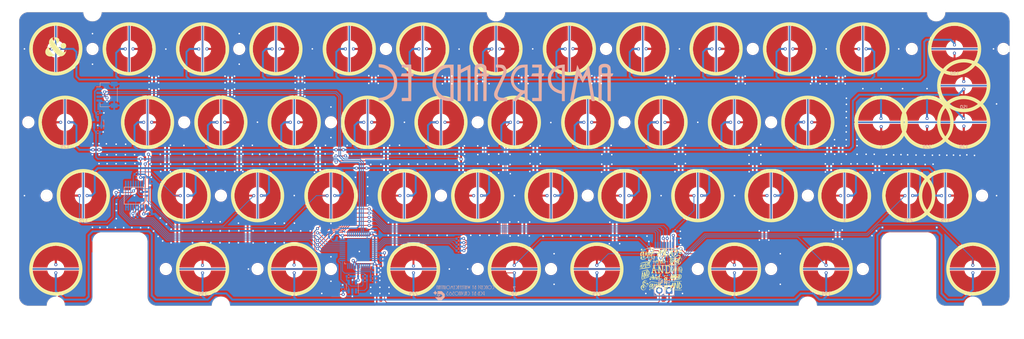
<source format=kicad_pcb>
(kicad_pcb (version 20221018) (generator pcbnew)
  (layers (0 "F.Cu" signal) (31 "B.Cu" signal) (34 "B.Paste" user) (35 "F.Paste" user) (36 "B.SilkS" user "B.Silkscreen") (37 "F.SilkS" user "F.Silkscreen") (38 "B.Mask" user) (39 "F.Mask" user) (44 "Edge.Cuts" user))
  (net 0 "")
  (net 1 "COL0")
  (net 2 "ROW0")
  (net 3 "GND")
  (net 4 "COL1")
  (net 5 "COL2")
  (net 6 "COL3")
  (net 7 "COL4")
  (net 8 "COL5")
  (net 9 "COL6")
  (net 10 "COL7")
  (net 11 "COL8")
  (net 12 "COL9")
  (net 13 "COL10")
  (net 14 "COL11")
  (net 15 "COL12")
  (net 16 "ROW1")
  (net 17 "ROW2")
  (net 18 "ROW3")
  (net 19 "+3V3")
  (net 20 "NRST")
  (net 21 "+5V")
  (net 22 "Net-(U1-PB6)")
  (net 23 "Net-(U1-PB4)")
  (net 24 "Net-(U1-PB5)")
  (net 25 "Net-(U1-PB3)")
  (net 26 "BOOT0")
  (net 35 "ADC")
  (net 39 "AMUX_SEL_0")
  (net 40 "AMUX_SEL_1")
  (net 41 "AMUX_SEL_2")
  (net 42 "APLEX_EN_PIN_0")
  (net 43 "APLEX_EN_PIN_1")
  (net 49 "D_N")
  (net 50 "D_P")
  (net 59 "APLEX_OUT")
  (net 60 "Net-(U4--)")
  (footprint "cipulot_parts:ecs_pad_1U_no_ring" (layer "F.Cu") (at 146.05 91.28125 -90)
    (fp_text reference "SW_EC42")
    (fp_text value "Topre" hide)
  )
  (footprint "cipulot_parts:ecs_pad_1U_no_ring" (layer "F.Cu") (at 79.375 72.23125)
    (fp_text reference "SW_EC29")
    (fp_text value "Topre" hide)
  )
  (footprint "cipulot_parts:HOLE_M2" (layer "F.Cu") (at 127 72.23125)
    (fp_text reference "H10" hide)
    (fp_text value "MountingHole" hide)
  )
  (footprint "cipulot_parts:ecs_pad_1U_no_ring" (layer "F.Cu") (at 160.3375 34.13125 180)
    (fp_text reference "SW_EC8")
    (fp_text value "Topre" hide)
  )
  (footprint "cipulot_parts:HOLE_M2" (layer "F.Cu") (at 79.375 91.28125 90)
    (fp_text reference "H27" hide)
    (fp_text value "MountingHole" hide)
  )
  (footprint "cipulot_parts:ecs_pad_1U_no_ring" (layer "F.Cu") (at 84.137501 34.13125 180)
    (fp_text reference "SW_EC4")
    (fp_text value "Topre" hide)
  )
  (footprint "cipulot_parts:ecs_pad_1U_no_ring" (layer "F.Cu") (at 265.1125 91.28125 -90)
    (fp_text reference "SW_EC50")
    (fp_text value "Topre" hide)
  )
  (footprint "cipulot_parts:HOLE_M2" (layer "F.Cu") (at 98.425 91.28125)
    (fp_text reference "H19" hide)
    (fp_text value "MountingHole" hide)
  )
  (footprint "cipulot_parts:ecs_pad_1U_no_ring" (layer "F.Cu") (at 222.25 53.18125 180)
    (fp_text reference "SW_EC24")
    (fp_text value "Topre" hide)
  )
  (footprint "cipulot_parts:HOLE_M2" (layer "F.Cu") (at 55.5625 91.28125)
    (fp_text reference "H14" hide)
    (fp_text value "MountingHole" hide)
  )
  (footprint "cipulot_parts:ecs_pad_1U_no_ring" (layer "F.Cu") (at 260.35 34.13125 90)
    (fp_text reference "SW_EC13")
    (fp_text value "Topre" hide)
  )
  (footprint "LOGO" (layer "F.Cu") (at 26.9875 34.13125)
    (fp_text reference "G***" hide)
    (fp_text value "LOGO" hide)
  )
  (footprint "cipulot_parts:ecs_pad_1U_no_ring" (layer "F.Cu") (at 60.325 72.23125)
    (fp_text reference "SW_EC28")
    (fp_text value "Topre" hide)
  )
  (footprint "cipulot_parts:HOLE_M2" (layer "F.Cu") (at 60.325 53.19296)
    (fp_text reference "H2" hide)
    (fp_text value "MountingHole" hide)
  )
  (footprint "cipulot_parts:ecs_pad_1U_no_ring" (layer "F.Cu") (at 107.95 53.18125 180)
    (fp_text reference "SW_EC18")
    (fp_text value "Topre" hide)
  )
  (footprint "cipulot_parts:ecs_pad_1U_no_ring" (layer "F.Cu") (at 65.0875 91.28125 -90)
    (fp_text reference "SW_EC40")
    (fp_text value "Topre" hide)
  )
  (footprint "cipulot_parts:ecs_pad_1U_no_ring" (layer "F.Cu") (at 262.73125 53.18125 90)
    (fp_text reference "SW_EC26")
    (fp_text value "Topre" hide)
  )
  (footprint "cipulot_parts:ecs_pad_1U_no_ring" (layer "F.Cu") (at 193.675 72.23125)
    (fp_text reference "SW_EC35")
    (fp_text value "Topre" hide)
  )
  (footprint "cipulot_parts:HOLE_M2" (layer "F.Cu") (at 155.575 91.28125)
    (fp_text reference "H17" hide)
    (fp_text value "MountingHole" hide)
  )
  (footprint "cipulot_parts:ecs_pad_1U_no_ring" (layer "F.Cu") (at 136.525 72.23125)
    (fp_text reference "SW_EC32")
    (fp_text value "Topre" hide)
  )
  (footprint "cipulot_parts:HOLE_M2" (layer "F.Cu") (at 193.675 91.28125)
    (fp_text reference "H15" hide)
    (fp_text value "MountingHole" hide)
  )
  (footprint "cipulot_parts:ecs_pad_1U_no_ring" (layer "F.Cu") (at 117.475 72.23125)
    (fp_text reference "SW_EC31")
    (fp_text value "Topre" hide)
  )
  (footprint "cipulot_parts:HOLE_M2" (layer "F.Cu") (at 212.725 91.28125 90)
    (fp_text reference "H26" hide)
    (fp_text value "MountingHole" hide)
  )
  (footprint "cipulot_parts:HOLE_M2" (layer "F.Cu") (at 136.525 91.28125)
    (fp_text reference "H16" hide)
    (fp_text value "MountingHole" hide)
  )
  (footprint "cipulot_parts:ecs_pad_1U_no_ring" (layer "F.Cu") (at 29.36875 53.18125)
    (fp_text reference "SW_EC14")
    (fp_text value "Topre" hide)
  )
  (footprint "cipulot_parts:HOLE_M2" (layer "F.Cu") (at 249.2375 34.13125)
    (fp_text reference "H6" hide)
    (fp_text value "MountingHole" hide)
  )
  (footprint "cipulot_parts:HOLE_M2" (layer "F.Cu") (at 174.625 53.18125)
    (fp_text reference "H24" hide)
    (fp_text value "MountingHole" hide)
  )
  (footprint "LOGO" (layer "F.Cu") (at 184.15 91.28125)
    (fp_text reference "G***" hide)
    (fp_text value "LOGO" hide)
  )
  (footprint "cipulot_parts:ecs_pad_1U_no_ring_1u_edge_cut" (layer "F.Cu") (at 241.3 53.18125 -90)
    (fp_text reference "SW_EC25")
    (fp_text value "Topre" hide)
  )
  (footprint "cipulot_parts:ecs_pad_1U_no_ring" (layer "F.Cu") (at 165.1 53.18125 180)
    (fp_text reference "SW_EC21")
    (fp_text value "Topre" hide)
  )
  (footprint "cipulot_parts:ecs_pad_1U_no_ring" (layer "F.Cu") (at 119.85625 91.28125 -90)
    (fp_text reference "SW_EC43")
    (fp_text value "Topre" hide)
  )
  (footprint "cipulot_parts:HOLE_M2" (layer "F.Cu") (at 212.725 53.18125)
    (fp_text reference "H8" hide)
    (fp_text value "MountingHole" hide)
  )
  (footprint "cipulot_parts:ecs_pad_1U_no_ring" (layer "F.Cu") (at 212.725 72.23125)
    (fp_text reference "SW_EC36")
    (fp_text value "Topre" hide)
  )
  (footprint "cipulot_parts:ecs_pad_1U_no_ring" (layer "F.Cu") (at 155.575 72.23125)
    (fp_text reference "SW_EC33")
    (fp_text value "Topre" hide)
  )
  (footprint "cipulot_parts:HOLE_M2" (layer "F.Cu") (at 98.425 53.18125)
    (fp_text reference "H7" hide)
    (fp_text value "MountingHole" hide)
  )
  (footprint "cipulot_parts:ecs_pad_1U_no_ring" (layer "F.Cu") (at 98.425 72.23125)
    (fp_text reference "SW_EC30")
    (fp_text value "Topre" hide)
  )
  (footprint "cipulot_parts:ecs_pad_1U_no_ring" (layer "F.Cu") (at 26.9875 91.28125 -90)
    (fp_text reference "SW_EC39")
    (fp_text value "Topre" hide)
  )
  (footprint "cipulot_parts:ecs_pad_1U_no_ring" (layer "F.Cu") (at 50.8 53.18125 180)
    (fp_text reference "SW_EC15")
    (fp_text value "Topre" hide)
  )
  (footprint "cipulot_parts:ecs_pad_1U_no_ring" (layer "F.Cu") (at 146.05 53.18125 180)
    (fp_text reference "SW_EC20")
    (fp_text value "Topre" hide)
  )
  (footprint "cipulot_parts:ecs_pad_1U_no_ring" (layer "F.Cu") (at 26.9875 34.13125)
    (fp_text reference "SW_EC1")
    (fp_text value "Topre" hide)
  )
  (footprint "cipulot_parts:ecs_pad_1U_no_ring" (layer "F.Cu") (at 167.48125 91.28125 -90)
    (fp_text reference "SW_EC45")
    (fp_text value "Topre" hide)
  )
  (footprint "cipulot_parts:HOLE_M2" (layer "F.Cu") (at 19.84375 53.18125)
    (fp_text reference "H21" hide)
    (fp_text value "MountingHole" hide)
  )
  (footprint "cipulot_parts:HOLE_M2" (layer "F.Cu") (at 267.493031 72.23125)
    (fp_text reference "H13" hide)
    (fp_text value "MountingHole" hide)
  )
  (footprint "cipulot_parts:HOLE_M2" (layer "F.Cu") (at 74.6125 34.13125)
    (fp_text reference "H22" hide)
    (fp_text value "MountingHole" hide)
  )
  (footprint "cipulot_parts:ecs_pad_1U_no_ring" (layer "F.Cu") (at 46.0375 34.13125 180)
    (fp_text reference "SW_EC2")
    (fp_text value "Topre" hide)
  )
  (footprint "cipulot_parts:ecs_pad_1U_no_ring_1u_edge_cut" (layer "F.Cu") (at 253.2065 53.18125 90)
    (fp_text reference "SW_EC46")
    (fp_text value "Topre" hide)
  )
  (footprint "cipulot_parts:ecs_pad_1U_no_ring" (layer "F.Cu") (at 65.0875 34.131249 180)
    (fp_text reference "SW_EC3")
    (fp_text value "Topre" hide)
  )
  (footprint "cipulot_parts:ecs_pad_1U_no_ring" (layer "F.Cu") (at 69.85 53.18125 180)
    (fp_text reference "SW_EC16")
    (fp_text value "Topre" hide)
  )
  (footprint "cipulot_parts:HOLE_M2" (layer "F.Cu") (at 69.85 72.23125)
    (fp_text reference "H25" hide)
    (fp_text value "MountingHole" hide)
  )
  (footprint "cipulot_parts:HOLE_M2" (layer "F.Cu") (at 273.05 34.13125)
    (fp_text reference "H9" hide)
    (fp_text value "MountingHole" hide)
  )
  (footprint "cipulot_parts:ecs_pad_1U_no_ring" (layer "F.Cu") (at 127 53.18125 180)
    (fp_text reference "SW_EC19")
    (fp_text value "Topre" hide)
  )
  (footprint "cipulot_parts:ecs_pad_1U_no_ring" (layer "F.Cu") (at 227.0125 91.28125 -90)
    (fp_text reference "SW_EC49")
    (fp_text value "Topre" hide)
  )
  (footprint "cipulot_parts:ecs_pad_1U_no_ring" (layer "F.Cu") (at 236.5375 34.13125)
    (fp_text reference "SW_EC12")
    (fp_text value "Topre" hide)
  )
  (footprint "cipulot_parts:ecs_pad_1U_no_ring" (layer "F.Cu") (at 88.9 91.28125 -90)
    (fp_text reference "SW_EC41")
    (fp_text value "Topre" hide)
  )
  (footprint "cipulot_parts:ecs_pad_1U_no_ring" (layer "F.Cu") (at 203.2 91.28125 -90)
    (fp_text reference "SW_EC48")
    (fp_text value "Topre" hide)
  )
  (footprint "cipulot_parts:HOLE_M2" (layer "F.Cu") (at 222.25 72.23125)
    (fp_text reference "H12" hide)
    (fp_text value "MountingHole" hide)
  )
  (footprint "cipulot_parts:ecs_pad_1U_no_ring" (layer "F.Cu") (at 198.4375 34.13125 180)
    (fp_text reference "SW_EC10")
    (fp_text value "Topre" hide)
  )
  (footprint "cipulot_parts:HOLE_M2" (layer "F.Cu") (at 136.524999 53.181249)
    (fp_text reference "H18" hide)
    (fp_text value "MountingHole" hide)
  )
  (footprint "cipulot_parts:ecs_pad_1U_no_ring" (layer "F.Cu") (at 174.625 72.23125)
    (fp_text reference "SW_EC34")
    (fp_text value "Topre" hide)
  )
  (footprint "cipulot_parts:ecs_pad_1U_no_ring" (layer "F.Cu") (at 141.2875 34.13125 180)
    (fp_text reference "SW_EC7")
    (fp_text value "Topre" hide)
  )
  (footprint "cipulot_parts:ecs_pad_1U_no_ring" (layer "F.Cu") (at 248.444 72.23125)
    (fp_text reference "SW_EC47")
    (fp_text value "Topre" hide)
  )
  (footprint "cipulot_parts:HOLE_M2" (layer "F.Cu") (at 169.8625 34.13125)
    (fp_text reference "H5" hide)
    (fp_text value "MountingHole" hide)
  )
  (footprint "cipulot_parts:ecs_pad_1U_no_ring" (layer "F.Cu") (at 88.9 53.18125 180)
    (fp_text reference "SW_EC17")
    (fp_text value "Topre" hide)
  )
  (footprint "cipulot_parts:ecs_pad_1U_no_ring" (layer "F.Cu") (at 262.7315 43.65625 -90)
    (fp_text reference "SW_EC44")
    (fp_text value "Topre" hide)
  )
  (footprint "cipulot_parts:ecs_pad_1U_no_ring" (layer "F.Cu") (at 231.775 72.23125)
    (fp_text reference "SW_EC37")
    (fp_text value "Topre" hide)
  )
  (footprint "cipulot_parts:ecs_pad_1U_no_ring" (layer "F.Cu") (at 34.13125 72.23125)
    (fp_text reference "SW_EC27")
    (fp_text value "Topre" hide)
  )
  (footprint "cipulot_parts:HOLE_M2" (layer "F.Cu") (at 36.511781 34.14296)
    (fp_text reference "H1" hide)
    (fp_text value "MountingHole" hide)
  )
  (footprint "cipulot_parts:ecs_pad_1U_no_ring" (layer "F.Cu") (at 122.2375 34.13125 180)
    (fp_text reference "SW_EC6")
    (fp_text value "Topre" hide)
  )
  (footprint "cipulot_parts:HOLE_M2" (layer "F.Cu") (at 236.5375 91.28125)
    (fp_text reference "H20" hide)
    (fp_text value "MountingHole" hide)
  )
  (footprint "cipulot_parts:HOLE_M2" (layer "F.Cu") (at 24.60625 72.23125)
    (fp_text reference "H3" hide)
    (fp_text value "MountingHole" hide)
  )
  (footprint "cipulot_parts:ecs_pad_1U_no_ring" (layer "F.Cu") (at 184.15 53.18125 180)
    (fp_text reference "SW_EC22")
    (fp_text value "Topre" hide)
  )
  (footprint "cipulot_parts:HOLE_M2" (layer "F.Cu") (at 112.711781 34.14296)
    (fp_text reference "H4" hide)
    (fp_text value "MountingHole" hide)
  )
  (footprint "cipulot_parts:ecs_pad_1U_no_ring" (layer "F.Cu") (at 257.96875 72.23125 180)
    (fp_text reference "SW_EC38")
    (fp_text value "Topre" hide)
  )
  (footprint "cipulot_parts:ecs_pad_1U_no_ring" (layer "F.Cu") (at 217.4875 34.13125 180)
    (fp_text reference "SW_EC11")
    (fp_text value "Topre" hide)
  )
  (footprint "cipulot_parts:HOLE_M2" (layer "F.Cu") (at 207.9625 34.13125)
    (fp_text reference "H23" hide)
    (fp_text value "MountingHole" hide)
  )
  (footprint "cipulot_parts:ecs_pad_1U_no_ring" (layer "F.Cu") (at 203.2 53.18125 180)
    (fp_text reference "SW_EC23")
    (fp_text value "Topre" hide)
  )
  (footprint "cipulot_parts:ecs_pad_1U_no_ring" (layer "F.Cu") (at 179.3875 34.13125 180)
    (fp_text reference "SW_EC9")
    (fp_text value "Topre" hide)
  )
  (footprint "cipulot_parts:ecs_pad_1U_no_ring" (layer "F.Cu") (at 103.1875 34.13125 180)
    (fp_text reference "SW_EC5")
    (fp_text value "Topre" hide)
  )
  (footprint "cipulot_parts:HOLE_M2" (layer "F.Cu") (at 165.1 72.23125)
    (fp_text reference "H11" hide)
    (fp_text value "MountingHole" hide)
  )
  (footprint "LOGO" (layer "B.Cu") (at 133.35 97.63125 180)
    (fp_text reference "G***" hide)
    (fp_text value "LOGO" hide)
  )
  (footprint "Capacitor_SMD:C_0402_1005Metric" (layer "B.Cu") (at 109.242618 94.230474)
    (fp_text reference "C7" hide)
    (fp_text value "1uF")
  )
  (footprint "Resistor_SMD:R_0402_1005Metric" (layer "B.Cu") (at 47.7025 77.7875)
    (fp_text reference "R10" hide)
    (fp_text value "100k")
  )
  (footprint "Resistor_SMD:R_0402_1005Metric" (layer "B.Cu") (at 47.92875 66.675)
    (fp_text reference "R9" hide)
    (fp_text value "100k")
  )
  (footprint "Package_TO_SOT_SMD:SOT-23-5" (layer "B.Cu") (at 103.98125 95.84375 90)
    (fp_text reference "U4" hide)
    (fp_text value "OPA354")
  )
  (footprint "Resistor_SMD:R_0402_1005Metric" (layer "B.Cu") (at 51.3875 76.99375)
    (fp_text reference "R21" hide)
    (fp_text value "100k")
  )
  (footprint "Resistor_SMD:R_0402_1005Metric" (layer "B.Cu") (at 51.3875 69.56625 90)
    (fp_text reference "R8" hide)
    (fp_text value "100k")
  )
  (footprint "Capacitor_SMD:C_0402_1005Metric" (layer "B.Cu") (at 105.000079 93.160507)
    (fp_text reference "C12" hide)
    (fp_text value "100nF")
  )
  (footprint "Package_TO_SOT_SMD:SOT-23" (layer "B.Cu") (at 37.89375 53.18125 90)
    (fp_text reference "U2" hide)
    (fp_text value "XC6206PxxxMR-Regulator_Linear")
  )
  (footprint "Resistor_SMD:R_0402_1005Metric" (layer "B.Cu") (at 111.300526 87.705741 -90)
    (fp_text reference "R5" hide)
    (fp_text value "10k")
  )
  (footprint "Resistor_SMD:R_0402_1005Metric" (layer "B.Cu") (at 131.562586 84.435371)
    (fp_text reference "R3" hide)
    (fp_text value "100")
  )
  (footprint "cipulot_parts:TSSOP16" (layer "B.Cu") (at 47.41875 72.23125 180)
    (fp_text reference "U3")
    (fp_text value "74HC4051")
  )
  (footprint "Capacitor_SMD:C_0603_1608Metric" (layer "B.Cu") (at 99.21875 81.75625 180)
    (fp_text reference "C5" hide)
    (fp_text value "10uF")
  )
  (footprint "Capacitor_SMD:C_0402_1005Metric" (layer "B.Cu") (at 187.805 83.34375 180)
    (fp_text reference "C14" hide)
    (fp_text value "100nF")
  )
  (footprint "Capacitor_SMD:C_0402_1005Metric" (layer "B.Cu") (at 109.22375 93.208318)
    (fp_text reference "C1" hide)
    (fp_text value "100nF")
  )
  (footprint "Capacitor_SMD:C_0402_1005Metric" (layer "B.Cu") (at 111.294969 89.609624 90)
    (fp_text reference "C3" hide)
    (fp_text value "100nF")
  )
  (footprint "cipulot_parts:TSSOP16" (layer "B.Cu") (at 184.94375 88.10625 180)
    (fp_text reference "U5")
    (fp_text value "74HC4051")
  )
  (footprint "LOGO" (layer "B.Cu") (at 126.60625 98.125 180)
    (fp_text reference "G***" hide)
    (fp_text value "LOGO" hide)
  )
  (footprint "Resistor_SMD:R_0402_1005Metric" (layer "B.Cu") (at 107.250946 94.192967 180)
    (fp_text reference "R11" hide)
    (fp_text value "100k")
  )
  (footprint "Resistor_SMD:R_0402_1005Metric" (layer "B.Cu") (at 131.550562 86.512696)
    (fp_text reference "R1" hide)
    (fp_text value "100")
  )
  (footprint "Resistor_SMD:R_0402_1005Metric" (layer "B.Cu") (at 43.16625 72.23125)
    (fp_text reference "R6" hide)
    (fp_text value "100k")
  )
  (footprint "Resistor_SMD:R_0402_1005Metric" (layer "B.Cu") (at 188.354462 88.39 90)
    (fp_text reference "R19" hide)
    (fp_text value "100k")
  )
  (footprint "Capacitor_SMD:C_0402_1005Metric" (layer "B.Cu") (at 101.6 96.52375 90)
    (fp_text reference "C13" hide)
    (fp_text value "220pF NP0")
  )
  (footprint "Resistor_SMD:R_0402_1005Metric" (layer "B.Cu") (at 131.551054 85.44871)
    (fp_text reference "R2" hide)
    (fp_text value "100")
  )
  (footprint "Capacitor_SMD:C_0402_1005Metric" (layer "B.Cu") (at 109.97486 82.199588 -90)
    (fp_text reference "C2" hide)
    (fp_text value "100nF")
  )
  (footprint "Connector_PinHeader_2.54mm:PinHeader_1x02_P2.54mm_Vertical" (layer "B.Cu") (at 186.21875 96.8375 90)
    (fp_text reference "SW1" hide)
    (fp_text value "DFU")
  )
  (footprint "Capacitor_SMD:C_0402_1005Metric" (layer "B.Cu") (at 37.900888 55.70625 180)
    (fp_text reference "C10" hide)
    (fp_text value "1uF")
  )
  (footprint "Resistor_SMD:R_0402_1005Metric" (layer "B.Cu") (at 180.975 87.8225 -90)
    (fp_text reference "R17" hide)
    (fp_text value "100k")
  )
  (footprint "Connector_JST:JST_SH_SM04B-SRSS-TB_1x04-1MP_P1.00mm_Horizontal" (layer "B.Cu") (at 40.275 46.0375 -90)
    (fp_text reference "J1" hide)
    (fp_text value "JST SH")
  )
  (footprint "Capacitor_SMD:C_0402_1005Metric" (layer "B.Cu") (at 37.937327 50.75 180)
    (fp_text reference "C9" hide)
    (fp_text value "1uF")
  )
  (footprint "LOGO" (layer "B.Cu") (at 133.35 96.04375 180)
    (fp_text reference "G***" hide)
    (fp_text value "LOGO" hide)
  )
  (footprint "Resistor_SMD:R_0402_1005Metric" (layer "B.Cu") (at 107.259567 93.130358 180)
    (fp_text reference "R13" hide)
    (fp_text value "DNP")
  )
  (footprint "Resistor_SMD:R_0402_1005Metric" (layer "B.Cu") (at 186.815 92.86875 180)
    (fp_text reference "R20" hide)
    (fp_text value "100k")
  )
  (footprint "Resistor_SMD:R_0402_1005Metric" (layer "B.Cu") (at 187.805 81.47625)
    (fp_text reference "R16" hide)
    (fp_text value "100k")
  )
  (footprint "Resistor_SMD:R_0402_1005Metric" (layer "B.Cu") (at 188.325 85.44125 90)
    (fp_text reference "R15" hide)
    (fp_text value "100k")
  )
  (footprint "Capacitor_SMD:C_0402_1005Metric" (layer "B.Cu") (at 109.85125 92.118689)
    (fp_text reference "C8" hide)
    (fp_text value "100nF")
  )
  (footprint "Resistor_SMD:R_0402_1005Metric" (layer "B.Cu") (at 180.975 85.44125 90)
    (fp_text reference "R14" hide)
    (fp_text value "100k")
  )
  (footprint "Resistor_SMD:R_0402_1005Metric" (layer "B.Cu") (at 131.55625 83.398811)
    (fp_text reference "R4" hide)
    (fp_text value "100")
  )
  (footprint "Capacitor_SMD:C_0402_1005Metric" (layer "B.Cu") (at 109.850583 91.030799)
    (fp_text reference "C4" hide)
    (fp_text value "100nF")
  )
  (footprint "LOGO" (layer "B.Cu") (at 141.2875 42.8625 180)
    (fp_text reference "G***" hide)
    (fp_text value "LOGO" hide)
  )
  (footprint "Resistor_SMD:R_0402_1005Metric" (layer "B.Cu") (at 103.033474 93.163842)
    (fp_text reference "R12" hide)
    (fp_text value "1k")
  )
  (footprint "Package_QFP:LQFP-48_7x7mm_P0.5mm" (layer "B.Cu") (at 105.56875 86.332867 90)
    (fp_text reference "U1" hide)
    (fp_text value "STM32F072CBT6")
  )
  (footprint "Resistor_SMD:R_0402_1005Metric" (layer "B.Cu") (at 50.59375 71.72125 90)
    (fp_text reference "R7" hide)
    (fp_text value "100k")
  )
  (footprint "Resistor_SMD:R_0402_1005Metric" (layer "B.Cu") (at 184.128884 92.86875 180)
    (fp_text reference "R18" hide)
    (fp_text value "100k")
  )
  (footprint "Capacitor_SMD:C_0402_1005Metric" (layer "B.Cu") (at 98.37262 83.055658 180)
    (fp_text reference "C6" hide)
    (fp_text value "100nF")
  )
  (footprint "Capacitor_SMD:C_0402_1005Metric" (layer "B.Cu") (at 50.28 67.46875 180)
    (fp_text reference "C11" hide)
    (fp_text value "100nF")
  )
  (gr_line (start 257.969752 100.806603) (end 262.733976 100.806604) (stroke (width 0.070555)) (layer "Edge.Cuts"))
  (gr_arc (start 272.25733 24.60625) (mid 273.940511 25.303061) (end 274.637324 26.986242) (stroke (width 0.070555)) (layer "Edge.Cuts"))
  (gr_arc (start 143.667556 24.606249) (mid 141.287142 26.987017) (end 138.906728 24.60625) (stroke (width 0.070555)) (layer "Edge.Cuts"))
  (gr_line (start 17.46184 98.42661) (end 17.461151 26.986242) (stroke (width 0.070555)) (layer "Edge.Cuts"))
  (gr_arc (start 53.181338 100.806603) (mid 51.497427 100.109092) (end 50.799496 98.425354) (stroke (width 0.070555)) (layer "Edge.Cuts"))
  (gr_line (start 50.799496 98.425354) (end 50.800659 84.136501) (stroke (width 0.070555)) (layer "Edge.Cuts"))
  (gr_line (start 19.841144 24.6044) (end 34.13125 24.60625) (stroke (width 0.070555)) (layer "Edge.Cuts"))
  (gr_arc (start 262.733976 100.806604) (mid 265.11439 98.425836) (end 267.494804 100.806603) (stroke (width 0.070555)) (layer "Edge.Cuts"))
  (gr_arc (start 274.637323 98.42407) (mid 273.940624 100.107905) (end 272.25733 100.805912) (stroke (width 0.070555)) (layer "Edge.Cuts"))
  (gr_arc (start 257.968075 24.606249) (mid 255.587661 26.987017) (end 253.207247 24.60625) (stroke (width 0.070555)) (layer "Edge.Cuts"))
  (gr_arc (start 257.969752 100.806603) (mid 256.285917 100.109904) (end 255.58791 98.42661) (stroke (width 0.070555)) (layer "Edge.Cuts"))
  (gr_arc (start 36.511243 84.136502) (mid 37.207942 82.452667) (end 38.891236 81.75466) (stroke (width 0.070555)) (layer "Edge.Cuts"))
  (gr_line (start 24.607899 100.806604) (end 19.843682 100.80691) (stroke (width 0.070555)) (layer "Edge.Cuts"))
  (gr_arc (start 17.461151 26.986242) (mid 18.15785 25.302407) (end 19.841144 24.6044) (stroke (width 0.070555)) (layer "Edge.Cuts"))
  (gr_line (start 255.589089 84.136502) (end 255.58791 98.42661) (stroke (width 0.070555)) (layer "Edge.Cuts"))
  (gr_arc (start 38.892078 24.606249) (mid 36.511664 26.987017) (end 34.13125 24.60625) (stroke (width 0.070555)) (layer "Edge.Cuts"))
  (gr_line (start 38.892078 24.606249) (end 138.906728 24.60625) (stroke (width 0.070555)) (layer "Edge.Cuts"))
  (gr_line (start 241.299662 84.136502) (end 241.299662 98.424761) (stroke (width 0.070555)) (layer "Edge.Cuts"))
  (gr_arc (start 36.5125 98.42407) (mid 35.814989 100.107981) (end 34.131251 100.805912) (stroke (width 0.070555)) (layer "Edge.Cuts"))
  (gr_line (start 274.637323 98.42407) (end 274.637324 26.986242) (stroke (width 0.070555)) (layer "Edge.Cuts"))
  (gr_line (start 224.632112 100.806603) (end 238.919669 100.806603) (stroke (width 0.070555)) (layer "Edge.Cuts"))
  (gr_arc (start 67.470599 100.806604) (mid 69.851013 98.425836) (end 72.231427 100.806603) (stroke (width 0.070555)) (layer "Edge.Cuts"))
  (gr_line (start 36.511243 84.136502) (end 36.5125 98.42407) (stroke (width 0.070555)) (layer "Edge.Cuts"))
  (gr_line (start 67.470599 100.806604) (end 53.181338 100.806603) (stroke (width 0.070555)) (layer "Edge.Cuts"))
  (gr_arc (start 241.299662 84.136502) (mid 241.996361 82.452667) (end 243.679655 81.75466) (stroke (width 0.070555)) (layer "Edge.Cuts"))
  (gr_line (start 143.667556 24.606249) (end 253.207247 24.60625) (stroke (width 0.070555)) (layer "Edge.Cuts"))
  (gr_line (start 257.968075 24.606249) (end 272.25733 24.60625) (stroke (width 0.070555)) (layer "Edge.Cuts"))
  (gr_arc (start 253.207247 81.756509) (mid 254.891082 82.453208) (end 255.589089 84.136502) (stroke (width 0.070555)) (layer "Edge.Cuts"))
  (gr_line (start 243.679655 81.75466) (end 253.207247 81.756509) (stroke (width 0.070555)) (layer "Edge.Cuts"))
  (gr_arc (start 241.299662 98.424761) (mid 240.602963 100.108596) (end 238.919669 100.806603) (stroke (width 0.070555)) (layer "Edge.Cuts"))
  (gr_arc (start 219.871284 100.806604) (mid 222.251698 98.425836) (end 224.632112 100.806603) (stroke (width 0.070555)) (layer "Edge.Cuts"))
  (gr_line (start 267.494804 100.806603) (end 272.25733 100.805912) (stroke (width 0.070555)) (layer "Edge.Cuts"))
  (gr_arc (start 48.418817 81.756508) (mid 50.102652 82.453207) (end 50.800659 84.136501) (stroke (width 0.070555)) (layer "Edge.Cuts"))
  (gr_line (start 219.871284 100.806604) (end 72.231427 100.806603) (stroke (width 0.070555)) (layer "Edge.Cuts"))
  (gr_line (start 48.418817 81.756508) (end 38.891236 81.75466) (stroke (width 0.070555)) (layer "Edge.Cuts"))
  (gr_arc (start 24.607899 100.806604) (mid 26.988313 98.425836) (end 29.368727 100.806603) (stroke (width 0.070555)) (layer "Edge.Cuts"))
  (gr_arc (start 19.843682 100.80691) (mid 18.160031 100.10981) (end 17.461841 98.42661) (stroke (width 0.070555)) (layer "Edge.Cuts"))
  (gr_line (start 29.368727 100.806603) (end 34.131251 100.805912) (stroke (width 0.070555)) (layer "Edge.Cuts"))
  (gr_text "225" (at 253.20625 59.53125) (layer "B.SilkS") (effects (font (size 0.8 0.8)) (justify mirror)))
  (gr_text "1" (at 88.9 97.63125) (layer "B.SilkS") (effects (font (size 0.8 0.8)) (justify mirror)))
  (gr_text "225" (at 119.85625 97.63125) (layer "B.SilkS") (effects (font (size 0.8 0.8)) (justify mirror)))
  (gr_text "150" (at 227.0125 97.63125) (layer "B.SilkS") (effects (font (size 0.8 0.8)) (justify mirror)))
  (gr_text "boot" (at 184.94375 94.45625) (layer "B.SilkS") (effects (font (size 1 1)) (justify mirror)))
  (gr_text "125" (at 29.36875 59.53125) (layer "B.SilkS") (effects (font (size 0.8 0.8)) (justify mirror)))
  (gr_text "125" (at 262.73125 59.53125) (layer "B.SilkS") (effects (font (size 0.8 0.8)) (justify mirror)))
  (gr_text "ISO" (at 262.73125 49.2125) (layer "B.SilkS") (effects (font (size 0.8 0.8)) (justify mirror)))
  (gr_text "1" (at 203.2 97.63125) (layer "B.SilkS") (effects (font (size 0.8 0.8)) (justify mirror)))
  (gr_text "1" (at 241.3 59.53125) (layer "B.SilkS") (effects (font (size 0.8 0.8)) (justify mirror)))
  (gr_text "150" (at 260.35 40.48125) (layer "B.SilkS") (effects (font (size 0.8 0.8)) (justify mirror)))
  (gr_text "150" (at 65.0875 97.63125) (layer "B.SilkS") (effects (font (size 0.8 0.8)) (justify mirror)))
  (gr_text "1" (at 231.775 78.58125) (layer "B.SilkS") (effects (font (size 0.8 0.8)) (justify mirror)))
  (gr_text "175" (at 257.96875 78.58125) (layer "B.SilkS") (effects (font (size 0.8 0.8)) (justify mirror)))
  (gr_text "275" (at 248.44375 78.58125) (layer "B.SilkS") (effects (font (size 0.8 0.8)) (justify mirror)))
  (gr_text "7\n10" (at 146.049999 98.096078) (layer "B.SilkS") (effects (font (size 0.8 0.8)) (justify bottom mirror)))
  (gr_text "175" (at 34.13125 78.58125) (layer "B.SilkS") (effects (font (size 0.8 0.8)) (justify mirror)))
  (gr_text "275" (at 167.48125 97.63125) (layer "B.SilkS") (effects (font (size 0.8 0.8)) (justify mirror)))
  (segment (start 26.9875 90.28125) (end 26.9875 90.141793) (width 0.35) (layer "F.Cu") (net 1))
  (segment (start 46.720217 71.4375) (end 47.14543 71.012287) (width 0.2) (layer "F.Cu") (net 1))
  (segment (start 28.36875 53.18125) (end 28.242315 53.18125) (width 0.35) (layer "F.Cu") (net 1))
  (segment (start 28.400397 70.370216) (end 30.261431 72.23125) (width 0.5) (layer "F.Cu") (net 1))
  (segment (start 26.9875 84.1375) (end 26.9875 90.141793) (width 0.5) (layer "F.Cu") (net 1))
  (segment (start 21.953695 52.322445) (end 22.8125 53.18125) (width 0.5) (layer "F.Cu") (net 1))
  (segment (start 21.953695 52.322445) (end 21.953695 69.511411) (width 0.5) (layer "F.Cu") (net 1))
  (segment (start 42.65625 71.4375) (end 46.720217 71.4375) (width 0.2) (layer "F.Cu") (net 1))
  (segment (start 25.9875 34.13125) (end 25.927982 34.13125) (width 0.35) (layer "F.Cu") (net 1))
  (segment (start 21.953695 52.322445) (end 21.953695 35.883243) (width 0.5) (layer "F.Cu") (net 1))
  (segment (start 25.927982 34.13125) (end 25.906166 34.153066) (width 0.35) (layer "F.Cu") (net 1))
  (segment (start 21.953695 69.511411) (end 22.8125 70.370216) (width 0.5) (layer "F.Cu") (net 1))
  (segment (start 30.261431 72.23125) (end 33.13125 72.23125) (width 0.5) (layer "F.Cu") (net 1))
  (segment (start 22.8125 53.18125) (end 28.242315 53.18125) (width 0.5) (layer "F.Cu") (net 1))
  (segment (start 21.953695 69.511411) (end 21.953695 79.103695) (width 0.5) (layer "F.Cu") (net 1))
  (segment (start 22.8125 70.370216) (end 28.400397 70.370216) (width 0.5) (layer "F.Cu") (net 1))
  (segment (start 21.953695 79.103695) (end 26.9875 84.1375) (width 0.5) (layer "F.Cu") (net 1))
  (via (at 47.14543 71.012287) (size 0.8) (drill 0.4) (layers "F.Cu" "B.Cu") (net 1))
  (via (at 42.65625 71.4375) (size 0.8) (drill 0.4) (layers "F.Cu" "B.Cu") (net 1))
  (via (at 25.906166 34.153066) (size 0.8) (drill 0.4) (layers "F.Cu" "B.Cu") (net 1))
  (via (at 33.13125 72.23125) (size 0.8) (drill 0.4) (layers "F.Cu" "B.Cu") (net 1))
  (via (at 26.9875 90.141793) (size 0.8) (drill 0.4) (layers "F.Cu" "B.Cu") (net 1))
  (via (at 28.242315 53.18125) (size 0.8) (drill 0.4) (layers "F.Cu" "B.Cu") (net 1))
  (segment (start 42.65625 72.23125) (end 42.65625 71.4375) (width 0.2) (layer "B.Cu") (net 1))
  (segment (start 40.275 79.375) (end 33.855761 79.375) (width 0.2) (layer "B.Cu") (net 1))
  (segment (start 33.855761 79.375) (end 33.13125 78.650489) (width 0.2) (layer "B.Cu") (net 1))
  (segment (start 47.74133 69.25691) (end 47.74133 70.416387) (width 0.2) (layer "B.Cu") (net 1))
  (segment (start 47.74133 70.416387) (end 47.14543 71.012287) (width 0.2) (layer "B.Cu") (net 1))
  (segment (start 41.8625 77.7875) (end 40.275 79.375) (width 0.2) (layer "B.Cu") (net 1))
  (segment (start 33.13125 78.650489) (end 33.13125 72.23125) (width 0.2) (layer "B.Cu") (net 1))
  (segment (start 41.8625 73.025) (end 41.8625 77.7875) (width 0.2) (layer "B.Cu") (net 1))
  (segment (start 41.8625 73.025) (end 42.65625 72.23125) (width 0.2) (layer "B.Cu") (net 1))
  (segment (start 143.053744 62.650646) (end 138.90625 62.650646) (width 0.2) (layer "F.Cu") (net 2))
  (segment (start 141.80113 84.439434) (end 143.4625 82.778064) (width 0.2) (layer "F.Cu") (net 2))
  (segment (start 143.4625 63.059402) (end 143.053744 62.650646) (width 0.2) (layer "F.Cu") (net 2))
  (segment (start 133.399467 84.43338) (end 133.405521 84.439434) (width 0.2) (layer "F.Cu") (net 2))
  (segment (start 132.894273 84.43338) (end 133.399467 84.43338) (width 0.2) (layer "F.Cu") (net 2))
  (segment (start 27.985353 34.13125) (end 27.965171 34.111068) (width 0.5) (layer "F.Cu") (net 2))
  (segment (start 138.224999 36.0825) (end 140.176249 34.13125) (width 0.2) (layer "F.Cu") (net 2))
  (segment (start 138.90625 62.650646) (end 138.224999 61.969395) (width 0.2) (layer "F.Cu") (net 2))
  (segment (start 138.224999 61.969395) (end 138.224999 36.0825) (width 0.2) (layer "F.Cu") (net 2))
  (segment (start 237.426249 34.13125) (end 237.424102 34.13125) (width 0.5) (layer "F.Cu") (net 2))
  (segment (start 27.9875 34.13125) (end 27.985353 34.13125) (width 0.5) (layer "F.Cu") (net 2))
  (segment (start 237.424102 34.13125) (end 237.40392 34.111068) (width 0.5) (layer "F.Cu") (net 2))
  (segment (start 143.4625 82.778064) (end 143.4625 63.059402) (width 0.2) (layer "F.Cu") (net 2))
  (segment (start 133.405521 84.439434) (end 141.80113 84.439434) (width 0.2) (layer "F.Cu") (net 2))
  (via (at 159.226249 34.13125) (size 0.8) (drill 0.4) (layers "F.Cu" "B.Cu") (net 2))
  (via (at 27.965171 34.111068) (size 0.8) (drill 0.4) (layers "F.Cu" "B.Cu") (net 2))
  (via (at 237.40392 34.111068) (size 0.8) (drill 0.4) (layers "F.Cu" "B.Cu") (net 2))
  (via (at 140.176249 34.13125) (size 0.8) (drill 0.4) (layers "F.Cu" "B.Cu") (net 2))
  (via (at 64.088526 34.14802) (size 0.8) (drill 0.4) (layers "F.Cu" "B.Cu") (net 2))
  (via (at 260.329818 33.085234) (size 0.8) (drill 0.4) (layers "F.Cu" "B.Cu") (net 2))
  (via (at 45.02001 34.13125) (size 0.8) (drill 0.4) (layers "F.Cu" "B.Cu") (net 2))
  (via (at 178.276249 34.13125) (size 0.8) (drill 0.4) (layers "F.Cu" "B.Cu") (net 2))
  (via (at 216.376249 34.13125) (size 0.8) (drill 0.4) (layers "F.Cu" "B.Cu") (net 2))
  (via (at 83.137501 34.13125) (size 0.8) (drill 0.4) (layers "F.Cu" "B.Cu") (net 2))
  (via (at 132.894273 84.43338) (size 0.8) (drill 0.4) (layers "F.Cu" "B.Cu") (net 2))
  (via (at 121.2375 34.13125) (size 0.8) (drill 0.4) (layers "F.Cu" "B.Cu") (net 2))
  (via (at 197.326249 34.13125) (size 0.8) (drill 0.4) (layers "F.Cu" "B.Cu") (net 2))
  (via (at 102.1875 34.13125) (size 0.8) (drill 0.4) (layers "F.Cu" "B.Cu") (net 2))
  (segment (start 31.523568 34.111068) (end 32.3375 34.925) (width 0.5) (layer "B.Cu") (net 2))
  (segment (start 195.85 42.06875) (end 214.9 42.06875) (width 0.5) (layer "B.Cu") (net 2))
  (segment (start 176.8 34.13125) (end 176.00625 34.925) (width 0.5) (layer "B.Cu") (net 2))
  (segment (start 259.35 31.75) (end 260.329818 32.729818) (width 0.5) (layer "B.Cu") (net 2))
  (segment (start 138.7 42.06875) (end 157.75 42.06875) (width 0.5) (layer "B.Cu") (net 2))
  (segment (start 42.65625 41.275) (end 42.65625 35.13125) (width 0.5) (layer "B.Cu") (net 2))
  (segment (start 237.40392 34.111068) (end 238.692318 34.111068) (width 0.5) (layer "B.Cu") (net 2))
  (segment (start 43.45 42.06875) (end 61.70625 42.06875) (width 0.5) (layer "B.Cu") (net 2))
  (segment (start 100.6 42.06875) (end 119.65 42.06875) (width 0.5) (layer "B.Cu") (net 2))
  (segment (start 239.50625 41.275) (end 238.7125 42.06875) (width 0.5) (layer "B.Cu") (net 2))
  (segment (start 33.13125 42.06875) (end 43.45 42.06875) (width 0.5) (layer "B.Cu") (net 2))
  (segment (start 214.9 42.06875) (end 238.7125 42.06875) (width 0.5) (layer "B.Cu") (net 2))
  (segment (start 82.34375 42.06875) (end 100.6 42.06875) (width 0.5) (layer "B.Cu") (net 2))
  (segment (start 176.00625 41.275) (end 176.8 42.06875) (width 0.5) (layer "B.Cu") (net 2))
  (segment (start 81.55 34.13125) (end 80.75625 34.925) (width 0.5) (layer "B.Cu") (net 2))
  (segment (start 118.85625 34.925) (end 118.85625 41.275) (width 0.5) (layer "B.Cu") (net 2))
  (segment (start 60.9125 41.275) (end 61.70625 42.06875) (width 0.5) (layer "B.Cu") (net 2))
  (segment (start 81.55 42.06875) (end 82.34375 42.06875) (width 0.5) (layer "B.Cu") (net 2))
  (segment (start 216.376249 34.13125) (end 214.9 34.13125) (width 0.5) (layer "B.Cu") (net 2))
  (segment (start 60.9125 34.925) (end 60.9125 41.275) (width 0.5) (layer "B.Cu") (net 2))
  (segment (start 176.8 42.06875) (end 195.85 42.06875) (width 0.5) (layer "B.Cu") (net 2))
  (segment (start 195.05625 41.275) (end 195.85 42.06875) (width 0.5) (layer "B.Cu") (net 2))
  (segment (start 140.176249 34.13125) (end 138.7 34.13125) (width 0.5) (layer "B.Cu") (net 2))
  (segment (start 119.65 42.06875) (end 138.7 42.06875) (width 0.5) (layer "B.Cu") (net 2))
  (segment (start 118.85625 41.275) (end 119.65 42.06875) (width 0.5) (layer "B.Cu") (net 2))
  (segment (start 156.95625 34.925) (end 156.95625 41.275) (width 0.5) (layer "B.Cu") (net 2))
  (segment (start 157.75 42.06875) (end 176.8 42.06875) (width 0.5) (layer "B.Cu") (net 2))
  (segment (start 156.95625 41.275) (end 157.75 42.06875) (width 0.5) (layer "B.Cu") (net 2))
  (segment (start 32.3375 41.275) (end 33.13125 42.06875) (width 0.5) (layer "B.Cu") (net 2))
  (segment (start 252.46875 41.0125) (end 252.46875 32.28125) (width 0.5) (layer "B.Cu") (net 2))
  (segment (start 195.05625 34.925) (end 195.05625 41.275) (width 0.5) (layer "B.Cu") (net 2))
  (segment (start 253 31.75) (end 259.35 31.75) (width 0.5) (layer "B.Cu") (net 2))
  (segment (start 260.329818 32.729818) (end 260.329818 33.085234) (width 0.5) (layer "B.Cu") (net 2))
  (segment (start 157.75 34.13125) (end 156.95625 34.925) (width 0.5) (layer "B.Cu") (net 2))
  (segment (start 83.137501 34.13125) (end 81.55 34.13125) (width 0.5) (layer "B.Cu") (net 2))
  (segment (start 121.2375 34.13125) (end 119.65 34.13125) (width 0.5) (layer "B.Cu") (net 2))
  (segment (start 137.90625 34.925) (end 137.90625 41.275) (width 0.5) (layer "B.Cu") (net 2))
  (segment (start 80.75625 34.925) (end 80.75625 41.275) (width 0.5) (layer "B.Cu") (net 2))
  (segment (start 214.9 34.13125) (end 214.10625 34.925) (width 0.5) (layer "B.Cu") (net 2))
  (segment (start 214.10625 41.275) (end 214.9 42.06875) (width 0.5) (layer "B.Cu") (net 2))
  (segment (start 42.65625 35.13125) (end 43.65625 34.13125) (width 0.5) (layer "B.Cu") (net 2))
  (segment (start 119.65 34.13125) (end 118.85625 34.925) (width 0.5) (layer "B.Cu") (net 2))
  (segment (start 99.80625 41.275) (end 100.6 42.06875) (width 0.5) (layer "B.Cu") (net 2))
  (segment (start 158.54375 34.13125) (end 157.75 34.13125) (width 0.5) (layer "B.Cu") (net 2))
  (segment (start 238.692318 34.111068) (end 239.50625 34.925) (width 0.5) (layer "B.Cu") (net 2))
  (segment (start 132.065002 84.43338) (end 132.894273 84.43338) (width 0.2) (layer "B.Cu") (net 2))
  (segment (start 138.7 34.13125) (end 137.90625 34.925) (width 0.5) (layer "B.Cu") (net 2))
  (segment (start 60.9125 34.925) (end 61.70625 34.13125) (width 0.5) (layer "B.Cu") (net 2))
  (segment (start 252.46875 32.28125) (end 253 31.75) (width 0.5) (layer "B.Cu") (net 2))
  (segment (start 214.10625 34.925) (end 214.10625 41.275) (width 0.5) (layer "B.Cu") (net 2))
  (segment (start 137.90625 41.275) (end 138.7 42.06875) (width 0.5) (layer "B.Cu") (net 2))
  (segment (start 251.4125 42.06875) (end 238.7125 42.06875) (width 0.5) (layer "B.Cu") (net 2))
  (segment (start 43.65625 34.13125) (end 45.02001 34.13125) (width 0.5) (layer "B.Cu") (net 2))
  (segment (start 61.70625 34.13125) (end 64.088526 34.14802) (width 0.5) (layer "B.Cu") (net 2))
  (segment (start 27.965171 34.111068) (end 31.523568 34.111068) (width 0.5) (layer "B.Cu") (net 2))
  (segment (start 43.45 42.06875) (end 42.65625 41.275) (width 0.5) (layer "B.Cu") (net 2))
  (segment (start 251.4125 42.06875) (end 252.46875 41.0125) (width 0.5) (layer "B.Cu") (net 2))
  (segment (start 61.70625 42.06875) (end 82.34375 42.06875) (width 0.5) (layer "B.Cu") (net 2))
  (segment (start 99.80625 34.925) (end 99.80625 41.275) (width 0.5) (layer "B.Cu") (net 2))
  (segment (start 178.276249 34.13125) (end 176.8 34.13125) (width 0.5) (layer "B.Cu") (net 2))
  (segment (start 176.00625 34.925) (end 176.00625 41.275) (width 0.5) (layer "B.Cu") (net 2))
  (segment (start 239.50625 34.925) (end 239.50625 41.275) (width 0.5) (layer "B.Cu") (net 2))
  (segment (start 158.54375 34.13125) (end 159.226249 34.13125) (width 0.5) (layer "B.Cu") (net 2))
  (segment (start 197.326249 34.13125) (end 195.85 34.13125) (width 0.5) (layer "B.Cu") (net 2))
  (segment (start 80.75625 41.275) (end 81.55 42.06875) (width 0.5) (layer "B.Cu") (net 2))
  (segment (start 102.1875 34.13125) (end 100.6 34.13125) (width 0.5) (layer "B.Cu") (net 2))
  (segment (start 32.3375 34.925) (end 32.3375 41.275) (width 0.5) (layer "B.Cu") (net 2))
  (segment (start 100.6 34.13125) (end 99.80625 34.925) (width 0.5) (layer "B.Cu") (net 2))
  (segment (start 195.85 34.13125) (end 195.05625 34.925) (width 0.5) (layer "B.Cu") (net 2))
  (via (at 229.1875 59.266245) (size 0.8) (drill 0.4) (layers "F.Cu" "B.Cu") (net 3))
  (via (at 212.102896 81.342645) (size 0.8) (drill 0.4) (layers "F.Cu" "B.Cu") (net 3))
  (via (at 189.70625 97.63125) (size 0.8) (drill 0.4) (layers "F.Cu" "B.Cu") (net 3))
  (via (at 255.715955 80.499353) (size 0.8) (drill 0.4) (layers "F.Cu" "B.Cu") (net 3))
  (via (at 226.812105 66.080925) (size 0.8) (drill 0.4) (layers "F.Cu" "B.Cu") (net 3))
  (via (at 205.989043 41.187603) (size 0.8) (drill 0.4) (layers "F.Cu" "B.Cu") (net 3))
  (via (at 209.675815 83.782379) (size 0.8) (drill 0.4) (layers "F.Cu" "B.Cu") (net 3))
  (via (at 242.773039 63.936447) (size 0.8) (drill 0.4) (layers "F.Cu" "B.Cu") (net 3))
  (via (at 96.941948 64.040976) (size 0.8) (drill 0.4) (layers "F.Cu" "B.Cu") (net 3))
  (via (at 168.775696 61.538224) (size 0.8) (drill 0.4) (layers "F.Cu" "B.Cu") (net 3))
  (via (at 39.283602 55.702217) (size 0.8) (drill 0.4) (layers "F.Cu" "B.Cu") (net 3))
  (via (at 136.541846 59.287284) (size 0.8) (drill 0.4) (layers "F.Cu" "B.Cu") (net 3))
  (via (at 153.526507 82.747383) (size 0.8) (drill 0.4) (layers "F.Cu" "B.Cu") (net 3))
  (via (at 51.20867 44.515) (size 0.8) (drill 0.4) (layers "F.Cu" "B.Cu") (net 3))
  (via (at 38.207427 63.909411) (size 0.8) (drill 0.4) (layers "F.Cu" "B.Cu") (net 3))
  (via (at 108.251516 43.097918) (size 0.8) (drill 0.4) (layers "F.Cu" "B.Cu") (net 3))
  (via (at 69.620805 84.490786) (size 0.8) (drill 0.4) (layers "F.Cu" "B.Cu") (net 3))
  (via (at 190.478068 63.868617) (size 0.8) (drill 0.4) (layers "F.Cu" "B.Cu") (net 3))
  (via (at 88.049496 81.380019) (size 0.8) (drill 0.4) (layers "F.Cu" "B.Cu") (net 3))
  (via (at 171.366235 64.054003) (size 0.8) (drill 0.4) (layers "F.Cu" "B.Cu") (net 3))
  (via (at 60.248655 61.517733) (size 0.8) (drill 0.4) (layers "F.Cu" "B.Cu") (net 3))
  (via (at 67.239555 84.490786) (size 0.8) (drill 0.4) (layers "F.Cu" "B.Cu") (net 3))
  (via (at 246.552896 64.030008) (size 0.8) (drill 0.4) (layers "F.Cu" "B.Cu") (net 3))
  (via (at 242.005087 66.419097) (size 0.8) (drill 0.4) (layers "F.Cu" "B.Cu") (net 3))
  (via (at 256.432165 61.703632) (size 0.8) (drill 0.4) (layers "F.Cu" "B.Cu") (net 3))
  (via (at 206.995397 61.745218) (size 0.8) (drill 0.4) (layers "F.Cu" "B.Cu") (net 3))
  (via (at 116.227008 61.338064) (size 0.8) (drill 0.4) (layers "F.Cu" "B.Cu") (net 3))
  (via (at 239.085989 66.36296) (size 0.8) (drill 0.4) (layers "F.Cu" "B.Cu") (net 3))
  (via (at 123.61875 82.55) (size 0.8) (drill 0.4) (layers "F.Cu" "B.Cu") (net 3))
  (via (at 168.623171 43.105197) (size 0.8) (drill 0.4) (layers "F.Cu" "B.Cu") (net 3))
  (via (at 107.95 69.85) (size 0.8) (drill 0.4) (layers "F.Cu" "B.Cu") (net 3))
  (via (at 225.425 41.170565) (size 0.8) (drill 0.4) (layers "F.Cu" "B.Cu") (net 3))
  (via (at 44.601119 80.52387) (size 0.8) (drill 0.4) (layers "F.Cu" "B.Cu") (net 3))
  (via (at 209.645365 81.342645) (size 0.8) (drill 0.4) (layers "F.Cu" "B.Cu") (net 3))
  (via (at 42.695252 76.112822) (size 0.8) (drill 0.4) (layers "F.Cu" "B.Cu") (net 3))
  (via (at 128.054812 61.416511) (size 0.8) (drill 0.4) (layers "F.Cu" "B.Cu") (net 3))
  (via (at 82.391992 64.088723) (size 0.8) (drill 0.4) (layers "F.Cu" "B.Cu") (net 3))
  (via (at 96.911932 61.38072) (size 0.8) (drill 0.4) (layers "F.Cu" "B.Cu") (net 3))
  (via (at 51.20867 41.203642) (size 0.8) (drill 0.4) (layers "F.Cu" "B.Cu") (net 3))
  (via (at 189.222557 83.343615) (size 0.8) (drill 0.4) (layers "F.Cu" "B.Cu") (net 3))
  (via (at 68.523805 61.450842) (size 0.8) (drill 0.4) (layers "F.Cu" "B.Cu") (net 3))
  (via (at 113.50625 97.63125) (size 0.8) (drill 0.4) (layers "F.Cu" "B.Cu") (net 3))
  (via (at 166.16564 41.084283) (size 0.8) (drill 0.4) (layers "F.Cu" "B.Cu") (net 3))
  (via (at 89.072329 61.491917) (size 0.8) (drill 0.4) (layers "F.Cu" "B.Cu") (net 3))
  (via (at 230.962121 63.98171) (size 0.8) (drill 0.4) (layers "F.Cu" "B.Cu") (net 3))
  (via (at 187.749782 66.002406) (size 0.8) (drill 0.4) (layers "F.Cu" "B.Cu") (net 3))
  (via (at 54.129777 61.495802) (size 0.8) (drill 0.4) (layers "F.Cu" "B.Cu") (net 3))
  (via (at 168.7024 66.122309) (size 0.8) (drill 0.4) (layers "F.Cu" "B.Cu") (net 3))
  (via (at 238.920282 82.632579) (size 0.8) (drill 0.4) (layers "F.Cu" "B.Cu") (net 3))
  (via (at 76.99375 91.28125) (size 0.8) (drill 0.4) (layers "F.Cu" "B.Cu") (net 3))
  (via (at 93.049028 81.380019) (size 0.8) (drill 0.4) (layers "F.Cu" "B.Cu") (net 3))
  (via (at 91.65269 46.45) (size 0.8) (drill 0.4) (layers "F.Cu" "B.Cu") (net 3))
  (via (at 144.918411 61.535447) (size 0.8) (drill 0.4) (layers "F.Cu" "B.Cu") (net 3))
  (via (at 203.531512 43.208517) (size 0.8) (drill 0.4) (layers "F.Cu" "B.Cu") (net 3))
  (via (at 63.01202 63.995988) (size 0.8) (drill 0.4) (layers "F.Cu" "B.Cu") (net 3))
  (via (at 53.712784 46.45) (size 0.8) (drill 0.4) (layers "F.Cu" "B.Cu") (net 3))
  (via (at 113.667772 66.109844) (size 0.8) (drill 0.4) (layers "F.Cu" "B.Cu") (net 3))
  (via (at 38.229376 58.766741) (size 0.8) (drill 0.4) (layers "F.Cu" "B.Cu") (net 3))
  (via (at 73.394943 44.515) (size 0.8) (drill 0.4) (layers "F.Cu" "B.Cu") (net 3))
  (via (at 40.346415 80.465386) (size 0.8) (drill 0.4) (layers "F.Cu" "B.Cu") (net 3))
  (via (at 83.908305 84.490786) (size 0.8) (drill 0.4) (layers "F.Cu" "B.Cu") (net 3))
  (via (at 127.364915 41.171383) (size 0.8) (drill 0.4) (layers "F.Cu" "B.Cu") (net 3))
  (via (at 54.220131 65.954327) (size 0.8) (drill 0.4) (layers "F.Cu" "B.Cu") (net 3))
  (via (at 40.30848 63.922222) (size 0.8) (drill 0.4) (layers "F.Cu" "B.Cu") (net 3))
  (via (at 113.50625 96.04375) (size 0.8) (drill 0.4) (layers "F.Cu" "B.Cu") (net 3))
  (via (at 68.510065 65.956323) (size 0.8) (drill 0.4) (layers "F.Cu" "B.Cu") (net 3))
  (via (at 107.95 67.46875) (size 0.8) (drill 0.4) (layers "F.Cu" "B.Cu") (net 3))
  (via (at 250.351465 61.690987) (size 0.8) (drill 0.4) (layers "F.Cu" "B.Cu") (net 3))
  (via (at 97.013364 59.174439) (size 0.8) (drill 0.4) (layers "F.Cu" "B.Cu") (net 3))
  (via (at 139.490447 43.165767) (size 0.8) (drill 0.4) (layers "F.Cu" "B.Cu") (net 3))
  (via (at 84.264356 64.055597) (size 0.8) (drill 0.4) (layers "F.Cu" "B.Cu") (net 3))
  (via (at 232.244348 51.987231) (size 0.8) (drill 0.4) (layers "F.Cu" "B.Cu") (net 3))
  (via (at 91.517567 64.099459) (size 0.8) (drill 0.4) (layers "F.Cu" "B.Cu") (net 3))
  (via (at 75.582393 61.459249) (size 0.8) (drill 0.4) (layers "F.Cu" "B.Cu") (net 3))
  (via (at 187.77414 41.124871) (size 0.8) (drill 0.4) (layers "F.Cu" "B.Cu") (net 3))
  (via (at 51.034348 80.538491) (size 0.8) (drill 0.4) (layers "F.Cu" "B.Cu") (net 3))
  (via (at 137.1125 82.55) (size 0.8) (drill 0.4) (layers "F.Cu" "B.Cu") (net 3))
  (via (at 185.316609 41.124871) (size 0.8) (drill 0.4) (layers "F.Cu" "B.Cu") (net 3))
  (via (at 56.712062 66.027459) (size 0.8) (drill 0.4) (layers "F.Cu" "B.Cu") (net 3))
  (via (at 66.066274 61.450842) (size 0.8) (drill 0.4) (layers "F.Cu" "B.Cu") (net 3))
  (via (at 189.14108 81.484082) (size 0.8) (drill 0.4) (layers "F.Cu" "B.Cu") (net 3))
  (via (at 69.665681 79.019879) (size 0.8) (drill 0.4) (layers "F.Cu" "B.Cu") (net 3))
  (via (at 182.825134 92.86875) (size 0.8) (drill 0.4) (layers "F.Cu" "B.Cu") (net 3))
  (via (at 173.396971 82.718985) (size 0.8) (drill 0.4) (layers "F.Cu" "B.Cu") (net 3))
  (via (at 56.739621 59.127204) (size 0.8) (drill 0.4) (layers "F.Cu" "B.Cu") (net 3))
  (via (at 67.319014 79.019879) (size 0.8) (drill 0.4) (layers "F.Cu" "B.Cu") (net 3))
  (via (at 94.151308 66.181542) (size 0.8) (drill 0.4) (layers "F.Cu" "B.Cu") (net 3))
  (via (at 258.340805 61.7317) (size 0.8) (drill 0.4) (layers "F.Cu" "B.Cu") (net 3))
  (via (at 86.289555 84.490786) (size 0.8) (drill 0.4) (layers "F.Cu" "B.Cu") (net 3))
  (via (at 60.31445 64.039851) (size 0.8) (drill 0.4) (layers "F.Cu" "B.Cu") (net 3))
  (via (at 232.224859 61.504152) (size 0.8) (drill 0.4) (layers "F.Cu" "B.Cu") (net 3))
  (via (at 74.40625 79.375) (size 0.8) (drill 0.4) (layers "F.Cu" "B.Cu") (net 3))
  (via (at 241.3 44.45) (size 0.8) (drill 0.4) (layers "F.Cu" "B.Cu") (net 3))
  (via (at 113.748753 61.381927) (size 0.8) (drill 0.4) (layers "F.Cu" "B.Cu") (net 3))
  (via (at 126 82.55) (size 0.8) (drill 0.4) (layers "F.Cu" "B.Cu") (net 3))
  (via (at 232.21645 57.708664) (size 0.8) (drill 0.4) (layers "F.Cu" "B.Cu") (net 3))
  (via (at 78.19916 81.369314) (size 0.8) (drill 0.4) (layers "F.Cu" "B.Cu") (net 3))
  (via (at 131.694189 34.176378) (size 0.8) (drill 0.4) (layers "F.Cu" "B.Cu") (net 3))
  (via (at 94.162756 64.055597) (size 0.8) (drill 0.4) (layers "F.Cu" "B.Cu") (net 3))
  (via (at 111.125 96.04375) (size 0.8) (drill 0.4) (layers "F.Cu" "B.Cu") (net 3))
  (via (at 270.4625 34.13125) (size 0.8) (drill 0.4) (layers "F.Cu" "B.Cu") (net 3))
  (via (at 36.630816 58.688763) (size 0.8) (drill 0.4) (layers "F.Cu" "B.Cu") (net 3))
  (via (at 149.615907 41.108826) (size 0.8) (drill 0.4) (layers "F.Cu" "B.Cu") (net 3))
  (via (at 130.73045 61.438442) (size 0.8) (drill 0.4) (layers "F.Cu" "B.Cu") (net 3))
  (via (at 150.005665 79.084828) (size 0.8) (drill 0.4) (layers "F.Cu" "B.Cu") (net 3))
  (via (at 139.422614 64.049131) (size 0.8) (drill 0.4) (layers "F.Cu" "B.Cu") (net 3))
  (via (at 210.021939 58.981854) (size 0.8) (drill 0.4) (layers "F.Cu" "B.Cu") (net 3))
  (via (at 111.125 97.63125) (size 0.8) (drill 0.4) (layers "F.Cu" "B.Cu") (net 3))
  (via (at 70.96128 64.036584) (size 0.8) (drill 0.4) (layers "F.Cu" "B.Cu") (net 3))
  (via (at 89.143349 41.203642) (size 0.8) (drill 0.4) (layers "F.Cu" "B.Cu") (net 3))
  (via (at 116.227008 59.144918) (size 0.8) (drill 0.4) (layers "F.Cu" "B.Cu") (net 3))
  (via (at 144.992349 66.521264) (size 0.8) (drill 0.4) (layers "F.Cu" "B.Cu") (net 3))
  (via (at 147.088781 82.615794) (size 0.8) (drill 0.4) (layers "F.Cu" "B.Cu") (net 3))
  (via (at 246.440623 61.578714) (size 0.8) (drill 0.4) (layers "F.Cu" "B.Cu") (net 3))
  (via (at 150.163393 61.545132) (size 0.8) (drill 0.4) (layers "F.Cu" "B.Cu") (net 3))
  (via (at 40.275 47.830753) (size 0.8) (drill 0.4) (layers "F.Cu" "B.Cu") (net 3))
  (via (at 253.20625 44.45) (size 0.8) (drill 0.4) (layers "F.Cu" "B.Cu") (net 3))
  (via (at 91.60088 41.203642) (size 0.8) (drill 0.4) (layers "F.Cu" "B.Cu") (net 3))
  (via (at 84.276649 61.448055) (size 0.8) (drill 0.4) (layers "F.Cu" "B.Cu") (net 3))
  (via (at 144.940342 64.12336) (size 0.8) (drill 0.4) (layers "F.Cu" "B.Cu") (net 3))
  (via (at 113.70489 64.12336) (size 0.8) (drill 0.4) (layers "F.Cu" "B.Cu") (net 3))
  (via (at 83.937381 81.380019) (size 0.8) (drill 0.4) (layers "F.Cu" "B.Cu") (net 3))
  (via (at 226.80625 61.492993) (size 0.8) (drill 0.4) (layers "F.Cu" "B.Cu") (net 3))
  (via (at 73.418811 65.954327) (size 0.8) (drill 0.4) (layers "F.Cu" "B.Cu") (net 3))
  (via (at 81.421557 81.412136) (size 0.8) (drill 0.4) (layers "F.Cu" "B.Cu") (net 3))
  (via (at 82.404285 61.481181) (size 0.8) (drill 0.4) (layers "F.Cu" "B.Cu") (net 3))
  (via (at 59.881816 81.401431) (size 0.8) (drill 0.4) (layers "F.Cu" "B.Cu") (net 3))
  (via (at 98.425 79.45675) (size 0.8) (drill 0.4) (layers "F.Cu" "B.Cu") (net 3))
  (via (at 150.068979 65.953364) (size 0.8) (drill 0.4) (layers "F.Cu" "B.Cu") (net 3))
  (via (at 98.425 94.45625) (size 0.8) (drill 0.4) (layers "F.Cu" "B.Cu") (net 3))
  (via (at 53.666201 41.203642) (size 0.8) (drill 0.4) (layers "F.Cu" "B.Cu") (net 3))
  (via (at 73.38598 42.93) (size 0.8) (drill 0.4) (layers "F.Cu" "B.Cu") (net 3))
  (via (at 136.45417 43.184983) (size 0.8) (drill 0.4) (layers "F.Cu" "B.Cu") (net 3))
  (via (at 139.422614 61.519702) (size 0.8) (drill 0.4) (layers "F.Cu" "B.Cu") (net 3))
  (via (at 232.21645 54.119599) (size 0.8) (drill 0.4) (layers "F.Cu" "B.Cu") (net 3))
  (via (at 186.61607 88.10625) (size 0.8) (drill 0.4) (layers "F.Cu" "B.Cu") (net 3))
  (via (at 180.975 88.99425) (size 0.8) (drill 0.4) (layers "F.Cu" "B.Cu") (net 3))
  (via (at 45.087094 63.883788) (size 0.8) (drill 0.4) (layers "F.Cu" "B.Cu") (net 3))
  (via (at 45.120163 58.872464) (size 0.8) (drill 0.4) (layers "F.Cu" "B.Cu") (net 3))
  (via (at 113.661027 59.188781) (size 0.8) (drill 0.4) (layers "F.Cu" "B.Cu") (net 3))
  (via (at 70.928449 41.203642) (size 0.8) (drill 0.4) (layers "F.Cu" "B.Cu") (net 3))
  (via (at 156.36875 95.25) (size 0.8) (drill 0.4) (layers "F.Cu" "B.Cu") (net 3))
  (via (at 69.666768 81.380019) (size 0.8) (drill 0.4) (layers "F.Cu" "B.Cu") (net 3))
  (via (at 39.475664 50.749731) (size 0.8) (drill 0.4) (layers "F.Cu" "B.Cu") (net 3))
  (via (at 42.695252 78.200421) (size 0.8) (drill 0.4) (layers "F.Cu" "B.Cu") (net 3))
  (via (at 52.374758 81.433548) (size 0.8) (drill 0.4) (layers "F.Cu" "B.Cu") (net 3))
  (via (at 184.15 72.23125) (size 0.8) (drill 0.4) (layers "F.Cu" "B.Cu") (net 3))
  (via (at 271.25625 72.23125) (size 0.8) (drill 0.4) (layers "F.Cu" "B.Cu") (net 3))
  (via (at 88.942266 79.372712) (size 0.8) (drill 0.4) (layers "F.Cu" "B.Cu") (net 3))
  (via (at 180.488144 82.733606) (size 0.8) (drill 0.4) (layers "F.Cu" "B.Cu") (net 3))
  (via (at 118.85625 82.55) (size 0.8) (drill 0.4) (layers "F.Cu" "B.Cu") (net 3))
  (via (at 229.506378 41.200614) (size 0.8) (drill 0.4) (layers "F.Cu" "B.Cu") (net 3))
  (via (at 252.72791 64.123569) (size 0.8) (drill 0.4) (layers "F.Cu" "B.Cu") (net 3))
  (via (at 242.660766 61.597427) (size 0.8) (drill 0.4) (layers "F.Cu" "B.Cu") (net 3))
  (via (at 231.963909 41.200614) (size 0.8) (drill 0.4) (layers "F.Cu" "B.Cu") (net 3))
  (via (at 150.11953 63.869867) (size 0.8) (drill 0.4) (layers "F.Cu" "B.Cu") (net 3))
  (via (at 123.164096 61.394579) (size 0.8) (drill 0.4) (layers "F.Cu" "B.Cu") (net 3))
  (via (at 187.758567 63.978274) (size 0.8) (drill 0.4) (layers "F.Cu" "B.Cu") (net 3))
  (via (at 233.450839 63.98171) (size 0.8) (drill 0.4) (layers "F.Cu" "B.Cu") (net 3))
  (via (at 227.0125 34.13125) (size 0.8) (drill 0.4) (layers "F.Cu" "B.Cu") (net 3))
  (via (at 125.554625 61.416511) (size 0.8) (drill 0.4) (layers "F.Cu" "B.Cu") (net 3))
  (via (at 54.220131 64.036584) (size 0.8) (drill 0.4) (layers "F.Cu" "B.Cu") (net 3))
  (via (at 156.36875 87.3125) (size 0.8) (drill 0.4) (layers "F.Cu" "B.Cu") (net 3))
  (via (at 113.3 82.55) (size 0.8) (drill 0.4) (layers "F.Cu" "B.Cu") (net 3))
  (via (at 70.96128 65.954327) (size 0.8) (drill 0.4) (layers "F.Cu" "B.Cu") (net 3))
  (via (at 56.761553 64.039851) (size 0.8) (drill 0.4) (layers "F.Cu" "B.Cu") (net 3))
  (via (at 241.62258 80.499353) (size 0.8) (drill 0.4) (layers "F.Cu" "B.Cu") (net 3))
  (via (at 105.809179 86.729785) (size 0.8) (drill 0.4) (layers "F.Cu" "B.Cu") (net 3))
  (via (at 130.728867 64.048286) (size 0.8) (drill 0.4) (layers "F.Cu" "B.Cu") (net 3))
  (via (at 226.80625 63.98171) (size 0.8) (drill 0.4) (layers "F.Cu" "B.Cu") (net 3))
  (via (at 108.836105 61.403859) (size 0.8) (drill 0.4) (layers "F.Cu" "B.Cu") (net 3))
  (via (at 152.751305 61.567064) (size 0.8) (drill 0.4) (layers "F.Cu" "B.Cu") (net 3))
  (via (at 103.791869 61.42579) (size 0.8) (drill 0.4) (layers "F.Cu" "B.Cu") (net 3))
  (via (at 244.588119 63.992584) (size 0.8) (drill 0.4) (layers "F.Cu" "B.Cu") (net 3))
  (via (at 117.506613 53.18125) (size 0.8) (drill 0.4) (layers "F.Cu" "B.Cu") (net 3))
  (via (at 103.98125 98.36925) (size 0.8) (drill 0.4) (layers "F.Cu" "B.Cu") (net 3))
  (via (at 260.081036 61.703632) (size 0.8) (drill 0.4) (layers "F.Cu" "B.Cu") (net 3))
  (via (at 229.506378 43.221528) (size 0.8) (drill 0.4) (layers "F.Cu" "B.Cu") (net 3))
  (via (at 248.311839 64.030008) (size 0.8) (drill 0.4) (layers "F.Cu" "B.Cu") (net 3))
  (via (at 106.401713 61.42579) (size 0.8) (drill 0.4) (layers "F.Cu" "B.Cu") (net 3))
  (via (at 54.096051 78.082684) (size 0.8) (drill 0.4) (layers "F.Cu" "B.Cu") (net 3))
  (via (at 147.158376 41.108826) (size 0.8) (drill 0.4) (layers "F.Cu" "B.Cu") (net 3))
  (via (at 215.10625 95.25) (size 0.8) (drill 0.4) (layers "F.Cu" "B.Cu") (net 3))
  (via (at 96.04375 97.63125) (size 0.8) (drill 0.4) (layers "F.Cu" "B.Cu") (net 3))
  (via (at 229.18369 57.68911) (size 0.8) (drill 0.4) (layers "F.Cu" "B.Cu") (net 3))
  (via (at 245.85625 34.13125) (size 0.8) (drill 0.4) (layers "F.Cu" "B.Cu") (net 3))
  (via (at 228.727987 81.148917) (size 0.8) (drill 0.4) (layers "F.Cu" "B.Cu") (net 3))
  (via (at 166.02744 82.714485) (size 0.8) (drill 0.4) (layers "F.Cu" "B.Cu") (net 3))
  (via (at 70.97502 61.448846) (size 0.8) (drill 0.4) (layers "F.Cu" "B.Cu") (net 3))
  (via (at 187.77414 43.145785) (size 0.8) (drill 0.4) (layers "F.Cu" "B.Cu") (net 3))
  (via (at 237.393292 61.492993) (size 0.8) (drill 0.4) (layers "F.Cu" "B.Cu") (net 3))
  (via (at 36.5125 30.1625) (size 0.8) (drill 0.4) (layers "F.Cu" "B.Cu") (net 3))
  (via (at 168.330244 82.681588) (size 0.8) (drill 0.4) (layers "F.Cu" "B.Cu") (net 3))
  (via (at 203.2 72.23125) (size 0.8) (drill 0.4) (layers "F.Cu" "B.Cu") (net 3))
  (via (at 93.599238 34.127032) (size 0.8) (drill 0.4) (layers "F.Cu" "B.Cu") (net 3))
  (via (at 147.110712 79.040965) (size 0.8) (drill 0.4) (layers "F.Cu" "B.Cu") (net 3))
  (via (at 118.602351 61.416511) (size 0.8) (drill 0.4) (layers "F.Cu" "B.Cu") (net 3))
  (via (at 170.718146 84.71089) (size 0.8) (drill 0.4) (layers "F.Cu" "B.Cu") (net 3))
  (via (at 210.054836 63.982227) (size 0.8) (drill 0.4) (layers "F.Cu" "B.Cu") (net 3))
  (via (at 150.185324 59.282693) (size 0.8) (drill 0.4) (layers "F.Cu" "B.Cu") (net 3))
  (via (at 133.142911 66.153707) (size 0.8) (drill 0.4) (layers "F.Cu" "B.Cu") (net 3))
  (via (at 42.652874 58.872464) (size 0.8) (drill 0.4) (layers "F.Cu" "B.Cu") (net 3))
  (via (at 136.45417 41.12877) (size 0.8) (drill 0.4) (layers "F.Cu" "B.Cu") (net 3))
  (via (at 86.421089 81.380019) (size 0.8) (drill 0.4) (layers "F.Cu" "B.Cu") (net 3))
  (via (at 171.341677 61.604018) (size 0.8) (drill 0.4) (layers "F.Cu" "B.Cu") (net 3))
  (via (at 73.432551 61.448846) (size 0.8) (drill 0.4) (layers "F.Cu" "B.Cu") (net 3))
  (via (at 47.43337 61.605459) (size 0.8) (drill 0.4) (layers "F.Cu" "B.Cu") (net 3))
  (via (at 86.721887 64.055597) (size 0.8) (drill 0.4) (layers "F.Cu" "B.Cu") (net 3))
  (via (at 40.11979 58.773773) (size 0.8) (drill 0.4) (layers "F.Cu" "B.Cu") (net 3))
  (via (at 40.28962 61.605459) (size 0.8) (drill 0.4) (layers "F.Cu" "B.Cu") (net 3))
  (via (at 205.989043 43.208517) (size 0.8) (drill 0.4) (layers "F.Cu" "B.Cu") (net 3))
  (via (at 144.942873 82.714485) (size 0.8) (drill 0.4) (layers "F.Cu" "B.Cu") (net 3))
  (via (at 116.299548 64.048286) (size 0.8) (drill 0.4) (layers "F.Cu" "B.Cu") (net 3))
  (via (at 170.8383 79.122226) (size 0.8) (drill 0.4) (layers "F.Cu" "B.Cu") (net 3))
  (via (at 133.077117 63.938629) (size 0.8) (drill 0.4) (layers "F.Cu" "B.Cu") (net 3))
  (via (at 160.698095 82.714485) (size 0.8) (drill 0.4) (layers "F.Cu" "B.Cu") (net 3))
  (via (at 53.545241 82.821209) (size 0.8) (drill 0.4) (layers "F.Cu" "B.Cu") (net 3))
  (via (at 110.709047 43.097918) (size 0.8) (drill 0.4) (layers "F.Cu" "B.Cu") (net 3))
  (via (at 261.765131 61.787837) (size 0.8) (drill 0.4) (layers "F.Cu" "B.Cu") (net 3))
  (via (at 141.554462 82.615794) (size 0.8) (drill 0.4) (layers "F.Cu" "B.Cu") (net 3))
  (via (at 55.691191 79.635001) (size 0.8) (drill 0.4) (layers "F.Cu" "B.Cu") (net 3))
  (via (at 129.822446 43.192297) (size 0.8) (drill 0.4) (layers "F.Cu" "B.Cu") (net 3))
  (via (at 74.6125 30.1625) (size 0.8) (drill 0.4) (layers "F.Cu" "B.Cu") (net 3))
  (via (at 36.501098 80.465386) (size 0.8) (drill 0.4) (layers "F.Cu" "B.Cu") (net 3))
  (via (at 55.553633 34.176378) (size 0.8) (drill 0.4) (layers "F.Cu" "B.Cu") (net 3))
  (via (at 36.465111 61.573969) (size 0.8) (drill 0.4) (layers "F.Cu" "B.Cu") (net 3))
  (via (at 18.84375 72.23125) (size 0.8) (drill 0.4) (layers "F.Cu" "B.Cu") (net 3))
  (via (at 229.216818 61.492993) (size 0.8) (drill 0.4) (layers "F.Cu" "B.Cu") (net 3))
  (via (at 210.054836 61.712321) (size 0.8) (drill 0.4) (layers "F.Cu" "B.Cu") (net 3))
  (via (at 67.268705 81.347902) (size 0.8) (drill 0.4) (layers "F.Cu" "B.Cu") (net 3))
  (via (at 246.85625 44.45) (size 0.8) (drill 0.4) (layers "F.Cu" "B.Cu") (net 3))
  (via (at 73.38598 41.203642) (size 0.8) (drill 0.4) (layers "F.Cu" "B.Cu") (net 3))
  (via (at 113.352291 79.216417) (size 0.8) (drill 0.4) (layers "F.Cu" "B.Cu") (net 3))
  (via (at 104.034033 94.135286) (size 0.8) (drill 0.4) (layers "F.Cu" "B.Cu") (net 3))
  (via (at 64.902759 81.326491) (size 0.8) (drill 0.4) (layers "F.Cu" "B.Cu") (net 3))
  (via (at 263.533431 61.647495) (size 0.8) (drill 0.4) (layers "F.Cu" "B.Cu") (net 3))
  (via (at 108.74375 96.04375) (size 0.8) (drill 0.4) (layers "F.Cu" "B.Cu") (net 3))
  (via (at 79.946754 61.481181) (size 0.8) (drill 0.4) (layers "F.Cu" "B.Cu") (net 3))
  (via (at 66.052534 64.03858) (size 0.8) (drill 0.4) (layers "F.Cu" "B.Cu") (net 3))
  (via (at 228.810222 63.98171) (size 0.8) (drill 0.4) (layers "F.Cu" "B.Cu") (net 3))
  (via (at 111.10575 93.201228) (size 0.8) (drill 0.4) (layers "F.Cu" "B.Cu") (net 3))
  (via (at 66.052534 65.956323) (size 0.8) (drill 0.4) (layers "F.Cu" "B.Cu") (net 3))
  (via (at 146.05 72.23125) (size 0.8) (drill 0.4) (layers "F.Cu" "B.Cu") (net 3))
  (via (at 75.586331 59.24614) (size 0.8) (drill 0.4) (layers "F.Cu" "B.Cu") (net 3))
  (via (at 127.364915 43.192297) (size 0.8) (drill 0.4) (layers "F.Cu" "B.Cu") (net 3))
  (via (at 265.526276 61.787837) (size 0.8) (drill 0.4) (layers "F.Cu" "B.Cu") (net 3))
  (via (at 79.345887 53.15257) (size 0.8) (drill 0.4) (layers "F.Cu" "B.Cu") (net 3))
  (via (at 184.966278 88.913489) (size 0.8) (drill 0.4) (layers "F.Cu" "B.Cu") (net 3))
  (via (at 42.711311 74.410625) (size 0.8) (drill 0.4) (layers "F.Cu" "B.Cu") (net 3))
  (via (at 79.934461 64.088723) (size 0.8) (drill 0.4) (layers "F.Cu" "B.Cu") (net 3))
  (via (at 227.131723 43.228904) (size 0.8) (drill 0.4) (layers "F.Cu" "B.Cu") (net 3))
  (via (at 91.60088 42.93) (size 0.8) (drill 0.4) (layers "F.Cu" "B.Cu") (net 3))
  (via (at 231.185518 81.148917) (size 0.8) (drill 0.4) (layers "F.Cu" "B.Cu") (net 3))
  (via (at 212.117517 83.767758) (size 0.8) (drill 0.4) (layers "F.Cu" "B.Cu") (net 3))
  (via (at 90.56532 81.380019) (size 0.8) (drill 0.4) (layers "F.Cu" "B.Cu") (net 3))
  (via (at 72.002055 84.490786) (size 0.8) (drill 0.4) (layers "F.Cu" "B.Cu") (net 3))
  (via (at 74.383305 84.490786) (size 0.8) (drill 0.4) (layers "F.Cu" "B.Cu") (net 3))
  (via (at 89.143349 42.93) (size 0.8) (drill 0.4) (layers "F.Cu" "B.Cu") (net 3))
  (via (at 111.348688 91.060526) (size 0.8) (drill 0.4) (layers "F.Cu" "B.Cu") (net 3))
  (via (at 43.45 70.64375) (size 0.8) (drill 0.4) (layers "F.Cu" "B.Cu") (net 3))
  (via (at 74.6125 38.1) (size 0.8) (drill 0.4) (layers "F.Cu" "B.Cu") (net 3))
  (via (at 235.030669 57.68911) (size 0.8) (drill 0.4) (layers "F.Cu" "B.Cu") (net 3))
  (via (at 128.053229 64.048286) (size 0.8) (drill 0.4) (layers "F.Cu" "B.Cu") (net 3))
  (via (at 271.25625 48.41875) (size 0.8) (drill 0.4) (layers "F.Cu" "B.Cu") (net 3))
  (via (at 152.707442 59.282693) (size 0.8) (drill 0.4) (layers "F.Cu" "B.Cu") (net 3))
  (via (at 133.12098 61.482305) (size 0.8) (drill 0.4) (layers "F.Cu" "B.Cu") (net 3))
  (via (at 173.397211 84.695754) (size 0.8) (drill 0.4) (layers "F.Cu" "B.Cu") (net 3))
  (via (at 116.475 82.55) (size 0.8) (drill 0.4) (layers "F.Cu" "B.Cu") (net 3))
  (via (at 60.248655 59.192998) (size 0.8) (drill 0.4) (layers "F.Cu" "B.Cu") (net 3))
  (via (at 107.95 72.23125) (size 0.8) (drill 0.4) (layers "F.Cu" "B.Cu") (net 3))
  (via (at 81.527055 84.490786) (size 0.8) (drill 0.4) (layers "F.Cu" "B.Cu") (net 3))
  (via (at 141.981284 64.107615) (size 0.8) (drill 0.4) (layers "F.Cu" "B.Cu") (net 3))
  (via (at 185.316609 43.145785) (size 0.8) (drill 0.4) (layers "F.Cu" "B.Cu") (net 3))
  (via (at 254.776138 64.061364) (size 0.8) (drill 0.4) (layers "F.Cu" "B.Cu") (net 3))
  (via (at 235.043144 61.492993) (size 0.8) (drill 0.4) (layers "F.Cu" "B.Cu") (net 3))
  (via (at 236.5375 44.45) (size 0.8) (drill 0.4) (layers "F.Cu" "B.Cu") (net 3))
  (via (at 78.020724 59.158415) (size 0.8) (drill 0.4) (layers "F.Cu" "B.Cu") (net 3))
  (via (at 51.20867 42.93) (size 0.8) (drill 0.4) (layers "F.Cu" "B.Cu") (net 3))
  (via (at 250.257904 64.030008) (size 0.8) (drill 0.4) (layers "F.Cu" "B.Cu") (net 3))
  (via (at 129.175 91.28125) (size 0.8) (drill 0.4) (layers "F.Cu" "B.Cu") (net 3))
  (via (at 133.077117 59.289159) (size 0.8) (drill 0.4) (layers "F.Cu" "B.Cu") (net 3))
  (via (at 111.402086 64.12336) (size 0.8) (drill 0.4) (layers "F.Cu" "B.Cu") (net 3))
  (via (at 232.264626 46.94147) (size 0.8) (drill 0.4) (layers "F.Cu" "B.Cu") (net 3))
  (via (at 18.84375 34.13125) (size 0.8) (drill 0.4) (layers "F.Cu" "B.Cu") (net 3))
  (via (at 231.963909 43.221528) (size 0.8) (drill 0.4) (layers "F.Cu" "B.Cu") (net 3))
  (via (at 144.844182 79.062897) (size 0.8) (drill 0.4) (layers "F.Cu" "B.Cu") (net 3))
  (via (at 187.670841 61.500019) (size 0.8) (drill 0.4) (layers "F.Cu" "B.Cu") (net 3))
  (via (at 232.268436 48.518605) (size 0.8) (drill 0.4) (layers "F.Cu" "B.Cu") (net 3))
  (via (at 49.002032 80.553112) (size 0.8) (drill 0.4) (layers "F.Cu" "B.Cu") (net 3))
  (via (at 120.927086 61.416511) (size 0.8) (drill 0.4) (layers "F.Cu" "B.Cu") (net 3))
  (via (at 62.946225 61.47387) (size 0.8) (drill 0.4) (layers "F.Cu" "B.Cu") (net 3))
  (via (at 38.445688 80.509249) (size 0.8) (drill 0.4) (layers "F.Cu" "B.Cu") (net 3))
  (via (at 75.550903 65.983596) (size 0.8) (drill 0.4) (layers "F.Cu" "B.Cu") (net 3))
  (via (at 91.52986 61.491917) (size 0.8) (drill 0.4) (layers "F.Cu" "B.Cu") (net 3))
  (via (at 78.039924 61.459249) (size 0.8) (drill 0.4) (layers "F.Cu" "B.Cu") (net 3))
  (via (at 139.36413 59.282693) (size 0.8) (drill 0.4) (layers "F.Cu" "B.Cu") (net 3))
  (via (at 36.5125 38.1) (size 0.8) (drill 0.4) (layers "F.Cu" "B.Cu") (net 3))
  (via (at 118.600768 64.048286) (size 0.8) (drill 0.4) (layers "F.Cu" "B.Cu") (net 3))
  (via (at 225.425 43.191479) (size 0.8) (drill 0.4) (layers "F.Cu" "B.Cu") (net 3))
  (via (at 166.16564 43.105197) (size 0.8) (drill 0.4) (layers "F.Cu" "B.Cu") (net 3))
  (via (at 147.158376 43.12974) (size 0.8) (drill 0.4) (layers "F.Cu" "B.Cu") (net 3))
  (via (at 86.73418 61.448055) (size 0.8) (drill 0.4) (layers "F.Cu" "B.Cu") (net 3))
  (via (at 237.511378 63.98171) (size 0.8) (drill 0.4) (layers "F.Cu" "B.Cu") (net 3))
  (via (at 152.795168 63.91373) (size 0.8) (drill 0.4) (layers "F.Cu" "B.Cu") (net 3))
  (via (at 47.41875 72.23125) (size 0.8) (drill 0.4) (layers "F.Cu" "B.Cu") (net 3))
  (via (at 188.9125 34.13125) (size 0.8) (drill 0.4) (layers "F.Cu" "B.Cu") (net 3))
  (via (at 170.721332 82.689744) (size 0.8) (drill 0.4) (layers "F.Cu" "B.Cu") (net 3))
  (via (at 42.640136 63.935033) (size 0.8) (drill 0.4) (layers "F.Cu" "B.Cu") (net 3))
  (via (at 72.000596 81.380019) (size 0.8) (drill 0.4) (layers "F.Cu" "B.Cu") (net 3))
  (via (at 155.518046 53.247044) (size 0.8) (drill 0.4) (layers "F.Cu" "B.Cu") (net 3))
  (via (at 128.5875 82.55) (size 0.8) (drill 0.4) (layers "F.Cu" "B.Cu") (net 3))
  (via (at 37.89375 53.975) (size 0.8) (drill 0.4) (layers "F.Cu" "B.Cu") (net 3))
  (via (at 235.034479 59.266245) (size 0.8) (drill 0.4) (layers "F.Cu" "B.Cu") (net 3))
  (via (at 125.553042 64.048286) (size 0.8) (drill 0.4) (layers "F.Cu" "B.Cu") (net 3))
  (via (at 98.425 57.15) (size 0.8) (drill 0.4) (layers "F.Cu" "B.Cu") (net 3))
  (via (at 74.505715 81.347902) (size 0.8) (drill 0.4) (layers "F.Cu" "B.Cu") (net 3))
  (via (at 78.218874 84.523466) (size 0.8) (drill 0.4) (layers "F.Cu" "B.Cu") (net 3))
  (via (at 49.09107 71.139409) (size 0.8) (drill 0.4) (layers "F.Cu" "B.Cu") (net 3))
  (via (at 78.027631 64.066791) (size 0.8) (drill 0.4) (layers "F.Cu" "B.Cu") (net 3))
  (via (at 203.531512 41.187603) (size 0.8) (drill 0.4) (layers "F.Cu" "B.Cu") (net 3))
  (via (at 254.607729 61.7317) (size 0.8) (drill 0.4) (layers "F.Cu" "B.Cu") (net 3))
  (via (at 62.477055 84.490786) (size 0.8) (drill 0.4) (layers "F.Cu" "B.Cu") (net 3))
  (via (at 98.425 49.2125) (size 0.8) (drill 0.4) (layers "F.Cu" "B.Cu") (net 3))
  (via (at 73.418811 64.036584) (size 0.8) (drill 0.4) (layers "F.Cu" "B.Cu") (net 3))
  (via (at 141.975288 66.367528) (size 0.8) (drill 0.4) (layers "F.Cu" "B.Cu") (net 3))
  (via (at 56.94375 80.9625) (size 0.8) (drill 0.4) (layers "F.Cu" "B.Cu") (net 3))
  (via (at 42.67087 61.605459) (size 0.8) (drill 0.4) (layers "F.Cu" "B.Cu") (net 3))
  (via (at 171.177191 59.169626) (size 0.8) (drill 0.4) (layers "F.Cu" "B.Cu") (net 3))
  (via (at 111.10575 94.230473) (size 0.8) (drill 0.4) (layers "F.Cu" "B.Cu") (net 3))
  (via (at 70.928449 42.93) (size 0.8) (drill 0.4) (layers "F.Cu" "B.Cu") (net 3))
  (via (at 107.95 74.6125) (size 0.8) (drill 0.4) (layers "F.Cu" "B.Cu") (net 3))
  (via (at 75.5701 64.066791) (size 0.8) (drill 0.4) (layers "F.Cu" "B.Cu") (net 3))
  (via (at 91.65269 44.515) (size 0.8) (drill 0.4) (layers "F.Cu" "B.Cu") (net 3))
  (via (at 89.195159 44.515) (size 0.8) (drill 0.4) (layers "F.Cu" "B.Cu") (net 3))
  (via (at 244.531982 61.653563) (size 0.8) (drill 0.4) (layers "F.Cu" "B.Cu") (net 3))
  (via (at 51.7626 64.036584) (size 0.8) (drill 0.4) (layers "F.Cu" "B.Cu") (net 3))
  (via (at 158.428189 82.648691) (size 0.8) (drill 0.4) (layers "F.Cu" "B.Cu") (net 3))
  (via (at 83.93125 79.375) (size 0.8) (drill 0.4) (layers "F.Cu" "B.Cu") (net 3))
  (via (at 206.995397 63.94933) (size 0.8) (drill 0.4) (layers "F.Cu" "B.Cu") (net 3))
  (via (at 235.116221 63.98171) (size 0.8) (drill 0.4) (layers "F.Cu" "B.Cu") (net 3))
  (via (at 56.71769 61.451939) (size 0.8) (drill 0.4) (layers "F.Cu" "B.Cu") (net 3))
  (via (at 155.993796 82.714485) (size 0.8) (drill 0.4) (layers "F.Cu" "B.Cu") (net 3))
  (via (at 108.251516 41.077004) (size 0.8) (drill 0.4) (layers "F.Cu" "B.Cu") (net 3))
  (via (at 56.920805 84.490786) (size 0.8) (drill 0.4) (layers "F.Cu" "B.Cu") (net 3))
  (via (at 175.25905 82.748227) (size 0.8) (drill 0.4) (layers "F.Cu" "B.Cu") (net 3))
  (via (at 65.103937 78.976016) (size 0.8) (drill 0.4) (layers "F.Cu" "B.Cu") (net 3))
  (via (at 42.466456 80.538491) (size 0.8) (drill 0.4) (layers "F.Cu" "B.Cu") (net 3))
  (via (at 110.709047 41.077004) (size 0.8) (drill 0.4) (layers "F.Cu" "B.Cu") (net 3))
  (via (at 38.268365 61.593463) (size 0.8) (drill 0.4) (layers "F.Cu" "B.Cu") (net 3))
  (via (at 111.467881 61.403859) (size 0.8) (drill 0.4) (layers "F.Cu" "B.Cu") (net 3))
  (via (at 104.775 67.46875) (size 0.8) (drill 0.4) (layers "F.Cu" "B.Cu") (net 3))
  (via (at 207.021268 66.023065) (size 0.8) (drill 0.4) (layers "F.Cu" "B.Cu") (net 3))
  (via (at 248.162142 61.634851) (size 0.8) (drill 0.4) (layers "F.Cu" "B.Cu") (net 3))
  (via (at 47.508429 63.896599) (size 0.8) (drill 0.4) (layers "F.Cu" "B.Cu") (net 3))
  (via (at 177.700752 82.748227) (size 0.8) (drill 0.4) (layers "F.Cu" "B.Cu") (net 3))
  (via (at 239.101912 63.98171) (size 0.8) (drill 0.4) (layers "F.Cu" "B.Cu") (net 3))
  (via (at 240.076491 81.380019) (size 0.8) (drill 0.4) (layers "F.Cu" "B.Cu") (net 3))
  (via (at 111.299906 92.139826) (size 0.8) (drill 0.4) (layers "F.Cu" "B.Cu") (net 3))
  (via (at 62.526108 81.380019) (size 0.8) (drill 0.4) (layers "F.Cu" "B.Cu") (net 3))
  (via (at 73.394943 46.45) (size 0.8) (drill 0.4) (layers "F.Cu" "B.Cu") (net 3))
  (via (at 136.561063 61.574101) (size 0.8) (drill 0.4) (layers "F.Cu" "B.Cu") (net 3))
  (via (at 108.74375 97.63125) (size 0.8) (drill 0.4) (layers "F.Cu" "B.Cu") (net 3))
  (via (at 149.939871 82.681588) (size 0.8) (drill 0.4) (layers "F.Cu" "B.Cu") (net 3))
  (via (at 53.712784 44.515) (size 0.8) (drill 0.4) (layers "F.Cu" "B.Cu") (net 3))
  (via (at 190.5 59.10949) (size 0.8) (drill 0.4) (layers "F.Cu" "B.Cu") (net 3))
  (via (at 133.9375 91.28125) (size 0.8) (drill 0.4) (layers "F.Cu" "B.Cu") (net 3))
  (via (at 136.541846 63.995436) (size 0.8) (drill 0.4) (layers "F.Cu" "B.Cu") (net 3))
  (via (at 53.666201 42.93) (size 0.8) (drill 0.4) (layers "F.Cu" "B.Cu") (net 3))
  (via (at 232.22026 59.285799) (size 0.8) (drill 0.4) (layers "F.Cu" "B.Cu") (net 3))
  (via (at 68.510065 64.03858) (size 0.8) (drill 0.4) (layers "F.Cu" "B.Cu") (net 3))
  (via (at 45.05212 61.605459) (size 0.8) (drill 0.4) (layers "F.Cu" "B.Cu") (net 3))
  (via (at 121.2375 82.55) (size 0.8) (drill 0.4) (layers "F.Cu" "B.Cu") (net 3))
  (via (at 54.715724 83.991692) (size 0.8) (drill 0.4) (layers "F.Cu" "B.Cu") (net 3))
  (via (at 215.10625 87.3125) (size 0.8) (drill 0.4) (layers "F.Cu" "B.Cu") (net 3))
  (via (at 227.131723 41.20799) (size 0.8) (drill 0.4) (layers "F.Cu" "B.Cu") (net 3))
  (via (at 94.25 59.174439) (size 0.8) (drill 0.4) (layers "F.Cu" "B.Cu") (net 3))
  (via (at 46.735781 80.52387) (size 0.8) (drill 0.4) (layers "F.Cu" "B.Cu") (net 3))
  (via (at 232.22026 55.696734) (size 0.8) (drill 0.4) (layers "F.Cu" "B.Cu") (net 3))
  (via (at 252.540788 61.728412) (size 0.8) (drill 0.4) (layers "F.Cu" "B.Cu") (net 3))
  (via (at 193.675 53.18125) (size 0.8) (drill 0.4) (layers "F.Cu" "B.Cu") (net 3))
  (via (at 190.478068 61.521951) (size 0.8) (drill 0.4) (layers "F.Cu" "B.Cu") (net 3))
  (via (at 150.8125 34.13125) (size 0.8) (drill 0.4) (layers "F.Cu" "B.Cu") (net 3))
  (via (at 228.758437 83.588651) (size 0.8) (drill 0.4) (layers "F.Cu" "B.Cu") (net 3))
  (via (at 51.7621 67.46875) (size 0.8) (drill 0.4) (layers "F.Cu" "B.Cu") (net 3))
  (via (at 129.822446 41.171383) (size 0.8) (drill 0.4) (layers "F.Cu" "B.Cu") (net 3))
  (via (at 239.49841 61.492993) (size 0.8) (drill 0.4) (layers "F.Cu" "B.Cu") (net 3))
  (via (at 189.226783 84.934239) (size 0.8) (drill 0.4) (layers "F.Cu" "B.Cu") (net 3))
  (via (at 102.629489 59.204561) (size 0.8) (drill 0.4) (layers "F.Cu" "B.Cu") (net 3))
  (via (at 149.615907 43.12974) (size 0.8) (drill 0.4) (layers "F.Cu" "B.Cu") (net 3))
  (via (at 168.734459 64.054003) (size 0.8) (drill 0.4) (layers "F.Cu" "B.Cu") (net 3))
  (via (at 180.18125 97.63125) (size 0.8) (drill 0.4) (layers "F.Cu" "B.Cu") (net 3))
  (via (at 101.44343 95.40657) (size 0.8) (drill 0.4) (layers "F.Cu" "B.Cu") (net 3))
  (via (at 232.240538 50.410096) (size 0.8) (drill 0.4) (layers "F.Cu" "B.Cu") (net 3))
  (via (at 70.937412 44.515) (size 0.8) (drill 0.4) (layers "F.Cu" "B.Cu") (net 3))
  (via (at 231.200139 83.57403) (size 0.8) (drill 0.4) (layers "F.Cu" "B.Cu") (net 3))
  (via (at 141.686051 79.095794) (size 0.8) (drill 0.4) (layers "F.Cu" "B.Cu") (net 3))
  (via (at 108.770311 64.12336) (size 0.8) (drill 0.4) (layers "F.Cu" "B.Cu") (net 3))
  (via (at 120.925503 64.048286) (size 0.8) (drill 0.4) (layers "F.Cu" "B.Cu") (net 3))
  (via (at 89.060036 64.099459) (size 0.8) (drill 0.4) (layers "F.Cu" "B.Cu") (net 3))
  (via (at 98.425 88.10625) (size 0.8) (drill 0.4) (layers "F.Cu" "B.Cu") (net 3))
  (via (at 168.623171 41.084283) (size 0.8) (drill 0.4) (layers "F.Cu" "B.Cu") (net 3))
  (via (at 94.175049 61.448055) (size 0.8) (drill 0.4) (layers "F.Cu" "B.Cu") (net 3))
  (via (at 123.162513 64.048286) (size 0.8) (drill 0.4) (layers "F.Cu" "B.Cu") (net 3))
  (via (at 141.981284 61.431976) (size 0.8) (drill 0.4) (layers "F.Cu" "B.Cu") (net 3))
  (via (at 88.9 72.209318) (size 0.8) (drill 0.4) (layers "F.Cu" "B.Cu") (net 3))
  (via (at 180.975 84.1375) (size 0.8) (drill 0.4) (layers "F.Cu" "B.Cu") (net 3))
  (via (at 134.73125 82.55) (size 0.8) (drill 0.4) (layers "F.Cu" "B.Cu") (net 3))
  (via (at 163.329871 82.747383) (size 0.8) (drill 0.4) (layers "F.Cu" "B.Cu") (net 3))
  (via (at 139.49375 82.55) (size 0.8) (drill 0.4) (layers "F.Cu" "B.Cu") (net 3))
  (via (at 222.967469 43.191479) (size 0.8) (drill 0.4) (layers "F.Cu" "B.Cu") (net 3))
  (via (at 86.3125 79.375) (size 0.8) (drill 0.4) (layers "F.Cu" "B.Cu") (net 3))
  (segment (start 111.294969 88.221298) (end 111.300526 88.215741) (width 0.25) (layer "B.Cu") (net 3))
  (segment (start 97.89262 82.30738) (end 97.89262 83.055658) (width 0.35) (layer "B.Cu") (net 3))
  (segment (start 104.15775 93.163842) (end 104.516744 93.163842) (width 0.25) (layer "B.Cu") (net 3))
  (segment (start 98.44375 81.75625) (end 97.89262 82.30738) (width 0.35) (layer "B.Cu") (net 3))
  (segment (start 182.67045 91.08059) (end 182.67045 89.00795) (width 0.2) (layer "B.Cu") (net 3))
  (segment (start 47.74133 75.20559) (end 47.74133 72.55383) (width 0.2) (layer "B.Cu") (net 3))
  (segment (start 97.89262 83.063267) (end 97.89262 83.055658) (width 0.25) (layer "B.Cu") (net 3))
  (segment (start 38.0375 54.11875) (end 37.89375 53.975) (width 0.35) (layer "B.Cu") (net 3))
  (segment (start 107.662261 88.582867) (end 105.809179 86.729785) (width 0.25) (layer "B.Cu") (net 3))
  (segment (start 50.04457 66.675) (end 50.76 67.39043) (width 0.35) (layer "B.Cu") (net 3))
  (segment (start 38.417327 50.75) (end 39.475395 50.75) (width 0.35) (layer "B.Cu") (net 3))
  (segment (start 188.285 83.34375) (end 189.222422 83.34375) (width 0.35) (layer "B.Cu") (net 3))
  (segment (start 101.6 95.56314) (end 101.44343 95.40657) (width 0.35) (layer "B.Cu") (net 3))
  (segment (start 189.133248 81.47625) (end 189.14108 81.484082) (width 0.35) (layer "B.Cu") (net 3))
  (segment (start 185.26633 91.08059) (end 185.26633 89.213541) (width 0.2) (layer "B.Cu") (net 3))
  (segment (start 104.516744 93.163842) (end 104.520079 93.160507) (width 0.25) (layer "B.Cu") (net 3))
  (segment (start 45.79569 75.20559) (end 45.79569 73.85431) (width 0.2) (layer "B.Cu") (net 3))
  (segment (start 111.327551 91.039389) (end 111.348688 91.060526) (width 0.35) (layer "B.Cu") (net 3))
  (segment (start 47.74133 72.55383) (end 47.41875 72.23125) (width 0.2) (layer "B.Cu") (net 3))
  (segment (start 109.331344 82.679588) (end 108.456147 83.554785) (width 0.25) (layer "B.Cu") (net 3))
  (segment (start 188.354462 87.88) (end 188.128212 88.10625) (width 0.35) (layer "B.Cu") (net 3))
  (segment (start 189.223794 84.93125) (end 189.226783 84.934239) (width 0.35) (layer "B.Cu") (net 3))
  (segment (start 109.722618 94.230474) (end 111.105749 94.230474) (width 0.35) (layer "B.Cu") (net 3))
  (segment (start 49.04181 75.20559) (end 49.04181 73.85431) (width 0.2) (layer "B.Cu") (net 3))
  (segment (start 182.67045 89.00795) (end 181.995 88.3325) (width 0.2) (layer "B.Cu") (net 3))
  (segment (start 38.275 47.5375) (end 38.568253 47.830753) (width 0.35) (layer "B.Cu") (net 3))
  (segment (start 110.380032 91.039389) (end 111.327551 91.039389) (width 0.35) (layer "B.Cu") (net 3))
  (segment (start 101.40625 84.082867) (end 98.91222 84.082867) (width 0.25) (layer "B.Cu") (net 3))
  (segment (start 180.975 88.3325) (end 180.975 88.99425) (width 0.35) (layer "B.Cu") (net 3))
  (segment (start 38.84375 54.11875) (end 38.0375 54.11875) (width 0.35) (layer "B.Cu") (net 3))
  (segment (start 38.568253 47.830753) (end 40.275 47.830753) (width 0.35) (layer "B.Cu") (net 3))
  (segment (start 104.81875 89.539269) (end 105.809179 88.54884) (width 0.25) (layer "B.Cu") (net 3))
  (segment (start 183.618884 92.86875) (end 182.825134 92.86875) (width 0.35) (layer "B.Cu") (net 3))
  (segment (start 103.98125 96.98125) (end 103.98125 98.36925) (width 0.35) (layer "B.Cu") (net 3))
  (segment (start 185.96549 92.86875) (end 185.26633 92.16959) (width 0.2) (layer "B.Cu") (net 3))
  (segment (start 188.315 81.47625) (end 189.133248 81.47625) (width 0.35) (layer "B.Cu") (net 3))
  (segment (start 111.294969 89.129624) (end 111.294969 88.221298) (width 0.25) (layer "B.Cu") (net 3))
  (segment (start 110.748212 88.582867) (end 109.73125 88.582867) (width 0.25) (layer "B.Cu") (net 3))
  (segment (start 185.26633 89.213541) (end 184.966278 88.913489) (width 0.2) (layer "B.Cu") (net 3))
  (segment (start 50.59375 71.21125) (end 49.162911 71.21125) (width 0.2) (layer "B.Cu") (net 3))
  (segment (start 98.91222 84.082867) (end 97.89262 83.063267) (width 0.25) (layer "B.Cu") (net 3))
  (segment (start 105.809179 86.729785) (end 103.162261 84.082867) (width 0.25) (layer "B.Cu") (net 3))
  (segment (start 49.162911 71.21125) (end 49.09107 71.139409) (width 0.2) (layer "B.Cu") (net 3))
  (segment (start 43.67625 70.87) (end 43.45 70.64375) (width 0.2) (layer "B.Cu") (net 3))
  (segment (start 48.43875 66.675) (end 50.04457 66.675) (width 0.35) (layer "B.Cu") (net 3))
  (segment (start 48.2125 77.7875) (end 47.74133 77.31633) (width 0.2) (layer "B.Cu") (net 3))
  (segment (start 98.44375 81.75625) (end 98.44375 79.4755) (width 0.35) (layer "B.Cu") (net 3))
  (segment (start 109.70375 93.208318) (end 111.09866 93.208318) (width 0.35) (layer "B.Cu") (net 3))
  (segment (start 51.3875 69.05625) (end 51.3875 67.84335) (width 0.35) (layer "B.Cu") (net 3))
  (segment (start 188.325 84.93125) (end 189.223794 84.93125) (width 0.35) (layer "B.Cu") (net 3))
  (segment (start 98.44375 79.4755) (end 98.425 79.45675) (width 0.35) (layer "B.Cu") (net 3))
  (segment (start 104.81875 90.495367) (end 104.81875 89.539269) (width 0.25) (layer "B.Cu") (net 3))
  (segment (start 50.76 67.46875) (end 51.7621 67.46875) (width 0.35) (layer "B.Cu") (net 3))
  (segment (start 107.81875 84.720214) (end 107.81875 83.554785) (width 0.25) (layer "B.Cu") (net 3))
  (segment (start 188.128212 88.10625) (end 186.61607 88.10625) (width 0.35) (layer "B.Cu") (net 3))
  (segment (start 109.97486 82.679588) (end 109.331344 82.679588) (width 0.25) (layer "B.Cu") (net 3))
  (segment (start 50.76 67.39043) (end 50.76 67.46875) (width 0.35) (layer "B.Cu") (net 3))
  (segment (start 103.162261 84.082867) (end 101.40625 84.082867) (width 0.25) (layer "B.Cu") (net 3))
  (segment (start 49.04181 73.85431) (end 47.41875 72.23125) (width 0.2) (layer "B.Cu") (net 3))
  (segment (start 47.74133 77.31633) (end 47.74133 75.20559) (width 0.2) (layer "B.Cu") (net 3))
  (segment (start 45.79569 73.85431) (end 47.41875 72.23125) (width 0.2) (layer "B.Cu") (net 3))
  (segment (start 43.67625 72.23125) (end 43.67625 70.87) (width 0.2) (layer "B.Cu") (net 3))
  (segment (start 185.26633 92.16959) (end 185.26633 91.08059) (width 0.2) (layer "B.Cu") (net 3))
  (segment (start 39.279569 55.70625) (end 39.283602 55.702217) (width 0.35) (layer "B.Cu") (net 3))
  (segment (start 111.278769 92.118689) (end 111.299906 92.139826) (width 0.35) (layer "B.Cu") (net 3))
  (segment (start 104.15775 94.011569) (end 104.034033 94.135286) (width 0.25) (layer "B.Cu") (net 3))
  (segment (start 104.15775 93.163842) (end 104.15775 94.011569) (width 0.25) (layer "B.Cu") (net 3))
  (segment (start 38.380888 55.70625) (end 39.279569 55.70625) (width 0.35) (layer "B.Cu") (net 3))
  (segment (start 189.222422 83.34375) (end 189.222557 83.343615) (width 0.35) (layer "B.Cu") (net 3))
  (segment (start 105.809179 88.54884) (end 105.809179 86.729785) (width 0.25) (layer "B.Cu") (net 3))
  (segment (start 111.105749 94.230474) (end 111.10575 94.230473) (width 0.35) (layer "B.Cu") (net 3))
  (segment (start 181.995 88.3325) (end 180.975 88.3325) (width 0.2) (layer "B.Cu") (net 3))
  (segment (start 105.809179 86.729785) (end 107.81875 84.720214) (width 0.25) (layer "B.Cu") (net 3))
  (segment (start 103.543474 93.163842) (end 104.15775 93.163842) (width 0.25) (layer "B.Cu") (net 3))
  (segment (start 107.81875 83.554785) (end 107.81875 82.170367) (width 0.25) (layer "B.Cu") (net 3))
  (segment (start 109.73125 88.582867) (end 107.662261 88.582867) (width 0.25) (layer "B.Cu") (net 3))
  (segment (start 51.3875 67.84335) (end 51.7621 67.46875) (width 0.35) (layer "B.Cu") (net 3))
  (segment (start 39.475395 50.75) (end 39.475664 50.749731) (width 0.35) (layer "B.Cu") (net 3))
  (segment (start 110.33125 92.118689) (end 111.278769 92.118689) (width 0.35) (layer "B.Cu") (net 3))
  (segment (start 101.6 96.04375) (end 101.6 95.56314) (width 0.35) (layer "B.Cu") (net 3))
  (segment (start 111.294969 89.129624) (end 110.748212 88.582867) (width 0.25) (layer "B.Cu") (net 3))
  (segment (start 186.305 92.86875) (end 185.96549 92.86875) (width 0.2) (layer "B.Cu") (net 3))
  (segment (start 180.975 84.93125) (end 180.975 84.1375) (width 0.35) (layer "B.Cu") (net 3))
  (segment (start 111.09866 93.208318) (end 111.10575 93.201228) (width 0.35) (layer "B.Cu") (net 3))
  (segment (start 108.456147 83.554785) (end 107.81875 83.554785) (width 0.25) (layer "B.Cu") (net 3))
  (segment (start 52.474791 34.837709) (end 51.768331 34.13125) (width 0.5) (layer "F.Cu") (net 4))
  (segment (start 53.975 53.18125) (end 55.862062 55.068312) (width 0.5) (layer "F.Cu") (net 4))
  (segment (start 65.0875 90.297412) (end 65.072364 90.312548) (width 0.35) (layer "F.Cu") (net 4))
  (segment (start 51.8 53.18125) (end 51.871675 53.18125) (width 0.35) (layer "F.Cu") (net 4))
  (segment (start 65.0875 90.28125) (end 65.0875 90.297412) (width 0.35) (layer "F.Cu") (net 4))
  (segment (start 52.474791 34.837709) (end 52.474791 50.00625) (width 0.5) (layer "F.Cu") (net 4))
  (segment (start 58.53125 74.6125) (end 58.53125 84.93125) (width 0.5) (layer "F.Cu") (net 4))
  (segment (start 58.53125 84.93125) (end 61.809375 88.209375) (width 0.5) (layer "F.Cu") (net 4))
  (segment (start 55.862062 55.068312) (end 55.862062 68.768312) (width 0.5) (layer "F.Cu") (net 4))
  (segment (start 51.871675 53.18125) (end 53.975 53.18125) (width 0.5) (layer "F.Cu") (net 4))
  (segment (start 51.768331 34.13125) (end 47.199684 34.13125) (width 0.5) (layer "F.Cu") (net 4))
  (via (at 51.871675 53.18125) (size 0.8) (drill 0.4) (layers "F.Cu" "B.Cu") (net 4))
  (via (at 65.072364 90.312548) (size 0.8) (drill 0.4) (layers "F.Cu" "B.Cu") (net 4))
  (via (at 59.325 72.23125) (size 0.8) (drill 0.4) (layers "F.Cu" "B.Cu") (net 4))
  (via (at 47.0375 34.13125) (size 0.8) (drill 0.4) (layers "F.Cu" "B.Cu") (net 4))
  (segment (start 47.09617 66.99758) (end 47.09617 69.25691) (width 0.2) (layer "B.Cu") (net 4))
  (segment (start 51.56125 66.055) (end 48.03875 66.055) (width 0.2) (layer "B.Cu") (net 4))
  (segment (start 57.7375 72.23125) (end 51.56125 66.055) (width 0.2) (layer "B.Cu") (net 4))
  (segment (start 48.03875 66.055) (end 47.41875 66.675) (width 0.2) (layer "B.Cu") (net 4))
  (segment (start 59.325 72.23125) (end 57.7375 72.23125) (width 0.2) (layer "B.Cu") (net 4))
  (segment (start 47.41875 66.675) (end 47.09617 66.99758) (width 0.2) (layer "B.Cu") (net 4))
  (segment (start 88.898974 90.28125) (end 88.854592 90.236868) (width 0.35) (layer "F.Cu") (net 5))
  (segment (start 88.9 90.28125) (end 88.898974 90.28125) (width 0.35) (layer "F.Cu") (net 5))
  (segment (start 76.7875 73.81875) (end 76.7875 86.3125) (width 0.5) (layer "F.Cu") (net 5))
  (segment (start 66.0875 34.131249) (end 66.228719 34.131249) (width 0.35) (layer "F.Cu") (net 5))
  (segment (start 77.7875 87.3125) (end 85.93125 87.3125) (width 0.5) (layer "F.Cu") (net 5))
  (segment (start 72.23125 36.5125) (end 72.23125 50.8) (width 0.5) (layer "F.Cu") (net 5))
  (segment (start 69.849999 34.131249) (end 72.23125 36.5125) (width 0.5) (layer "F.Cu") (net 5))
  (segment (start 70.85 53.18125) (end 70.880271 53.18125) (width 0.35) (layer "F.Cu") (net 5))
  (segment (start 66.228719 34.131249) (end 69.849999 34.131249) (width 0.5) (layer "F.Cu") (net 5))
  (segment (start 74.619896 55.146692) (end 74.619896 70.94587) (width 0.5) (layer "F.Cu") (net 5))
  (segment (start 85.93125 87.3125) (end 87.01875 88.4) (width 0.5) (layer "F.Cu") (net 5))
  (segment (start 76.7875 86.3125) (end 77.7875 87.3125) (width 0.5) (layer "F.Cu") (net 5))
  (via (at 70.880271 53.18125) (size 0.8) (drill 0.4) (layers "F.Cu" "B.Cu") (net 5))
  (via (at 78.375 72.23125) (size 0.8) (drill 0.4) (layers "F.Cu" "B.Cu") (net 5))
  (via (at 88.854592 90.236868) (size 0.8) (drill 0.4) (layers "F.Cu" "B.Cu") (net 5))
  (via (at 66.228719 34.131249) (size 0.8) (drill 0.4) (layers "F.Cu" "B.Cu") (net 5))
  (segment (start 51.3875 73.775674) (end 51.3875 70.07625) (width 0.2) (layer "B.Cu") (net 5))
  (segment (start 51.01784 70.44591) (end 49.1825 70.44591) (width 0.2) (layer "B.Cu") (net 5))
  (segment (start 49.04181 70.30522) (end 49.04181 69.25691) (width 0.2) (layer "B.Cu") (net 5))
  (segment (start 49.1825 70.44591) (end 49.04181 70.30522) (width 0.2) (layer "B.Cu") (net 5))
  (segment (start 57.761826 80.15) (end 51.3875 73.775674) (width 0.2) (layer "B.Cu") (net 5))
  (segment (start 78.375 72.23125) (end 70.45625 80.15) (width 0.2) (layer "B.Cu") (net 5))
  (segment (start 51.3875 70.07625) (end 51.01784 70.44591) (width 0.2) (layer "B.Cu") (net 5))
  (segment (start 70.45625 80.15) (end 57.761826 80.15) (width 0.2) (layer "B.Cu") (net 5))
  (segment (start 89.9 53.18125) (end 90.013518 53.18125) (width 0.35) (layer "F.Cu") (net 6))
  (segment (start 95.105986 64.125733) (end 95.105986 69.912236) (width 0.5) (layer "F.Cu") (net 6))
  (segment (start 85.137501 34.13125) (end 88.9 34.13125) (width 0.5) (layer "F.Cu") (net 6))
  (segment (start 90.013518 53.18125) (end 90.013519 53.181249) (width 0.35) (layer "F.Cu") (net 6))
  (segment (start 88.9 34.13125) (end 90.4875 35.71875) (width 0.5) (layer "F.Cu") (net 6))
  (segment (start 92.178125 55.459375) (end 95.1 58.38125) (width 0.5) (layer "F.Cu") (net 6))
  (segment (start 95.1 64.119747) (end 95.105986 64.125733) (width 0.5) (layer "F.Cu") (net 6))
  (segment (start 90.4875 35.71875) (end 90.4875 50.00625) (width 0.5) (layer "F.Cu") (net 6))
  (segment (start 95.1 58.38125) (end 95.1 64.119747) (width 0.5) (layer "F.Cu") (net 6))
  (via (at 85.137501 34.13125) (size 0.8) (drill 0.4) (layers "F.Cu" "B.Cu") (net 6))
  (via (at 97.425 72.23125) (size 0.8) (drill 0.4) (layers "F.Cu" "B.Cu") (net 6))
  (via (at 90.013519 53.181249) (size 0.8) (drill 0.4) (layers "F.Cu" "B.Cu") (net 6))
  (segment (start 97.425 72.23125) (end 94.63125 72.23125) (width 0.2) (layer "B.Cu") (net 6))
  (segment (start 48.39157 71.61657) (end 49.00625 72.23125) (width 0.2) (layer "B.Cu") (net 6))
  (segment (start 86.3125 80.55) (end 57.59614 80.55) (width 0.2) (layer "B.Cu") (net 6))
  (segment (start 94.63125 72.23125) (end 86.3125 80.55) (width 0.2) (layer "B.Cu") (net 6))
  (segment (start 48.39157 69.25691) (end 48.39157 71.61657) (width 0.2) (layer "B.Cu") (net 6))
  (segment (start 57.59614 80.55) (end 50.59375 73.54761) (width 0.2) (layer "B.Cu") (net 6))
  (segment (start 50.59375 72.23125) (end 49.00625 72.23125) (width 0.2) (layer "B.Cu") (net 6))
  (segment (start 50.59375 73.54761) (end 50.59375 72.23125) (width 0.2) (layer "B.Cu") (net 6))
  (segment (start 104.269028 34.13125) (end 107.95 34.13125) (width 0.5) (layer "F.Cu") (net 7))
  (segment (start 114.96974 73.658693) (end 114.96974 87.818501) (width 0.5) (layer "F.Cu") (net 7))
  (segment (start 107.95 34.13125) (end 109.5375 35.71875) (width 0.5) (layer "F.Cu") (net 7))
  (segment (start 50.207031 73.679618) (end 47.013966 76.872683) (width 0.2) (layer "F.Cu") (net 7))
  (segment (start 109.5375 35.71875) (end 109.5375 50.8) (width 0.5) (layer "F.Cu") (net 7))
  (segment (start 112.7125 63.5) (end 112.7125 70.620489) (width 0.5) (layer "F.Cu") (net 7))
  (segment (start 99.777469 63.528781) (end 100.128061 63.178189) (width 0.2) (layer "F.Cu") (net 7))
  (segment (start 104.1875 34.13125) (end 104.269028 34.13125) (width 0.35) (layer "F.Cu") (net 7))
  (segment (start 109.005939 53.18125) (end 111.125 53.18125) (width 0.5) (layer "F.Cu") (net 7))
  (segment (start 111.125 53.18125) (end 112.7125 54.76875) (width 0.5) (layer "F.Cu") (net 7))
  (segment (start 100.128061 63.178189) (end 112.390689 63.178189) (width 0.2) (layer "F.Cu") (net 7))
  (segment (start 112.7125 54.76875) (end 112.7125 63.5) (width 0.5) (layer "F.Cu") (net 7))
  (segment (start 108.95 53.18125) (end 109.005939 53.18125) (width 0.35) (layer "F.Cu") (net 7))
  (segment (start 112.390689 63.178189) (end 112.7125 63.5) (width 0.2) (layer "F.Cu") (net 7))
  (segment (start 116.341438 72.23125) (end 116.324667 72.214479) (width 0.35) (layer "F.Cu") (net 7))
  (segment (start 116.475 72.23125) (end 116.341438 72.23125) (width 0.35) (layer "F.Cu") (net 7))
  (segment (start 50.207031 63.949091) (end 50.207031 73.679618) (width 0.2) (layer "F.Cu") (net 7))
  (segment (start 114.96974 87.818501) (end 115.866245 88.715005) (width 0.5) (layer "F.Cu") (net 7))
  (segment (start 119.85625 90.28125) (end 119.85625 90.481748) (width 0.35) (layer "F.Cu") (net 7))
  (via (at 116.324667 72.214479) (size 0.8) (drill 0.4) (layers "F.Cu" "B.Cu") (net 7))
  (via (at 119.85625 90.481748) (size 0.8) (drill 0.4) (layers "F.Cu" "B.Cu") (net 7))
  (via (at 47.013966 76.872683) (size 0.8) (drill 0.4) (layers "F.Cu" "B.Cu") (net 7))
  (via (at 104.269028 34.13125) (size 0.8) (drill 0.4) (layers "F.Cu" "B.Cu") (net 7))
  (via (at 50.207031 64.036584) (size 0.8) (drill 0.4) (layers "F.Cu" "B.Cu") (net 7))
  (via (at 99.777469 63.528781) (size 0.8) (drill 0.4) (layers "F.Cu" "B.Cu") (net 7))
  (via (at 109.005939 53.18125) (size 0.8) (drill 0.4) (layers "F.Cu" "B.Cu") (net 7))
  (segment (start 99.777469 63.528781) (end 99.429938 63.18125) (width 0.2) (layer "B.Cu") (net 7))
  (segment (start 47.09617 76.790479) (end 47.09617 75.20559) (width 0.2) (layer "B.Cu") (net 7))
  (segment (start 47.013966 76.872683) (end 47.09617 76.790479) (width 0.2) (layer "B.Cu") (net 7))
  (segment (start 51.062365 63.18125) (end 50.207031 64.036584) (width 0.2) (layer "B.Cu") (net 7))
  (segment (start 47.1925 77.7875) (end 47.013966 77.608966) (width 0.2) (layer "B.Cu") (net 7))
  (segment (start 47.013966 77.608966) (end 47.013966 76.872683) (width 0.2) (layer "B.Cu") (net 7))
  (segment (start 51.062365 63.18125) (end 99.429938 63.18125) (width 0.2) (layer "B.Cu") (net 7))
  (segment (start 51.033696 61.495802) (end 51.0626 61.524706) (width 0.2) (layer "F.Cu") (net 8))
  (segment (start 132.227117 61.9125) (end 132.227117 70.405087) (width 0.5) (layer "F.Cu") (net 8))
  (segment (start 132.227117 57.94375) (end 132.227117 61.9125) (width 0.5) (layer "F.Cu") (net 8))
  (segment (start 127 34.13125) (end 128.5875 35.71875) (width 0.5) (layer "F.Cu") (net 8))
  (segment (start 128 53.18125) (end 128.030271 53.18125) (width 0.35) (layer "F.Cu") (net 8))
  (segment (start 51.0626 75.73115) (end 51.0626 61.524706) (width 0.2) (layer "F.Cu") (net 8))
  (segment (start 99.758043 61.9125) (end 102.1875 61.9125) (width 0.2) (layer "F.Cu") (net 8))
  (segment (start 123.2375 34.124309) (end 123.277072 34.084737) (width 0.35) (layer "F.Cu") (net 8))
  (segment (start 135.525 72.23125) (end 135.468893 72.23125) (width 0.35) (layer "F.Cu") (net 8))
  (segment (start 132.22133 62.752762) (end 132.22133 61.918287) (width 0.2) (layer "F.Cu") (net 8))
  (segment (start 123.2375 34.13125) (end 123.2375 34.124309) (width 0.35) (layer "F.Cu") (net 8))
  (segment (start 49.8 76.99375) (end 51.0626 75.73115) (width 0.2) (layer "F.Cu") (net 8))
  (segment (start 132.22133 61.918287) (end 132.227117 61.9125) (width 0.2) (layer "F.Cu") (net 8))
  (segment (start 123.2375 34.13125) (end 127 34.13125) (width 0.5) (layer "F.Cu") (net 8))
  (segment (start 132.227117 57.94375) (end 132.227117 53.887481) (width 0.5) (layer "F.Cu") (net 8))
  (segment (start 132.227117 55.097883) (end 132.227117 57.94375) (width 0.5) (layer "F.Cu") (net 8))
  (segment (start 128.5875 35.71875) (end 128.5875 50.00625) (width 0.5) (layer "F.Cu") (net 8))
  (via (at 102.1875 61.9125) (size 0.8) (drill 0.4) (layers "F.Cu" "B.Cu") (net 8))
  (via (at 99.758043 61.9125) (size 0.8) (drill 0.4) (layers "F.Cu" "B.Cu") (net 8))
  (via (at 123.277072 34.084737) (size 0.8) (drill 0.4) (layers "F.Cu" "B.Cu") (net 8))
  (via (at 49.8 76.99375) (size 0.8) (drill 0.4) (layers "F.Cu" "B.Cu") (net 8))
  (via (at 132.22133 62.752762) (size 0.8) (drill 0.4) (layers "F.Cu" "B.Cu") (net 8))
  (via (at 51.033696 61.495802) (size 0.8) (drill 0.4) (layers "F.Cu" "B.Cu") (net 8))
  (via (at 128.030271 53.18125) (size 0.8) (drill 0.4) (layers "F.Cu" "B.Cu") (net 8))
  (via (at 135.468893 72.23125) (size 0.8) (drill 0.4) (layers "F.Cu" "B.Cu") (net 8))
  (segment (start 102.1875 61.9125) (end 102.515525 62.240525) (width 0.2) (layer "B.Cu") (net 8))
  (segment (start 131.709093 62.240525) (end 132.22133 62.752762) (width 0.2) (layer "B.Cu") (net 8))
  (segment (start 50.8775 76.99375) (end 49.8 76.99375) (width 0.25) (layer "B.Cu") (net 8))
  (segment (start 49.8 76.99375) (end 49.8 75.31354) (width 0.2) (layer "B.Cu") (net 8))
  (segment (start 51.769144 62.23125) (end 99.439293 62.23125) (width 0.2) (layer "B.Cu") (net 8))
  (segment (start 49.8 75.31354) (end 49.69205 75.20559) (width 0.2) (layer "B.Cu") (net 8))
  (segment (start 99.439293 62.23125) (end 99.758043 61.9125) (width 0.2) (layer "B.Cu") (net 8))
  (segment (start 51.769144 62.23125) (end 51.033696 61.495802) (width 0.2) (layer "B.Cu") (net 8))
  (segment (start 102.515525 62.240525) (end 131.709093 62.240525) (width 0.2) (layer "B.Cu") (net 8))
  (segment (start 154.575 72.23125) (end 154.541365 72.23125) (width 0.35) (layer "F.Cu") (net 9))
  (segment (start 151.490582 69.146832) (end 151.490582 57.00264) (width 0.5) (layer "F.Cu") (net 9))
  (segment (start 146.84375 34.13125) (end 148.43125 35.71875) (width 0.5) (layer "F.Cu") (net 9))
  (segment (start 147.05 53.18125) (end 147.00861 53.18125) (width 0.35) (layer "F.Cu") (net 9))
  (segment (start 151.490582 57.00264) (end 149.240846 54.752904) (width 0.5) (layer "F.Cu") (net 9))
  (segment (start 148.621875 78.184375) (end 148.621875 87.709375) (width 0.5) (layer "F.Cu") (net 9))
  (segment (start 148.621875 87.709375) (end 147.43125 88.9) (width 0.5) (layer "F.Cu") (net 9))
  (segment (start 152.69375 70.35) (end 151.490582 69.146832) (width 0.5) (layer "F.Cu") (net 9))
  (segment (start 181.76875 86.51875) (end 183.35625 86.51875) (width 0.2) (layer "F.Cu") (net 9))
  (segment (start 152.9875 73.81875) (end 148.621875 78.184375) (width 0.5) (layer "F.Cu") (net 9))
  (segment (start 183.35625 86.51875) (end 184.247747 87.410247) (width 0.2) (layer "F.Cu") (net 9))
  (segment (start 146.05 90.283397) (end 146.029818 90.303579) (width 0.5) (layer "F.Cu") (net 9))
  (segment (start 142.2875 34.13125) (end 142.260157 34.13125) (width 0.5) (layer "F.Cu") (net 9))
  (segment (start 148.43125 35.71875) (end 148.43125 50.00625) (width 0.5) (layer "F.Cu") (net 9))
  (segment (start 154.541365 72.23125) (end 154.52791 72.217795) (width 0.35) (layer "F.Cu") (net 9))
  (segment (start 142.260157 34.13125) (end 146.84375 34.13125) (width 0.5) (layer "F.Cu") (net 9))
  (segment (start 146.05 90.28125) (end 146.05 90.283397) (width 0.5) (layer "F.Cu") (net 9))
  (via (at 142.260157 34.13125) (size 0.8) (drill 0.4) (layers "F.Cu" "B.Cu") (net 9))
  (via (at 146.029818 90.303579) (size 0.8) (drill 0.4) (layers "F.Cu" "B.Cu") (net 9))
  (via (at 147.00861 53.18125) (size 0.8) (drill 0.4) (layers "F.Cu" "B.Cu") (net 9))
  (via (at 154.52791 72.217795) (size 0.8) (drill 0.4) (layers "F.Cu" "B.Cu") (net 9))
  (via (at 184.247747 87.410247) (size 0.8) (drill 0.4) (layers "F.Cu" "B.Cu") (net 9))
  (via (at 181.76875 86.51875) (size 0.8) (drill 0.4) (layers "F.Cu" "B.Cu") (net 9))
  (segment (start 153.517607 83.448227) (end 178.471977 83.448227) (width 0.2) (layer "B.Cu") (net 9))
  (segment (start 185.26633 86.391664) (end 184.247747 87.410247) (width 0.2) (layer "B.Cu") (net 9))
  (segment (start 146.029818 90.303579) (end 152.886013 83.447383) (width 0.2) (layer "B.Cu") (net 9))
  (segment (start 180.975 85.95125) (end 181.20125 85.95125) (width 0.2) (layer "B.Cu") (net 9))
  (segment (start 153.516763 83.447383) (end 153.517607 83.448227) (width 0.2) (layer "B.Cu") (net 9))
  (segment (start 178.471977 83.448227) (end 180.975 85.95125) (width 0.2) (layer "B.Cu") (net 9))
  (segment (start 181.20125 85.95125) (end 181.76875 86.51875) (width 0.2) (layer "B.Cu") (net 9))
  (segment (start 185.26633 85.13191) (end 185.26633 86.391664) (width 0.2) (layer "B.Cu") (net 9))
  (segment (start 152.886013 83.447383) (end 153.516763 83.447383) (width 0.2) (layer "B.Cu") (net 9))
  (segment (start 166.1 53.18125) (end 166.110091 53.18125) (width 0.35) (layer "F.Cu") (net 10))
  (segment (start 161.3375 34.13125) (end 161.314714 34.13125) (width 0.5) (layer "F.Cu") (net 10))
  (segment (start 169.3625 88.4) (end 172.10404 85.65846) (width 0.5) (layer "F.Cu") (net 10))
  (segment (start 169.971996 57.053246) (end 169.971996 71.938995) (width 0.5) (layer "F.Cu") (net 10))
  (segment (start 161.268201 34.084737) (end 166.434737 34.084737) (width 0.5) (layer "F.Cu") (net 10))
  (segment (start 167.48125 90.283397) (end 167.461068 90.303579) (width 0.5) (layer "F.Cu") (net 10))
  (segment (start 173.564455 72.23125) (end 173.554365 72.24134) (width 0.35) (layer "F.Cu") (net 10))
  (segment (start 161.314714 34.13125) (end 161.268201 34.084737) (width 0.5) (layer "F.Cu") (net 10))
  (segment (start 173.625 72.23125) (end 173.564455 72.23125) (width 0.35) (layer "F.Cu") (net 10))
  (segment (start 166.110091 53.18125) (end 166.120181 53.19134) (width 0.35) (layer "F.Cu") (net 10))
  (segment (start 167.378125 35.028125) (end 167.378125 50.8) (width 0.5) (layer "F.Cu") (net 10))
  (segment (start 172.10404 85.65846) (end 172.10404 73.95846) (width 0.5) (layer "F.Cu") (net 10))
  (segment (start 166.434737 34.084737) (end 167.378125 35.028125) (width 0.5) (layer "F.Cu") (net 10))
  (segment (start 167.584375 54.665625) (end 169.971996 57.053246) (width 0.5) (layer "F.Cu") (net 10))
  (segment (start 167.48125 90.28125) (end 167.48125 90.283397) (width 0.5) (layer "F.Cu") (net 10))
  (via (at 167.461068 90.303579) (size 0.8) (drill 0.4) (layers "F.Cu" "B.Cu") (net 10))
  (via (at 166.120181 53.19134) (size 0.8) (drill 0.4) (layers "F.Cu" "B.Cu") (net 10))
  (via (at 173.554365 72.24134) (size 0.8) (drill 0.4) (layers "F.Cu" "B.Cu") (net 10))
  (via (at 161.268201 34.084737) (size 0.8) (drill 0.4) (layers "F.Cu" "B.Cu") (net 10))
  (segment (start 184.62117 86.04758) (end 184.62117 85.13191) (width 0.2) (layer "B.Cu") (net 10))
  (segment (start 183.35625 87.3125) (end 184.62117 86.04758) (width 0.2) (layer "B.Cu") (net 10))
  (segment (start 180.975 87.3125) (end 183.35625 87.3125) (width 0.2) (layer "B.Cu") (net 10))
  (segment (start 167.48125 90.303579) (end 170.472329 87.3125) (width 0.2) (layer "B.Cu") (net 10))
  (segment (start 170.472329 87.3125) (end 180.975 87.3125) (width 0.2) (layer "B.Cu") (net 10))
  (segment (start 180.329943 34.13125) (end 180.28343 34.084737) (width 0.5) (layer "F.Cu") (net 11))
  (segment (start 180.3875 34.13125) (end 180.329943 34.13125) (width 0.5) (layer "F.Cu") (net 11))
  (segment (start 186.634375 54.665625) (end 189.224435 57.255685) (width 0.5) (layer "F.Cu") (net 11))
  (segment (start 180.28343 34.084737) (end 185.7375 34.13125) (width 0.5) (layer "F.Cu") (net 11))
  (segment (start 185.15 53.201431) (end 185.16009 53.211521) (width 0.35) (layer "F.Cu") (net 11))
  (segment (start 185.15 53.18125) (end 185.15 53.201431) (width 0.35) (layer "F.Cu") (net 11))
  (segment (start 185.7375 34.13125) (end 186.53125 34.925) (width 0.5) (layer "F.Cu") (net 11))
  (segment (start 186.53125 34.925) (end 186.53125 50.8) (width 0.5) (layer "F.Cu") (net 11))
  (segment (start 189.224435 57.255685) (end 189.224435 72.154407) (width 0.5) (layer "F.Cu") (net 11))
  (via (at 185.16009 53.211521) (size 0.8) (drill 0.4) (layers "F.Cu" "B.Cu") (net 11))
  (via (at 192.675 72.23125) (size 0.8) (drill 0.4) (layers "F.Cu" "B.Cu") (net 11))
  (via (at 180.28343 34.084737) (size 0.8) (drill 0.4) (layers "F.Cu" "B.Cu") (net 11))
  (segment (start 187.295 81.47625) (end 186.56681 82.20444) (width 0.2) (layer "B.Cu") (net 11))
  (segment (start 186.56681 82.20444) (end 186.56681 85.13191) (width 0.2) (layer "B.Cu") (net 11))
  (segment (start 187.295 81.47625) (end 192.675 76.09625) (width 0.2) (layer "B.Cu") (net 11))
  (segment (start 192.675 76.09625) (end 192.675 75.40625) (width 0.2) (layer "B.Cu") (net 11))
  (segment (start 192.675 72.23125) (end 192.675 75.40625) (width 0.2) (layer "B.Cu") (net 11))
  (segment (start 206.08125 55.0625) (end 208.466762 57.448012) (width 0.5) (layer "F.Cu") (net 12))
  (segment (start 190.505053 87.3125) (end 200.283262 87.3125) (width 0.2) (layer "F.Cu") (net 12))
  (segment (start 211.664456 72.23125) (end 211.634184 72.200978) (width 0.35) (layer "F.Cu") (net 12))
  (segment (start 210.95343 84.93125) (end 207.076715 88.807965) (width 0.5) (layer "F.Cu") (net 12))
  (segment (start 204.7875 34.925) (end 203.947237 34.084737) (width 0.5) (layer "F.Cu") (net 12))
  (segment (start 203.2 90.229238) (end 200.283262 87.3125) (width 0.2) (layer "F.Cu") (net 12))
  (segment (start 210.95343 74.6125) (end 210.95343 84.93125) (width 0.5) (layer "F.Cu") (net 12))
  (segment (start 204.2 53.18125) (end 204.321087 53.18125) (width 0.35) (layer "F.Cu") (net 12))
  (segment (start 203.2 90.28125) (end 203.2 90.229238) (width 0.35) (layer "F.Cu") (net 12))
  (segment (start 199.3845 34.13125) (end 199.337987 34.084737) (width 0.5) (layer "F.Cu") (net 12))
  (segment (start 199.4375 34.13125) (end 199.3845 34.13125) (width 0.5) (layer "F.Cu") (net 12))
  (segment (start 190.505053 87.3125) (end 189.261015 86.068462) (width 0.2) (layer "F.Cu") (net 12))
  (segment (start 208.466762 57.448012) (end 208.466762 72.849286) (width 0.5) (layer "F.Cu") (net 12))
  (segment (start 204.7875 34.925) (end 204.7875 50.00625) (width 0.5) (layer "F.Cu") (net 12))
  (segment (start 211.725 72.23125) (end 211.664456 72.23125) (width 0.35) (layer "F.Cu") (net 12))
  (segment (start 203.947237 34.084737) (end 199.337987 34.084737) (width 0.5) (layer "F.Cu") (net 12))
  (via (at 199.337987 34.084737) (size 0.8) (drill 0.4) (layers "F.Cu" "B.Cu") (net 12))
  (via (at 189.261015 86.068462) (size 0.8) (drill 0.4) (layers "F.Cu" "B.Cu") (net 12))
  (via (at 211.634184 72.200978) (size 0.8) (drill 0.4) (layers "F.Cu" "B.Cu") (net 12))
  (via (at 204.321087 53.18125) (size 0.8) (drill 0.4) (layers "F.Cu" "B.Cu") (net 12))
  (via (at 203.2 90.229238) (size 0.8) (drill 0.4) (layers "F.Cu" "B.Cu") (net 12))
  (segment (start 185.91657 86.22091) (end 185.91657 85.13191) (width 0.2) (layer "B.Cu") (net 12))
  (segment (start 188.325 85.95125) (end 187.95534 86.32091) (width 0.2) (layer "B.Cu") (net 12))
  (segment (start 188.442212 86.068462) (end 188.325 85.95125) (width 0.2) (layer "B.Cu") (net 12))
  (segment (start 186.01657 86.32091) (end 185.91657 86.22091) (width 0.2) (layer "B.Cu") (net 12))
  (segment (start 187.95534 86.32091) (end 186.01657 86.32091) (width 0.2) (layer "B.Cu") (net 12))
  (segment (start 189.261015 86.068462) (end 188.442212 86.068462) (width 0.2) (layer "B.Cu") (net 12))
  (segment (start 229.98125 74.6125) (end 229.98125 79.439577) (width 0.5) (layer "F.Cu") (net 13))
  (segment (start 229.986204 79.444531) (end 229.986204 87.307546) (width 0.5) (layer "F.Cu") (net 13))
  (segment (start 224.733302 54.666698) (end 227.80625 57.739647) (width 0.5) (layer "F.Cu") (net 13))
  (segment (start 227.80625 57.739647) (end 227.80625 69.2625) (width 0.5) (layer "F.Cu") (net 13))
  (segment (start 223.272702 53.18125) (end 223.272703 53.181249) (width 0.35) (layer "F.Cu") (net 13))
  (segment (start 218.376249 34.13125) (end 218.333058 34.079441) (width 0.5) (layer "F.Cu") (net 13))
  (segment (start 229.98125 79.439577) (end 229.986204 79.444531) (width 0.5) (layer "F.Cu") (net 13))
  (segment (start 227.80625 69.2625) (end 229.290625 70.746875) (width 0.5) (layer "F.Cu") (net 13))
  (segment (start 223.8375 35.71875) (end 223.8375 50.00625) (width 0.5) (layer "F.Cu") (net 13))
  (segment (start 230.775 72.23125) (end 230.759864 72.23125) (width 0.35) (layer "F.Cu") (net 13))
  (segment (start 218.333058 34.079441) (end 222.25 34.13125) (width 0.5) (layer "F.Cu") (net 13))
  (segment (start 222.25 34.13125) (end 223.8375 35.71875) (width 0.5) (layer "F.Cu") (net 13))
  (segment (start 218.4875 34.13125) (end 218.376249 34.13125) (width 0.35) (layer "F.Cu") (net 13))
  (segment (start 229.986204 87.307546) (end 228.496875 88.796875) (width 0.5) (layer "F.Cu") (net 13))
  (segment (start 227.0125 90.28125) (end 227.0125 90.283397) (width 0.2) (layer "F.Cu") (net 13))
  (segment (start 223.25 53.18125) (end 223.272702 53.18125) (width 0.35) (layer "F.Cu") (net 13))
  (segment (start 227.0125 90.283397) (end 226.992318 90.303579) (width 0.2) (layer "F.Cu") (net 13))
  (via (at 223.272703 53.181249) (size 0.8) (drill 0.4) (layers "F.Cu" "B.Cu") (net 13))
  (via (at 226.992318 90.303579) (size 0.8) (drill 0.4) (layers "F.Cu" "B.Cu") (net 13))
  (via (at 230.759864 72.23125) (size 0.8) (drill 0.4) (layers "F.Cu" "B.Cu") (net 13))
  (via (at 218.376249 34.13125) (size 0.8) (drill 0.4) (layers "F.Cu" "B.Cu") (net 13))
  (segment (start 184.62117 93.11367) (end 184.62117 91.08059) (width 0.2) (layer "B.Cu") (net 13))
  (segment (start 188.1266 93.002333) (end 187.466433 93.6625) (width 0.2) (layer "B.Cu") (net 13))
  (segment (start 219.63874 82.95) (end 226.992318 90.303579) (width 0.2) (layer "B.Cu") (net 13))
  (segment (start 185.432634 93.6625) (end 184.638884 92.86875) (width 0.2) (layer "B.Cu") (net 13))
  (segment (start 219.63874 82.95) (end 195.805331 82.95) (width 0.2) (layer "B.Cu") (net 13))
  (segment (start 195.805331 82.95) (end 188.1266 90.628731) (width 0.2) (layer "B.Cu") (net 13))
  (segment (start 187.466433 93.6625) (end 185.432634 93.6625) (width 0.2) (layer "B.Cu") (net 13))
  (segment (start 188.1266 90.628731) (end 188.1266 93.002333) (width 0.2) (layer "B.Cu") (net 13))
  (segment (start 240.3 63.5) (end 240.3 71.4375) (width 0.5) (layer "F.Cu") (net 14))
  (segment (start 264.90625 62.70625) (end 265.7 63.5) (width 0.5) (layer "F.Cu") (net 14))
  (segment (start 230.775 61.9125) (end 231.56875 62.70625) (width 0.5) (layer "F.Cu") (net 14))
  (segment (start 235.446359 34.13125) (end 235.446358 34.131249) (width 0.35) (layer "F.Cu") (net 14))
  (segment (start 230.775 38.782499) (end 230.775 61.9125) (width 0.5) (layer "F.Cu") (net 14))
  (segment (start 259.072151 72.23125) (end 259.092333 72.211068) (width 0.35) (layer "F.Cu") (net 14))
  (segment (start 235.5375 34.13125) (end 235.446359 34.13125) (width 0.35) (layer "F.Cu") (net 14))
  (segment (start 240.3 71.4375) (end 241.09375 72.23125) (width 0.5) (layer "F.Cu") (net 14))
  (segment (start 231.56875 62.70625) (end 238.7125 62.70625) (width 0.5) (layer "F.Cu") (net 14))
  (segment (start 230.775 38.782499) (end 233.4975 36.06) (width 0.5) (layer "F.Cu") (net 14))
  (segment (start 241.3 61.70625) (end 241.3 54.31159) (width 0.5) (layer "F.Cu") (net 14))
  (segment (start 265.7 71.202455) (end 264.691387 72.211068) (width 0.5) (layer "F.Cu") (net 14))
  (segment (start 240.3 62.70625) (end 241.3 61.70625) (width 0.5) (layer "F.Cu") (net 14))
  (segment (start 238.7125 62.70625) (end 239.50625 62.70625) (width 0.5) (layer "F.Cu") (net 14))
  (segment (start 241.3 54.18125) (end 241.3 54.31159) (width 0.35) (layer "F.Cu") (net 14))
  (segment (start 265.7 63.5) (end 265.7 71.202455) (width 0.5) (layer "F.Cu") (net 14))
  (segment (start 239.50625 62.70625) (end 240.3 63.5) (width 0.5) (layer "F.Cu") (net 14))
  (segment (start 264.691387 72.211068) (end 259.092333 72.211068) (width 0.5) (layer "F.Cu") (net 14))
  (segment (start 240.3 62.70625) (end 238.7125 62.70625) (width 0.5) (layer "F.Cu") (net 14))
  (segment (start 241.09375 72.23125) (end 247.444 72.23125) (width 0.5) (layer "F.Cu") (net 14))
  (segment (start 240.3 62.70625) (end 264.90625 62.70625) (width 0.5) (layer "F.Cu") (net 14))
  (segment (start 258.96875 72.23125) (end 259.072151 72.23125) (width 0.35) (layer "F.Cu") (net 14))
  (via (at 241.3 54.31159) (size 0.8) (drill 0.4) (layers "F.Cu" "B.Cu") (net 14))
  (via (at 259.092333 72.211068) (size 0.8) (drill 0.4) (layers "F.Cu" "B.Cu") (net 14))
  (via (at 235.446358 34.131249) (size 0.8) (drill 0.4) (layers "F.Cu" "B.Cu") (net 14))
  (via (at 247.475633 72.231249) (size 0.8) (drill 0.4) (layers "F.Cu" "B.Cu") (net 14))
  (segment (start 195.473959 82.15) (end 237.556882 82.15) (width 0.2) (layer "B.Cu") (net 14))
  (segment (start 188.354462 88.9) (end 188.354462 89.269497) (width 0.2) (layer "B.Cu") (net 14))
  (segment (start 188.354462 89.269497) (end 187.21705 90.406909) (width 0.2) (layer "B.Cu") (net 14))
  (segment (start 188.354462 88.9) (end 188.723959 88.9) (width 0.2) (layer "B.Cu") (net 14))
  (segment (start 187.21705 90.406909) (end 187.21705 91.08059) (width 0.2) (layer "B.Cu") (net 14))
  (segment (start 188.723959 88.9) (end 195.473959 82.15) (width 0.2) (layer "B.Cu") (net 14))
  (segment (start 237.556882 82.15) (end 247.475633 72.231249) (width 0.2) (layer "B.Cu") (net 14))
  (segment (start 271.4625 38.1) (end 265.7 38.1) (width 0.5) (layer "F.Cu") (net 15))
  (segment (start 265.1125 90.283397) (end 265.092318 90.303579) (width 0.5) (layer "F.Cu") (net 15))
  (segment (start 262.7315 42.65625) (end 262.7315 42.604862) (width 0.5) (layer "F.Cu") (net 15))
  (segment (start 253.2065 54.237225) (end 253.226715 54.25744) (width 0.35) (layer "F.Cu") (net 15))
  (segment (start 272.25625 58.7375) (end 272.25625 38.89375) (width 0.5) (layer "F.Cu") (net 15))
  (segment (start 265.1125 90.28125) (end 265.1125 90.283397) (width 0.5) (layer "F.Cu") (net 15))
  (segment (start 264.1125 60.325) (end 254.020465 60.325) (width 0.5) (layer "F.Cu") (net 15))
  (segment (start 271.4625 60.325) (end 264.1125 60.325) (width 0.5) (layer "F.Cu") (net 15))
  (segment (start 263.525 60.325) (end 262.73125 59.53125) (width 0.5) (layer "F.Cu") (net 15))
  (segment (start 272.25625 58.7375) (end 272.25625 76.7875) (width 0.5) (layer "F.Cu") (net 15))
  (segment (start 265.7 38.1) (end 262.7315 41.0685) (width 0.5) (layer "F.Cu") (net 15))
  (segment (start 263.207499 38.1) (end 265.7 38.1) (width 0.5) (layer "F.Cu") (net 15))
  (segment (start 271.4625 60.325) (end 272.25625 59.53125) (width 0.5) (layer "F.Cu") (net 15))
  (segment (start 253.226715 54.25744) (end 253.226715 59.53125) (width 0.5) (layer "F.Cu") (net 15))
  (segment (start 253.2065 54.18125) (end 253.2065 54.237225) (width 0.35) (layer "F.Cu") (net 15))
  (segment (start 262.73125 54.18125) (end 262.760893 54.18125) (width 0.35) (layer "F.Cu") (net 15))
  (segment (start 262.7315 41.0685) (end 262.7315 42.604862) (width 0.5) (layer "F.Cu") (net 15))
  (segment (start 260.35 35.214217) (end 260.319728 35.244489) (width 0.35) (layer "F.Cu") (net 15))
  (segment (start 254.020465 60.325) (end 253.226715 59.53125) (width 0.5) (layer "F.Cu") (net 15))
  (segment (start 265.092318 83.951432) (end 265.092318 90.303579) (width 0.5) (layer "F.Cu") (net 15))
  (segment (start 262.760893 54.18125) (end 262.766042 54.186399) (width 0.35) (layer "F.Cu") (net 15))
  (segment (start 265.092318 83.951432) (end 272.25625 76.7875) (width 0.5) (layer "F.Cu") (net 15))
  (segment (start 260.35 35.13125) (end 260.35 35.214217) (width 0.35) (layer "F.Cu") (net 15))
  (segment (start 262.766042 54.186399) (end 262.73125 59.53125) (width 0.5) (layer "F.Cu") (net 15))
  (segment (start 261.675624 36.568126) (end 263.207499 38.1) (width 0.5) (layer "F.Cu") (net 15))
  (segment (start 272.25625 59.53125) (end 272.25625 58.7375) (width 0.5) (layer "F.Cu") (net 15))
  (segment (start 272.25625 38.89375) (end 271.4625 38.1) (width 0.5) (layer "F.Cu") (net 15))
  (segment (start 264.1125 60.325) (end 263.525 60.325) (width 0.5) (layer "F.Cu") (net 15))
  (via (at 265.092318 90.303579) (size 0.8) (drill 0.4) (layers "F.Cu" "B.Cu") (net 15))
  (via (at 260.319728 35.244489) (size 0.8) (drill 0.4) (layers "F.Cu" "B.Cu") (net 15))
  (via (at 262.766042 54.186399) (size 0.8) (drill 0.4) (layers "F.Cu" "B.Cu") (net 15))
  (via (at 262.7315 42.604862) (size 0.8) (drill 0.4) (layers "F.Cu" "B.Cu") (net 15))
  (via (at 253.226715 54.25744) (size 0.8) (drill 0.4) (layers "F.Cu" "B.Cu") (net 15))
  (segment (start 265.092318 90.303579) (end 265.092318 88.510421) (width 0.2) (layer "B.Cu") (net 15))
  (segment (start 187.7266 90.463045) (end 187.7266 92.714974) (width 0.2) (layer "B.Cu") (net 15))
  (segment (start 265.092318 88.510421) (end 256.38125 79.799353) (width 0.2) (layer "B.Cu") (net 15))
  (segment (start 187.568202 92.873372) (end 187.311282 92.873372) (width 0.2) (layer "B.Cu") (net 15))
  (segment (start 195.639645 82.55) (end 187.7266 90.463045) (width 0.2) (layer "B.Cu") (net 15))
  (segment (start 187.7266 92.714974) (end 187.568202 92.873372) (width 0.2) (layer "B.Cu") (net 15))
  (segment (start 186.56681 92.1289) (end 186.56681 91.08059) (width 0.2) (layer "B.Cu") (net 15))
  (segment (start 240.473215 79.799353) (end 237.722567 82.55) (width 0.2) (layer "B.Cu") (net 15))
  (segment (start 237.722567 82.55) (end 195.639645 82.55) (width 0.2) (layer "B.Cu") (net 15))
  (segment (start 256.38125 79.799353) (end 240.473215 79.799353) (width 0.2) (layer "B.Cu") (net 15))
  (segment (start 187.311282 92.873372) (end 186.56681 92.1289) (width 0.2) (layer "B.Cu") (net 15))
  (segment (start 99.758043 60.325) (end 101.657043 60.325) (width 0.5) (layer "F.Cu") (net 16))
  (segment (start 133.547334 84.839434) (end 141.966815 84.839434) (width 0.2) (layer "F.Cu") (net 16))
  (segment (start 241.272217 52.166606) (end 241.252035 52.186788) (width 0.5) (layer "F.Cu") (net 16))
  (segment (start 38.195388 60.325) (end 36.646388 60.325) (width 0.5) (layer "F.Cu") (net 16))
  (segment (start 30.366603 53.18125) (end 30.346421 53.161068) (width 0.5) (layer "F.Cu") (net 16))
  (segment (start 132.934235 85.452533) (end 133.547334 84.839434) (width 0.2) (layer "F.Cu") (net 16))
  (segment (start 145.05 53.18125) (end 143.8625 54.36875) (width 0.2) (layer "F.Cu") (net 16))
  (segment (start 30.36875 53.18125) (end 30.366603 53.18125) (width 0.5) (layer "F.Cu") (net 16))
  (segment (start 143.8625 82.94375) (end 141.966815 84.839434) (width 0.2) (layer "F.Cu") (net 16))
  (segment (start 143.8625 54.36875) (end 143.8625 82.94375) (width 0.2) (layer "F.Cu") (net 16))
  (via (at 126 53.18125) (size 0.8) (drill 0.4) (layers "F.Cu" "B.Cu") (net 16))
  (via (at 145.05 53.18125) (size 0.8) (drill 0.4) (layers "F.Cu" "B.Cu") (net 16))
  (via (at 30.346421 53.161068) (size 0.8) (drill 0.4) (layers "F.Cu" "B.Cu") (net 16))
  (via (at 99.758043 60.325) (size 0.8) (drill 0.4) (layers "F.Cu" "B.Cu") (net 16))
  (via (at 36.646388 60.325) (size 0.8) (drill 0.4) (layers "F.Cu" "B.Cu") (net 16))
  (via (at 49.8 53.18125) (size 0.8) (drill 0.4) (layers "F.Cu" "B.Cu") (net 16))
  (via (at 87.9 53.18125) (size 0.8) (drill 0.4) (layers "F.Cu" "B.Cu") (net 16))
  (via (at 221.168471 53.129441) (size 0.8) (drill 0.4) (layers "F.Cu" "B.Cu") (net 16))
  (via (at 101.657043 60.325) (size 0.8) (drill 0.4) (layers "F.Cu" "B.Cu") (net 16))
  (via (at 241.252035 52.186788) (size 0.8) (drill 0.4) (layers "F.Cu" "B.Cu") (net 16))
  (via (at 132.934235 85.452533) (size 0.8) (drill 0.4) (layers "F.Cu" "B.Cu") (net 16))
  (via (at 262.695375 52.152341) (size 0.8) (drill 0.4) (layers "F.Cu" "B.Cu") (net 16))
  (via (at 262.73254 44.593468) (size 0.8) (drill 0.4) (layers "F.Cu" "B.Cu") (net 16))
  (via (at 68.85 53.18125) (size 0.8) (drill 0.4) (layers "F.Cu" "B.Cu") (net 16))
  (via (at 164.1 53.18125) (size 0.8) (drill 0.4) (layers "F.Cu" "B.Cu") (net 16))
  (via (at 253.206533 52.178115) (size 0.8) (drill 0.4) (layers "F.Cu" "B.Cu") (net 16))
  (via (at 38.195388 60.325) (size 0.8) (drill 0.4) (layers "F.Cu" "B.Cu") (net 16))
  (via (at 106.95 53.18125) (size 0.8) (drill 0.4) (layers "F.Cu" "B.Cu") (net 16))
  (via (at 202.2 53.18125) (size 0.8) (drill 0.4) (layers "F.Cu" "B.Cu") (net 16))
  (via (at 183.15 53.18125) (size 0.8) (drill 0.4) (layers "F.Cu" "B.Cu") (net 16))
  (segment (start 261.288508 46.0375) (end 262.73254 44.593468) (width 0.5) (layer "B.Cu") (net 16))
  (segment (start 85.51875 59.53125) (end 85.51875 53.975) (width 0.5) (layer "B.Cu") (net 16))
  (segment (start 145.05 53.18125) (end 143.4625 53.18125) (width 0.5) (layer "B.Cu") (net 16))
  (segment (start 67.2625 60.33125) (end 68.85 60.33125) (width 0.5) (layer "B.Cu") (net 16))
  (segment (start 143.4625 53.18125) (end 142.66875 53.975) (width 0.5) (layer "B.Cu") (net 16))
  (segment (start 256.580534 46.0375) (end 262.695375 52.152341) (width 0.5) (layer "B.Cu") (net 16))
  (segment (start 105.3625 53.18125) (end 104.56875 53.975) (width 0.5) (layer "B.Cu") (net 16))
  (segment (start 66.46875 59.53125) (end 67.26875 60.33125) (width 0.5) (layer "B.Cu") (net 16))
  (segment (start 33.13125 60.325) (end 36.646388 60.325) (width 0.5) (layer "B.Cu") (net 16))
  (segment (start 219.075 59.53125) (end 219.86875 60.325) (width 0.5) (layer "B.Cu") (net 16))
  (segment (start 124.4125 53.18125) (end 123.61875 53.975) (width 0.5) (layer "B.Cu") (net 16))
  (segment (start 181.5625 60.325) (end 181.5625 60.33125) (width 0.5) (layer "B.Cu") (net 16))
  (segment (start 180.76875 59.53125) (end 181.5625 60.325) (width 0.5) (layer "B.Cu") (net 16))
  (segment (start 200.6125 53.18125) (end 199.81875 53.975) (width 0.5) (layer "B.Cu") (net 16))
  (segment (start 124.4125 60.33125) (end 143.4625 60.33125) (width 0.5) (layer "B.Cu") (net 16))
  (segment (start 251.4125 46.0375) (end 240.3 46.0375) (width 0.5) (layer "B.Cu") (net 16))
  (segment (start 86.31875 60.33125) (end 99.751793 60.33125) (width 0.5) (layer "B.Cu") (net 16))
  (segment (start 233.95 47.625) (end 235.5375 46.0375) (width 0.5) (layer "B.Cu") (net 16))
  (segment (start 86.30625 60.33125) (end 86.3125 60.325) (width 0.5) (layer "B.Cu") (net 16))
  (segment (start 105.3625 60.325) (end 104.56875 59.53125) (width 0.5) (layer "B.Cu") (net 16))
  (segment (start 162.5125 60.325) (end 162.5125 60.33125) (width 0.5) (layer "B.Cu") (net 16))
  (segment (start 221.168471 53.129441) (end 219.920559 53.129441) (width 0.5) (layer "B.Cu") (net 16))
  (segment (start 47.41875 59.53125) (end 48.21875 60.33125) (width 0.5) (layer "B.Cu") (net 16))
  (segment (start 200.6125 60.33125) (end 219.86875 60.33125) (width 0.5) (layer "B.Cu") (net 16))
  (segment (start 162.5125 60.33125) (end 181.5625 60.33125) (width 0.5) (layer "B.Cu") (net 16))
  (segment (start 105.3625 60.33125) (end 124.4125 60.33125) (width 0.5) (layer "B.Cu") (net 16))
  (segment (start 235.5375 46.0375) (end 240.3 46.0375) (width 0.5) (layer "B.Cu") (net 16))
  (segment (start 132.061054 85.44871) (end 132.930412 85.44871) (width 0.2) (layer "B.Cu") (net 16))
  (segment (start 162.5125 53.18125) (end 161.71875 53.975) (width 0.5) (layer "B.Cu") (net 16))
  (segment (start 30.366603 53.18125) (end 31.54375 53.18125) (width 0.5) (layer "B.Cu") (net 16))
  (segment (start 67.2625 53.18125) (end 66.46875 53.975) (width 0.5) (layer "B.Cu") (net 16))
  (segment (start 219.86875 60.33125) (end 233.15 60.33125) (width 0.5) (layer "B.Cu") (net 16))
  (segment (start 67.26875 60.33125) (end 68.85 60.33125) (width 0.5) (layer "B.Cu") (net 16))
  (segment (start 142.66875 59.53125) (end 143.4625 60.325) (width 0.5) (layer "B.Cu") (net 16))
  (segment (start 104.56875 53.975) (end 104.56875 59.53125) (width 0.5) (layer "B.Cu") (net 16))
  (segment (start 240.3 46.0375) (end 241.252035 46.989535) (width 0.5) (layer "B.Cu") (net 16))
  (segment (start 241.252035 46.989535) (end 241.252035 52.186788) (width 0.5) (layer "B.Cu") (net 16))
  (segment (start 66.46875 53.975) (end 66.46875 59.53125) (width 0.5) (layer "B.Cu") (net 16))
  (segment (start 101.657043 60.325) (end 105.35625 60.325) (width 0.5) (layer "B.Cu") (net 16))
  (segment (start 180.76875 53.975) (end 180.76875 59.53125) (width 0.5) (layer "B.Cu") (net 16))
  (segment (start 47.41875 53.975) (end 47.41875 59.53125) (width 0.5) (layer "B.Cu") (net 16))
  (segment (start 233.15 60.33125) (end 233.95 59.53125) (width 0.5) (layer "B.Cu") (net 16))
  (segment (start 49.2125 60.33125) (end 67.2625 60.33125) (width 0.5) (layer "B.Cu") (net 16))
  (segment (start 86.3125 60.325) (end 85.51875 59.53125) (width 0.5) (layer "B.Cu") (net 16))
  (segment (start 202.2 53.18125) (end 200.6125 53.18125) (width 0.5) (layer "B.Cu") (net 16))
  (segment (start 49.8 53.18125) (end 48.2125 53.18125) (width 0.5) (layer "B.Cu") (net 16))
  (segment (start 123.61875 53.975) (end 123.61875 59.53125) (width 0.5) (layer "B.Cu") (net 16))
  (segment (start 256.175 46.0375) (end 251.4125 46.0375) (width 0.5) (layer "B.Cu") (net 16))
  (segment (start 256.175 46.0375) (end 261.288508 46.0375) (width 0.5) (layer "B.Cu") (net 16))
  (segment (start 252.20625 46.0375) (end 253.206533 47.037783) (width 0.5) (layer "B.Cu") (net 16))
  (segment (start 85.51875 53.975) (end 86.3125 53.18125) (width 0.5) (layer "B.Cu") (net 16))
  (segment (start 126 53.18125) (end 124.4125 53.18125) (width 0.5) (layer "B.Cu") (net 16))
  (segment (start 48.2125 60.325) (end 38.195388 60.325) (width 0.5) (layer "B.Cu") (net 16))
  (segment (start 32.3375 59.53125) (end 33.13125 60.325) (width 0.5) (layer "B.Cu") (net 16))
  (segment (start 30.346421 53.161068) (end 30.366603 53.18125) (width 0.5) (layer "B.Cu") (net 16))
  (segment (start 256.175 46.0375) (end 256.580534 46.0375) (width 0.5) (layer "B.Cu") (net 16))
  (segment (start 253.206533 47.037783) (end 253.206533 52.178115) (width 0.5) (layer "B.Cu") (net 16))
  (segment (start 233.95 59.53125) (end 233.95 47.625) (width 0.5) (layer "B.Cu") (net 16))
  (segment (start 106.95 53.18125) (end 105.3625 53.18125) (width 0.5) (layer "B.Cu") (net 16))
  (segment (start 38.201638 60.33125) (end 38.195388 60.325) (width 0.5) (layer "B.Cu") (net 16))
  (segment (start 48.2125 53.18125) (end 47.41875 53.975) (width 0.5) (layer "B.Cu") (net 16))
  (segment (start 183.15 53.18125) (end 181.5625 53.18125) (width 0.5) (layer "B.Cu") (net 16))
  (segment (start 143.4625 60.325) (end 143.4625 60.33125) (width 0.5) (layer "B.Cu") (net 16))
  (segment (start 32.3375 53.975) (end 32.3375 59.53125) (width 0.5) (layer "B.Cu") (net 16))
  (segment (start 164.1 53.18125) (end 162.5125 53.18125) (width 0.5) (layer "B.Cu") (net 16))
  (segment (start 124.4125 60.325) (end 124.4125 60.33125) (width 0.5) (layer "B.Cu") (net 16))
  (segment (start 68.85 60.33125) (end 86.30625 60.33125) (width 0.5) (layer "B.Cu") (net 16))
  (segment (start 105.35625 60.325) (end 105.3625 60.33125) (width 0.5) (layer "B.Cu") (net 16))
  (segment (start 161.71875 59.53125) (end 162.5125 60.325) (width 0.5) (layer "B.Cu") (net 16))
  (segment (start 142.66875 53.975) (end 142.66875 59.53125) (width 0.5) (layer "B.Cu") (net 16))
  (segment (start 181.5625 53.18125) (end 180.76875 53.975) (width 0.5) (layer "B.Cu") (net 16))
  (segment (start 49.2125 60.33125) (end 38.201638 60.33125) (width 0.5) (layer "B.Cu") (net 16))
  (segment (start 31.54375 53.18125) (end 32.3375 53.975) (width 0.5) (layer "B.Cu") (net 16))
  (segment (start 251.4125 46.0375) (end 252.20625 46.0375) (width 0.5) (layer "B.Cu") (net 16))
  (segment (start 99.751793 60.33125) (end 99.758043 60.325) (width 0.5) (layer "B.Cu") (net 16))
  (segment (start 48.21875 60.33125) (end 49.2125 60.33125) (width 0.5) (layer "B.Cu") (net 16))
  (segment (start 200.6125 60.325) (end 200.6125 60.33125) (width 0.5) (layer "B.Cu") (net 16))
  (segment (start 86.3125 60.325) (end 86.31875 60.33125) (width 0.5) (layer "B.Cu") (net 16))
  (segment (start 123.61875 59.53125) (end 124.4125 60.325) (width 0.5) (layer "B.Cu") (net 16))
  (segment (start 219.86875 60.325) (end 219.86875 60.33125) (width 0.5) (layer "B.Cu") (net 16))
  (segment (start 199.81875 59.53125) (end 200.6125 60.325) (width 0.5) (layer "B.Cu") (net 16))
  (segment (start 199.81875 53.975) (end 199.81875 59.53125) (width 0.5) (layer "B.Cu") (net 16))
  (segment (start 132.930412 85.44871) (end 132.934235 85.452533) (width 0.2) (layer "B.Cu") (net 16))
  (segment (start 143.4625 60.33125) (end 162.5125 60.33125) (width 0.5) (layer "B.Cu") (net 16))
  (segment (start 219.075 53.975) (end 219.075 59.53125) (width 0.5) (layer "B.Cu") (net 16))
  (segment (start 86.3125 53.18125) (end 87.9 53.18125) (width 0.5) (layer "B.Cu") (net 16))
  (segment (start 181.5625 60.33125) (end 200.6125 60.33125) (width 0.5) (layer "B.Cu") (net 16))
  (segment (start 161.71875 53.975) (end 161.71875 59.53125) (width 0.5) (layer "B.Cu") (net 16))
  (segment (start 105.3625 60.33125) (end 105.3625 60.325) (width 0.5) (layer "B.Cu") (net 16))
  (segment (start 219.920559 53.129441) (end 219.075 53.975) (width 0.5) (layer "B.Cu") (net 16))
  (segment (start 68.85 53.18125) (end 67.2625 53.18125) (width 0.5) (layer "B.Cu") (net 16))
  (segment (start 105.04425 65.0875) (end 107.6745 65.0875) (width 0.5) (layer "F.Cu") (net 17))
  (segment (start 99.425 72.23125) (end 99.422853 72.23125) (width 0.5) (layer "F.Cu") (net 17))
  (segment (start 80.375 72.23125) (end 80.372853 72.23125) (width 0.5) (layer "F.Cu") (net 17))
  (segment (start 156.575 72.23125) (end 156.572853 72.23125) (width 0.5) (layer "F.Cu") (net 17))
  (segment (start 143.0625 82.612378) (end 141.635444 84.039434) (width 0.2) (layer "F.Cu") (net 17))
  (segment (start 61.322853 72.23125) (end 61.302671 72.211068) (width 0.5) (layer "F.Cu") (net 17))
  (segment (start 194.672853 72.23125) (end 194.652671 72.211068) (width 0.5) (layer "F.Cu") (net 17))
  (segment (start 35.129103 72.23125) (end 35.108921 72.211068) (width 0.5) (layer "F.Cu") (net 17))
  (segment (start 137.522853 72.23125) (end 137.502671 72.211068) (width 0.5) (layer "F.Cu") (net 17))
  (segment (start 118.472853 72.23125) (end 118.452671 72.211068) (width 0.5) (layer "F.Cu") (net 17))
  (segment (start 137.525 72.23125) (end 139.49375 72.23125) (width 0.2) (layer "F.Cu") (net 17))
  (segment (start 61.325 72.23125) (end 61.322853 72.23125) (width 0.5) (layer "F.Cu") (net 17))
  (segment (start 139.49375 72.23125) (end 143.0625 75.8) (width 0.2) (layer "F.Cu") (net 17))
  (segment (start 133.55605 84.039434) (end 141.635444 84.039434) (width 0.2) (layer "F.Cu") (net 17))
  (segment (start 118.475 72.23125) (end 118.472853 72.23125) (width 0.5) (layer "F.Cu") (net 17))
  (segment (start 156.572853 72.23125) (end 156.552671 72.211068) (width 0.5) (layer "F.Cu") (net 17))
  (segment (start 35.13125 72.23125) (end 35.129103 72.23125) (width 0.5) (layer "F.Cu") (net 17))
  (segment (start 232.775 72.23125) (end 232.772853 72.23125) (width 0.5) (layer "F.Cu") (net 17))
  (segment (start 132.854312 83.337696) (end 133.55605 84.039434) (width 0.2) (layer "F.Cu") (net 17))
  (segment (start 143.0625 75.8) (end 143.0625 82.612378) (width 0.2) (layer "F.Cu") (net 17))
  (segment (start 99.422853 72.23125) (end 99.402671 72.211068) (width 0.5) (layer "F.Cu") (net 17))
  (segment (start 137.525 72.23125) (end 137.522853 72.23125) (width 0.5) (layer "F.Cu") (net 17))
  (segment (start 213.725 72.23125) (end 213.722853 72.23125) (width 0.5) (layer "F.Cu") (net 17))
  (segment (start 213.722853 72.23125) (end 213.702671 72.211068) (width 0.5) (layer "F.Cu") (net 17))
  (segment (start 232.772853 72.23125) (end 232.752671 72.211068) (width 0.5) (layer "F.Cu") (net 17))
  (segment (start 80.372853 72.23125) (end 80.352671 72.211068) (width 0.5) (layer "F.Cu") (net 17))
  (segment (start 194.675 72.23125) (end 194.672853 72.23125) (width 0.5) (layer "F.Cu") (net 17))
  (via (at 249.453304 72.211067) (size 0.8) (drill 0.4) (layers "F.Cu" "B.Cu") (net 17))
  (via (at 35.108921 72.211068) (size 0.8) (drill 0.4) (layers "F.Cu" "B.Cu") (net 17))
  (via (at 213.702671 72.211068) (size 0.8) (drill 0.4) (layers "F.Cu" "B.Cu") (net 17))
  (via (at 105.04425 65.0875) (size 0.8) (drill 0.4) (layers "F.Cu" "B.Cu") (net 17))
  (via (at 156.552671 72.211068) (size 0.8) (drill 0.4) (layers "F.Cu" "B.Cu") (net 17))
  (via (at 132.854312 83.337696) (size 0.8) (drill 0.4) (layers "F.Cu" "B.Cu") (net 17))
  (via (at 256.96875 72.23125) (size 0.8) (drill 0.4) (layers "F.Cu" "B.Cu") (net 17))
  (via (at 80.352671 72.211068) (size 0.8) (drill 0.4) (layers "F.Cu" "B.Cu") (net 17))
  (via (at 118.452671 72.211068) (size 0.8) (drill 0.4) (layers "F.Cu" "B.Cu") (net 17))
  (via (at 61.302671 72.211068) (size 0.8) (drill 0.4) (layers "F.Cu" "B.Cu") (net 17))
  (via (at 175.808921 72.211068) (size 0.8) (drill 0.4) (layers "F.Cu" "B.Cu") (net 17))
  (via (at 194.652671 72.211068) (size 0.8) (drill 0.4) (layers "F.Cu" "B.Cu") (net 17))
  (via (at 232.752671 72.211068) (size 0.8) (drill 0.4) (layers "F.Cu" "B.Cu") (net 17))
  (via (at 107.6745 65.0875) (size 0.8) (drill 0.4) (layers "F.Cu" "B.Cu") (net 17))
  (via (at 99.402671 72.211068) (size 0.8) (drill 0.4) (layers "F.Cu" "B.Cu") (net 17))
  (via (at 137.502671 72.211068) (size 0.8) (drill 0.4) (layers "F.Cu" "B.Cu") (net 17))
  (segment (start 215.69375 65.88125) (end 215.69375 71.4375) (width 0.5) (layer "B.Cu") (net 17))
  (segment (start 120.44375 71.4375) (end 120.44375 65.88125) (width 0.5) (layer "B.Cu") (net 17))
  (segment (start 255.38125 72.23125) (end 254.5875 71.4375) (width 0.5) (layer "B.Cu") (net 17))
  (segment (start 61.70625 65.08125) (end 62.5 65.08125) (width 0.5) (layer "B.Cu") (net 17))
  (segment (start 37.1 65.88125) (end 37.89375 65.0875) (width 0.5) (layer "B.Cu") (net 17))
  (segment (start 80.352671 72.211068) (end 81.570182 72.211068) (width 0.5) (layer "B.Cu") (net 17))
  (segment (start 177.59375 65.08125) (end 177.59375 65.0875) (width 0.5) (layer "B.Cu") (net 17))
  (segment (start 107.6745 65.0875) (end 107.68075 65.08125) (width 0.5) (layer "B.Cu") (net 17))
  (segment (start 63.29375 65.88125) (end 62.5 65.0875) (width 0.5) (layer "B.Cu") (net 17))
  (segment (start 232.752671 72.211068) (end 233.970182 72.211068) (width 0.5) (layer "B.Cu") (net 17))
  (segment (start 177.201428 72.211068) (end 178.3875 71.024996) (width 0.5) (layer "B.Cu") (net 17))
  (segment (start 234.74375 65.88125) (end 233.95 65.0875) (width 0.5) (layer "B.Cu") (net 17))
  (segment (start 251.4125 71.4375) (end 251.4125 65.88125) (width 0.5) (layer "B.Cu") (net 17))
  (segment (start 82.34375 65.88125) (end 81.55 65.0875) (width 0.5) (layer "B.Cu") (net 17))
  (segment (start 213.702671 72.211068) (end 214.920182 72.211068) (width 0.5) (layer "B.Cu") (net 17))
  (segment (start 137.502671 72.211068) (end 138.720182 72.211068) (width 0.5) (layer "B.Cu") (net 17))
  (segment (start 157.770182 72.211068) (end 158.54375 71.4375) (width 0.5) (layer "B.Cu") (net 17))
  (segment (start 256.96875 72.23125) (end 255.38125 72.23125) (width 0.5) (layer "B.Cu") (net 17))
  (segment (start 158.54375 65.88125) (end 157.75 65.0875) (width 0.5) (layer "B.Cu") (net 17))
  (segment (start 195.870182 72.211068) (end 196.64375 71.4375) (width 0.5) (layer "B.Cu") (net 17))
  (segment (start 250.61875 65.0875) (end 251.4125 65.88125) (width 0.5) (layer "B.Cu") (net 17))
  (segment (start 61.302671 72.211068) (end 62.520182 72.211068) (width 0.5) (layer "B.Cu") (net 17))
  (segment (start 214.920182 72.211068) (end 215.69375 71.4375) (width 0.5) (layer "B.Cu") (net 17))
  (segment (start 99.0125 65.08125) (end 100.59375 65.08125) (width 0.5) (layer "B.Cu") (net 17))
  (segment (start 62.5 65.0875) (end 62.5 65.08125) (width 0.5) (layer "B.Cu") (net 17))
  (segment (start 234.74375 71.4375) (end 234.74375 65.88125) (width 0.5) (layer "B.Cu") (net 17))
  (segment (start 120.44375 65.88125) (end 119.65 65.0875) (width 0.5) (layer "B.Cu") (net 17))
  (segment (start 214.9 65.0875) (end 215.69375 65.88125) (width 0.5) (layer "B.Cu") (net 17))
  (segment (start 175.808921 72.211068) (end 177.201428 72.211068) (width 0.5) (layer "B.Cu") (net 17))
  (segment (start 100.59375 65.08125) (end 101.39375 65.88125) (width 0.5) (layer "B.Cu") (net 17))
  (segment (start 196.64375 71.4375) (end 196.64375 65.88125) (width 0.5) (layer "B.Cu") (net 17))
  (segment (start 233.970182 72.211068) (end 234.74375 71.4375) (width 0.5) (layer "B.Cu") (net 17))
  (segment (start 118.452671 72.211068) (end 119.670182 72.211068) (width 0.5) (layer "B.Cu") (net 17))
  (segment (start 178.3875 71.024996) (end 178.3875 65.88125) (width 0.5) (layer "B.Cu") (net 17))
  (segment (start 36.326432 72.211068) (end 37.1 71.4375) (width 0.5) (layer "B.Cu") (net 17))
  (segment (start 233.95 65.08125) (end 250.61875 65.08125) (width 0.5) (layer "B.Cu") (net 17))
  (segment (start 132.793197 83.398811) (end 132.854312 83.337696) (width 0.2) (layer "B.Cu") (net 17))
  (segment (start 37.1 71.4375) (end 37.1 65.88125) (width 0.5) (layer "B.Cu") (net 17))
  (segment (start 61.70625 65.08125) (end 81.55 65.08125) (width 0.5) (layer "B.Cu") (net 17))
  (segment (start 63.29375 71.4375) (end 63.29375 65.88125) (width 0.5) (layer "B.Cu") (net 17))
  (segment (start 177.59375 65.08125) (end 195.85 65.08125) (width 0.5) (layer "B.Cu") (net 17))
  (segment (start 138.7 65.08125) (end 157.75 65.08125) (width 0.5) (layer "B.Cu") (net 17))
  (segment (start 99.0125 65.08125) (end 105.038 65.08125) (width 0.5) (layer "B.Cu") (net 17))
  (segment (start 138.720182 72.211068) (end 139.49375 71.4375) (width 0.5) (layer "B.Cu") (net 17))
  (segment (start 195.85 65.0875) (end 195.85 65.08125) (width 0.5) (layer "B.Cu") (net 17))
  (segment (start 81.570182 72.211068) (end 82.34375 71.4375) (width 0.5) (layer "B.Cu") (net 17))
  (segment (start 101.39375 71.4375) (end 101.39375 65.88125) (width 0.5) (layer "B.Cu") (net 17))
  (segment (start 196.64375 65.88125) (end 195.85 65.0875) (width 0.5) (layer "B.Cu") (net 17))
  (segment (start 195.85 65.08125) (end 214.9 65.08125) (width 0.5) (layer "B.Cu") (net 17))
  (segment (start 157.75 65.08125) (end 177.59375 65.08125) (width 0.5) (layer "B.Cu") (net 17))
  (segment (start 82.34375 71.4375) (end 82.34375 65.88125) (width 0.5) (layer "B.Cu") (net 17))
  (segment (start 156.552671 72.211068) (end 157.770182 72.211068) (width 0.5) (layer "B.Cu") (net 17))
  (segment (start 99.402671 72.211068) (end 100.620182 72.211068) (width 0.5) (layer "B.Cu") (net 17))
  (segment (start 35.108921 72.211068) (end 36.326432 72.211068) (width 0.5) (layer "B.Cu") (net 17))
  (segment (start 249.453304 72.211067) (end 250.638933 72.211067) (width 0.5) (layer "B.Cu") (net 17))
  (segment (start 254.5875 71.4375) (end 254.5875 65.88125) (width 0.5) (layer "B.Cu") (net 17))
  (segment (start 250.638933 72.211067) (end 251.4125 71.4375) (width 0.5) (layer "B.Cu") (net 17))
  (segment (start 138.7 65.08125) (end 138.7 65.0875) (width 0.5) (layer "B.Cu") (net 17))
  (segment (start 250.61875 65.08125) (end 253.79375 65.08125) (width 0.5) (layer "B.Cu") (net 17))
  (segment (start 81.55 65.08125) (end 99.0125 65.08125) (width 0.5) (layer "B.Cu") (net 17))
  (segment (start 138.7 65.0875) (end 139.49375 65.88125) (width 0.5) (layer "B.Cu") (net 17))
  (segment (start 107.68075 65.08125) (end 138.7 65.08125) (width 0.5) (layer "B.Cu") (net 17))
  (segment (start 158.54375 71.4375) (end 158.54375 65.88125) (width 0.5) (layer "B.Cu") (net 17))
  (segment (start 157.75 65.0875) (end 157.75 65.08125) (width 0.5) (layer "B.Cu") (net 17))
  (segment (start 194.652671 72.211068) (end 195.870182 72.211068) (width 0.5) (layer "B.Cu") (net 17))
  (segment (start 233.95 65.0875) (end 233.95 65.08125) (width 0.5) (layer "B.Cu") (net 17))
  (segment (start 132.06625 83.398811) (end 132.793197 83.398811) (width 0.2) (layer "B.Cu") (net 17))
  (segment (start 105.038 65.08125) (end 105.04425 65.0875) (width 0.5) (layer "B.Cu") (net 17))
  (segment (start 62.520182 72.211068) (end 63.29375 71.4375) (width 0.5) (layer "B.Cu") (net 17))
  (segment (start 139.49375 71.4375) (end 139.49375 65.88125) (width 0.5) (layer "B.Cu") (net 17))
  (segment (start 100.620182 72.211068) (end 101.39375 71.4375) (width 0.5) (layer "B.Cu") (net 17))
  (segment (start 81.55 65.0875) (end 81.55 65.08125) (width 0.5) (layer "B.Cu") (net 17))
  (segment (start 119.670182 72.211068) (end 120.44375 71.4375) (width 0.5) (layer "B.Cu") (net 17))
  (segment (start 253.79375 65.0875) (end 254.5875 65.88125) (width 0.5) (layer "B.Cu") (net 17))
  (segment (start 214.9 65.08125) (end 233.95 65.08125) (width 0.5) (layer "B.Cu") (net 17))
  (segment (start 37.89375 65.08125) (end 61.70625 65.08125) (width 0.5) (layer "B.Cu") (net 17))
  (segment (start 177.59375 65.0875) (end 178.3875 65.88125) (width 0.5) (layer "B.Cu") (net 17))
  (segment (start 139.342893 92.28125) (end 138.521446 91.459804) (width 0.2) (layer "F.Cu") (net 18))
  (segment (start 134.197506 85.239434) (end 137.90625 85.239434) (width 0.2) (layer "F.Cu") (net 18))
  (segment (start 138.521446 91.459804) (end 138.521446 85.85463) (width 0.2) (layer "F.Cu") (net 18))
  (segment (start 132.934235 86.502705) (end 134.197506 85.239434) (width 0.2) (layer "F.Cu") (net 18))
  (segment (start 138.521446 85.85463) (end 137.90625 85.239434) (width 0.2) (layer "F.Cu") (net 18))
  (segment (start 146.05 92.28125) (end 139.342893 92.28125) (width 0.2) (layer "F.Cu") (net 18))
  (via (at 26.9875 92.28125) (size 0.8) (drill 0.4) (layers "F.Cu" "B.Cu") (net 18))
  (via (at 88.9 92.28125) (size 0.8) (drill 0.4) (layers "F.Cu" "B.Cu") (net 18))
  (via (at 146.05 92.28125) (size 0.8) (drill 0.4) (layers "F.Cu" "B.Cu") (net 18))
  (via (at 203.20474 92.28125) (size 0.8) (drill 0.4) (layers "F.Cu" "B.Cu") (net 18))
  (via (at 65.0875 92.301905) (size 0.8) (drill 0.4) (layers "F.Cu" "B.Cu") (net 18))
  (via (at 119.85625 92.28125) (size 0.8) (drill 0.4) (layers "F.Cu" "B.Cu") (net 18))
  (via (at 167.48125 92.28125) (size 0.8) (drill 0.4) (layers "F.Cu" "B.Cu") (net 18))
  (via (at 265.1125 92.28125) (size 0.8) (drill 0.4) (layers "F.Cu" "B.Cu") (net 18))
  (via (at 132.934235 86.502705) (size 0.8) (drill 0.4) (layers "F.Cu" "B.Cu") (net 18))
  (via (at 227.0125 92.28125) (size 0.8) (drill 0.4) (layers "F.Cu" "B.Cu") (net 18))
  (segment (start 26.983062 97.039312) (end 26.983062 92.285688) (width 0.5) (layer "B.Cu") (net 18))
  (segment (start 223.63125 97.63125) (end 225.21875 99.21875) (width 0.5) (layer "B.Cu") (net 18))
  (segment (start 225.21875 99.21875) (end 238.7125 99.21875) (width 0.5) (layer "B.Cu") (net 18))
  (segment (start 256.96875 97.63125) (end 258.55625 99.21875) (width 0.5) (layer "B.Cu") (net 18))
  (segment (start 72.81875 99.21875) (end 146.6375 99.21875) (width 0.5) (layer "B.Cu") (net 18))
  (segment (start 226.21875 99.21875) (end 227.0125 98.425) (width 0.5) (layer "B.Cu") (net 18))
  (segment (start 119.85625 98.63125) (end 120.44375 99.21875) (width 0.5) (layer "B.Cu") (net 18))
  (segment (start 71.23125 97.63125) (end 72.81875 99.21875) (width 0.5) (layer "B.Cu") (net 18))
  (segment (start 146.6375 99.21875) (end 218.86875 99.21875) (width 0.5) (layer "B.Cu") (net 18))
  (segment (start 51.908604 98.152354) (end 51.908604 82.26911) (width 0.5) (layer "B.Cu") (net 18))
  (segment (start 203.20474 92.28125) (end 203.20474 98.63125) (width 0.5) (layer "B.Cu") (net 18))
  (segment (start 51.908604 82.26911) (end 51.141478 81.501985) (width 0.5) (layer "B.Cu") (net 18))
  (segment (start 88.9 98.63125) (end 89.4875 99.21875) (width 0.5) (layer "B.Cu") (net 18))
  (segment (start 255.780442 81.361692) (end 256.96875 82.55) (width 0.5) (layer "B.Cu") (net 18))
  (segment (start 52.975 99.21875) (end 65.88125 99.21875) (width 0.5) (layer "B.Cu") (net 18))
  (segment (start 258.55625 99.21875) (end 262.525 99.21875) (width 0.5) (layer "B.Cu") (net 18))
  (segment (start 132.060562 86.512696) (end 132.924244 86.512696) (width 0.2) (layer "B.Cu") (net 18))
  (segment (start 29.1625 99.21875) (end 26.983062 97.039312) (width 0.5) (layer "B.Cu") (net 18))
  (segment (start 240.3 97.63125) (end 240.3 82.55) (width 0.5) (layer "B.Cu") (net 18))
  (segment (start 146.05 92.28125) (end 146.05 98.63125) (width 0.5) (layer "B.Cu") (net 18))
  (segment (start 241.488308 81.361692) (end 255.780442 81.361692) (width 0.5) (layer "B.Cu") (net 18))
  (segment (start 265.1125 96.04375) (end 265.1125 92.28125) (width 0.5) (layer "B.Cu") (net 18))
  (segment (start 65.88125 99.21875) (end 65.0875 98.425) (width 0.5) (layer "B.Cu") (net 18))
  (segment (start 26.983062 92.285688) (end 26.9875 92.28125) (width 0.5) (layer "B.Cu") (net 18))
  (segment (start 35.5125 82.55) (end 35.5125 98.425) (width 0.5) (layer "B.Cu") (net 18))
  (segment (start 132.924244 86.512696) (end 132.934235 86.502705) (width 0.2) (layer "B.Cu") (net 18))
  (segment (start 220.45625 97.63125) (end 223.63125 97.63125) (width 0.5) (layer "B.Cu") (net 18))
  (segment (start 256.96875 82.55) (end 256.96875 97.63125) (width 0.5) (layer "B.Cu") (net 18))
  (segment (start 36.560515 81.501985) (end 35.5125 82.55) (width 0.5) (layer "B.Cu") (net 18))
  (segment (start 51.141478 81.501985) (end 36.560515 81.501985) (width 0.5) (layer "B.Cu") (net 18))
  (segment (start 240.3 82.55) (end 241.488308 81.361692) (width 0.5) (layer "B.Cu") (net 18))
  (segment (start 262.525 99.21875) (end 265.1125 96.63125) (width 0.5) (layer "B.Cu") (net 18))
  (segment (start 35.5125 98.425) (end 34.71875 99.21875) (width 0.5) (layer "B.Cu") (net 18))
  (segment (start 265.1125 96.63125) (end 265.1125 96.04375) (width 0.5) (layer "B.Cu") (net 18))
  (segment (start 66.46875 99.21875) (end 68.05625 97.63125) (width 0.5) (layer "B.Cu") (net 18))
  (segment (start 68.05625 97.63125) (end 71.23125 97.63125) (width 0.5) (layer "B.Cu") (net 18))
  (segment (start 218.86875 99.21875) (end 220.45625 97.63125) (width 0.5) (layer "B.Cu") (net 18))
  (segment (start 88.9 92.28125) (end 88.9 98.63125) (width 0.5) (layer "B.Cu") (net 18))
  (segment (start 238.7125 99.21875) (end 240.3 97.63125) (width 0.5) (layer "B.Cu") (net 18))
  (segment (start 65.0875 98.425) (end 65.0875 92.301905) (width 0.5) (layer "B.Cu") (net 18))
  (segment (start 167.48125 92.28125) (end 167.48125 98.63125) (width 0.5) (layer "B.Cu") (net 18))
  (segment (start 34.71875 99.21875) (end 29.1625 99.21875) (width 0.5) (layer "B.Cu") (net 18))
  (segment (start 203.20474 98.63125) (end 203.79224 99.21875) (width 0.5) (layer "B.Cu") (net 18))
  (segment (start 167.48125 98.63125) (end 168.06875 99.21875) (width 0.5) (layer "B.Cu") (net 18))
  (segment (start 227.0125 98.425) (end 227.0125 92.28125) (width 0.5) (layer "B.Cu") (net 18))
  (segment (start 51.908604 98.152354) (end 52.975 99.21875) (width 0.5) (layer "B.Cu") (net 18))
  (segment (start 65.88125 99.21875) (end 66.46875 99.21875) (width 0.5) (layer "B.Cu") (net 18))
  (segment (start 146.05 98.63125) (end 146.6375 99.21875) (width 0.5) (layer "B.Cu") (net 18))
  (segment (start 119.85625 92.28125) (end 119.85625 98.63125) (width 0.5) (layer "B.Cu") (net 18))
  (segment (start 110.33125 90.458106) (end 109.777929 89.904785) (width 0.35) (layer "F.Cu") (net 19))
  (segment (start 110.33125 100.0125) (end 110.785214 100.466464) (width 0.35) (layer "F.Cu") (net 19))
  (segment (start 110.33125 100.0125) (end 110.33125 90.458106) (width 0.35) (layer "F.Cu") (net 19))
  (segment (start 187.39107 82.61607) (end 187.325 82.55) (width 0.35) (layer "F.Cu") (net 19))
  (segment (start 186.21875 96.8375) (end 187.39107 95.66518) (width 0.35) (layer "F.Cu") (net 19))
  (segment (start 110.785214 100.466464) (end 185.382038 100.466464) (width 0.35) (layer "F.Cu") (net 19))
  (segment (start 101.40625 82.55) (end 108.401464 82.55) (width 0.35) (layer "F.Cu") (net 19))
  (segment (start 105.480079 90.369435) (end 104.221679 89.111035) (width 0.35) (layer "F.Cu") (net 19))
  (segment (start 108.401464 82.55) (end 108.984179 81.967285) (width 0.35) (layer "F.Cu") (net 19))
  (segment (start 109.777929 89.904785) (end 109.777929 82.761035) (width 0.35) (layer "F.Cu") (net 19))
  (segment (start 109.777929 89.904785) (end 105.015429 89.904785) (width 0.35) (layer "F.Cu") (net 19))
  (segment (start 105.480079 94.157421) (end 105.480079 90.369435) (width 0.35) (layer "F.Cu") (net 19))
  (segment (start 49.00625 62.70625) (end 49.00625 67.46875) (width 0.25) (layer "F.Cu") (net 19))
  (segment (start 187.39107 95.66518) (end 187.39107 82.61607) (width 0.35) (layer "F.Cu") (net 19))
  (segment (start 108.984179 81.967285) (end 109.777929 82.761035) (width 0.35) (layer "F.Cu") (net 19))
  (segment (start 105.015429 89.904785) (end 104.221679 89.111035) (width 0.35) (layer "F.Cu") (net 19))
  (segment (start 185.382038 100.466464) (end 186.21875 99.629751) (width 0.35) (layer "F.Cu") (net 19))
  (segment (start 186.21875 99.629751) (end 186.21875 96.8375) (width 0.35) (layer "F.Cu") (net 19))
  (via (at 105.480079 94.157421) (size 0.8) (drill 0.4) (layers "F.Cu" "B.Cu") (net 19))
  (via (at 49.00625 62.70625) (size 0.8) (drill 0.4) (layers "F.Cu" "B.Cu") (net 19))
  (via (at 109.777929 89.904785) (size 0.8) (drill 0.4) (layers "F.Cu" "B.Cu") (net 19))
  (via (at 108.984179 81.967285) (size 0.8) (drill 0.4) (layers "F.Cu" "B.Cu") (net 19))
  (via (at 104.221679 89.111035) (size 0.8) (drill 0.4) (layers "F.Cu" "B.Cu") (net 19))
  (via (at 49.00625 67.46875) (size 0.8) (drill 0.4) (layers "F.Cu" "B.Cu") (net 19))
  (via (at 187.325 82.55) (size 0.8) (drill 0.4) (layers "F.Cu" "B.Cu") (net 19))
  (via (at 101.40625 82.55) (size 0.8) (drill 0.4) (layers "F.Cu" "B.Cu") (net 19))
  (segment (start 98.85262 82.89738) (end 99.99375 81.75625) (width 0.35) (layer "B.Cu") (net 19))
  (segment (start 187.325 85.02396) (end 187.325 83.34375) (width 0.35) (layer "B.Cu") (net 19))
  (segment (start 104.31875 90.495367) (end 104.31875 91.298552) (width 0.25) (layer "B.Cu") (net 19))
  (segment (start 101.40625 82.55) (end 100.7875 82.55) (width 0.35) (layer "B.Cu") (net 19))
  (segment (start 101.000248 63.65625) (end 105.605394 63.65625) (width 0.35) (layer "B.Cu") (net 19))
  (segment (start 111.294969 90.089624) (end 109.962768 90.089624) (width 0.25) (layer "B.Cu") (net 19))
  (segment (start 49.8 69.14896) (end 49.69205 69.25691) (width 0.35) (layer "B.Cu") (net 19))
  (segment (start 104.978065 91.957867) (end 108.609388 91.957867) (width 0.25) (layer "B.Cu") (net 19))
  (segment (start 99.99375 81.75625) (end 101.034245 80.715755) (width 0.35) (layer "B.Cu") (net 19))
  (segment (start 108.609388 91.957867) (end 108.74375 92.092229) (width 0.25) (layer "B.Cu") (net 19))
  (segment (start 49.8 67.46875) (end 49.8 69.14896) (width 0.35) (layer "B.Cu") (net 19))
  (segment (start 98.85262 83.055658) (end 98.85262 82.89738) (width 0.35) (layer "B.Cu") (net 19))
  (segment (start 36.94375 55.229112) (end 37.420888 55.70625) (width 0.35) (layer "B.Cu") (net 19))
  (segment (start 108.74375 92.092229) (end 108.74375 93.208318) (width 0.25) (layer "B.Cu") (net 19))
  (segment (start 49.8 67.46875) (end 49.00625 67.46875) (width 0.35) (layer "B.Cu") (net 19))
  (segment (start 37.89375 62.70625) (end 100.050248 62.70625) (width 0.35) (layer "B.Cu") (net 19))
  (segment (start 104.31875 89.208106) (end 104.221679 89.111035) (width 0.25) (layer "B.Cu") (net 19))
  (segment (start 109.97486 81.719588) (end 109.231876 81.719588) (width 0.25) (layer "B.Cu") (net 19))
  (segment (start 104.31875 90.495367) (end 104.31875 89.208106) (width 0.25) (layer "B.Cu") (net 19))
  (segment (start 101.034245 80.715755) (end 105.117104 80.715755) (width 0.35) (layer "B.Cu") (net 19))
  (segment (start 109.370583 90.312131) (end 109.777929 89.904785) (width 0.25) (layer "B.Cu") (net 19))
  (segment (start 105.81875 63.869606) (end 105.81875 80.014109) (width 0.35) (layer "B.Cu") (net 19))
  (segment (start 37.420888 62.233388) (end 37.89375 62.70625) (width 0.35) (layer "B.Cu") (net 19))
  (segment (start 105.480079 93.160507) (end 105.480079 94.157421) (width 0.35) (layer "B.Cu") (net 19))
  (segment (start 109.777929 89.129546) (end 109.73125 89.082867) (width 0.25) (layer "B.Cu") (net 19))
  (segment (start 109.777929 89.904785) (end 109.777929 89.129546) (width 0.25) (layer "B.Cu") (net 19))
  (segment (start 104.31875 91.298552) (end 104.978065 91.957867) (width 0.25) (layer "B.Cu") (net 19))
  (segment (start 108.984179 81.967285) (end 108.781097 82.170367) (width 0.25) (layer "B.Cu") (net 19))
  (segment (start 187.21705 85.13191) (end 187.325 85.02396) (width 0.35) (layer "B.Cu") (net 19))
  (segment (start 101.40625 82.55) (end 101.40625 83.557867) (width 0.35) (layer "B.Cu") (net 19))
  (segment (start 36.94375 54.11875) (end 36.94375 55.229112) (width 0.35) (layer "B.Cu") (net 19))
  (segment (start 108.909332 89.904785) (end 108.31875 90.495367) (width 0.25) (layer "B.Cu") (net 19))
  (segment (start 109.777929 89.904785) (end 108.909332 89.904785) (width 0.25) (layer "B.Cu") (net 19))
  (segment (start 108.781097 82.170367) (end 108.31875 82.170367) (width 0.25) (layer "B.Cu") (net 19))
  (segment (start 100.050248 62.70625) (end 101.000248 63.65625) (width 0.35) (layer "B.Cu") (net 19))
  (segment (start 109.231876 81.719588) (end 108.984179 81.967285) (width 0.25) (layer "B.Cu") (net 19))
  (segment (start 108.74375 94.211606) (end 108.762618 94.230474) (width 0.25) (layer "B.Cu") (net 19))
  (segment (start 37.420888 55.70625) (end 37.420888 62.233388) (width 0.35) (layer "B.Cu") (net 19))
  (segment (start 187.325 83.34375) (end 187.325 82.55) (width 0.35) (layer "B.Cu") (net 19))
  (segment (start 109.962768 90.089624) (end 109.777929 89.904785) (width 0.25) (layer "B.Cu") (net 19))
  (segment (start 105.117104 80.715755) (end 105.81875 80.014109) (width 0.35) (layer "B.Cu") (net 19))
  (segment (start 108.74375 93.208318) (end 108.74375 94.211606) (width 0.25) (layer "B.Cu") (net 19))
  (segment (start 100.7875 82.55) (end 99.99375 81.75625) (width 0.35) (layer "B.Cu") (net 19))
  (segment (start 105.605394 63.65625) (end 105.81875 63.869606) (width 0.35) (layer "B.Cu") (net 19))
  (segment (start 109.370583 91.030799) (end 109.370583 90.312131) (width 0.25) (layer "B.Cu") (net 19))
  (segment (start 105.480079 94.157421) (end 104.93125 94.70625) (width 0.35) (layer "B.Cu") (net 19))
  (segment (start 105.58842 91.532867) (end 108.785428 91.532867) (width 0.2) (layer "B.Cu") (net 20))
  (segment (start 108.785428 91.532867) (end 109.37125 92.118689) (width 0.2) (layer "B.Cu") (net 20))
  (segment (start 105.31875 90.495367) (end 105.31875 91.263197) (width 0.2) (layer "B.Cu") (net 20))
  (segment (start 105.31875 91.263197) (end 105.58842 91.532867) (width 0.2) (layer "B.Cu") (net 20))
  (segment (start 37.457327 51.807327) (end 37.89375 52.24375) (width 0.35) (layer "B.Cu") (net 21))
  (segment (start 38.275 44.5375) (end 37.757538 44.5375) (width 0.35) (layer "B.Cu") (net 21))
  (segment (start 37.457327 50.75) (end 37.457327 51.807327) (width 0.35) (layer "B.Cu") (net 21))
  (segment (start 37.1 45.195038) (end 37.1 50.392673) (width 0.35) (layer "B.Cu") (net 21))
  (segment (start 37.1 50.392673) (end 37.457327 50.75) (width 0.35) (layer "B.Cu") (net 21))
  (segment (start 37.757538 44.5375) (end 37.1 45.195038) (width 0.35) (layer "B.Cu") (net 21))
  (segment (start 129.161618 84.633752) (end 112.536841 84.633752) (width 0.2) (layer "B.Cu") (net 22))
  (segment (start 112.536841 84.633752) (end 111.087725 86.082867) (width 0.2) (layer "B.Cu") (net 22))
  (segment (start 131.040562 86.512696) (end 129.161618 84.633752) (width 0.2) (layer "B.Cu") (net 22))
  (segment (start 111.087725 86.082867) (end 109.73125 86.082867) (width 0.2) (layer "B.Cu") (net 22))
  (segment (start 110.956354 85.082867) (end 109.73125 85.082867) (width 0.2) (layer "B.Cu") (net 23))
  (segment (start 130.445374 83.833752) (end 112.205469 83.833752) (width 0.2) (layer "B.Cu") (net 23))
  (segment (start 112.205469 83.833752) (end 110.956354 85.082867) (width 0.2) (layer "B.Cu") (net 23))
  (segment (start 131.045002 84.43338) (end 130.445374 83.833752) (width 0.2) (layer "B.Cu") (net 23))
  (segment (start 129.826096 84.233752) (end 112.371155 84.233752) (width 0.2) (layer "B.Cu") (net 24))
  (segment (start 112.371155 84.233752) (end 111.02204 85.582867) (width 0.2) (layer "B.Cu") (net 24))
  (segment (start 131.041054 85.44871) (end 129.826096 84.233752) (width 0.2) (layer "B.Cu") (net 24))
  (segment (start 111.02204 85.582867) (end 109.73125 85.582867) (width 0.2) (layer "B.Cu") (net 24))
  (segment (start 112.039783 83.433752) (end 110.890668 84.582867) (width 0.2) (layer "B.Cu") (net 25))
  (segment (start 131.011309 83.433752) (end 112.039783 83.433752) (width 0.2) (layer "B.Cu") (net 25))
  (segment (start 110.890668 84.582867) (end 109.73125 84.582867) (width 0.2) (layer "B.Cu") (net 25))
  (segment (start 131.04625 83.398811) (end 131.011309 83.433752) (width 0.2) (layer "B.Cu") (net 25))
  (segment (start 112.927176 99.991464) (end 112.327688 99.391976) (width 0.2) (layer "F.Cu") (net 26))
  (segment (start 183.67875 99.69) (end 183.377286 99.991464) (width 0.2) (layer "F.Cu") (net 26))
  (segment (start 183.67875 96.8375) (end 183.67875 99.69) (width 0.2) (layer "F.Cu") (net 26))
  (segment (start 183.377286 99.991464) (end 112.927176 99.991464) (width 0.2) (layer "F.Cu") (net 26))
  (segment (start 112.327688 99.391976) (end 112.327688 87.091008) (width 0.2) (layer "F.Cu") (net 26))
  (via (at 112.327688 87.091008) (size 0.8) (drill 0.4) (layers "F.Cu" "B.Cu") (net 26))
  (segment (start 111.187652 87.082867) (end 109.73125 87.082867) (width 0.25) (layer "B.Cu") (net 26))
  (segment (start 111.300526 87.195741) (end 111.187652 87.082867) (width 0.25) (layer "B.Cu") (net 26))
  (segment (start 111.300526 87.195741) (end 112.222955 87.195741) (width 0.2) (layer "B.Cu") (net 26))
  (segment (start 112.222955 87.195741) (end 112.327688 87.091008) (width 0.2) (layer "B.Cu") (net 26))
  (segment (start 107.760946 96.232804) (end 107.15625 96.8375) (width 0.2) (layer "B.Cu") (net 35))
  (segment (start 107.760946 93.138979) (end 107.769567 93.130358) (width 0.25) (layer "B.Cu") (net 35))
  (segment (start 105.075 96.8375) (end 104.93125 96.98125) (width 0.2) (layer "B.Cu") (net 35))
  (segment (start 101.40625 91.78125) (end 102.007867 92.382867) (width 0.2) (layer "B.Cu") (net 35))
  (segment (start 107.760946 94.192967) (end 107.760946 93.138979) (width 0.25) (layer "B.Cu") (net 35))
  (segment (start 102.007867 92.382867) (end 107.022076 92.382867) (width 0.2) (layer "B.Cu") (net 35))
  (segment (start 107.15625 96.8375) (end 105.075 96.8375) (width 0.2) (layer "B.Cu") (net 35))
  (segment (start 107.022076 92.382867) (end 107.769567 93.130358) (width 0.2) (layer "B.Cu") (net 35))
  (segment (start 107.760946 94.192967) (end 107.760946 96.232804) (width 0.2) (layer "B.Cu") (net 35))
  (segment (start 101.40625 89.082867) (end 101.40625 91.78125) (width 0.2) (layer "B.Cu") (net 35))
  (segment (start 108.351071 77.857557) (end 104.248815 77.857557) (width 0.2) (layer "F.Cu") (net 39))
  (segment (start 104.248815 77.857557) (end 101.150122 80.95625) (width 0.2) (layer "F.Cu") (net 39))
  (segment (start 97.855064 80.95625) (end 94.935716 83.875597) (width 0.2) (layer "F.Cu") (net 39))
  (segment (start 101.150122 80.95625) (end 97.855064 80.95625) (width 0.2) (layer "F.Cu") (net 39))
  (via (at 108.351071 77.857557) (size 0.8) (drill 0.4) (layers "F.Cu" "B.Cu") (net 39))
  (via (at 94.935716 83.875597) (size 0.8) (drill 0.4) (layers "F.Cu" "B.Cu") (net 39))
  (segment (start 44.412561 76.508429) (end 46.711632 78.8075) (width 0.2) (layer "B.Cu") (net 39))
  (segment (start 46.44593 71.954191) (end 44.412561 73.987561) (width 0.2) (layer "B.Cu") (net 39))
  (segment (start 46.711632 78.8075) (end 51.951371 78.8075) (width 0.2) (layer "B.Cu") (net 39))
  (segment (start 109.563925 77.857557) (end 112.535252 80.828883) (width 0.2) (layer "B.Cu") (net 39))
  (segment (start 44.412561 73.987561) (end 44.412561 76.508429) (width 0.2) (layer "B.Cu") (net 39))
  (segment (start 96.654017 85.582867) (end 101.40625 85.582867) (width 0.2) (layer "B.Cu") (net 39))
  (segment (start 183.97093 85.13191) (end 183.97093 81.57718) (width 0.2) (layer "B.Cu") (net 39))
  (segment (start 51.951371 78.8075) (end 56.134658 82.990786) (width 0.2) (layer "B.Cu") (net 39))
  (segment (start 183.222633 80.828883) (end 112.535252 80.828883) (width 0.2) (layer "B.Cu") (net 39))
  (segment (start 46.44593 69.25691) (end 46.44593 71.954191) (width 0.2) (layer "B.Cu") (net 39))
  (segment (start 109.563925 77.857557) (end 108.351071 77.857557) (width 0.2) (layer "B.Cu") (net 39))
  (segment (start 94.946747 83.875597) (end 96.654017 85.582867) (width 0.2) (layer "B.Cu") (net 39))
  (segment (start 183.97093 81.57718) (end 183.222633 80.828883) (width 0.2) (layer "B.Cu") (net 39))
  (segment (start 94.050905 82.990786) (end 94.935716 83.875597) (width 0.2) (layer "B.Cu") (net 39))
  (segment (start 56.134658 82.990786) (end 94.050905 82.990786) (width 0.2) (layer "B.Cu") (net 39))
  (segment (start 101.315808 81.35625) (end 98.540224 81.35625) (width 0.2) (layer "F.Cu") (net 40))
  (segment (start 98.540224 81.35625) (end 94.935716 84.960757) (width 0.2) (layer "F.Cu") (net 40))
  (segment (start 108.351071 78.907024) (end 103.765034 78.907024) (width 0.2) (layer "F.Cu") (net 40))
  (segment (start 103.765034 78.907024) (end 101.315808 81.35625) (width 0.2) (layer "F.Cu") (net 40))
  (via (at 94.935716 84.960757) (size 0.8) (drill 0.4) (layers "F.Cu" "B.Cu") (net 40))
  (via (at 108.351071 78.907024) (size 0.8) (drill 0.4) (layers "F.Cu" "B.Cu") (net 40))
  (segment (start 183.32069 81.72069) (end 182.828883 81.228883) (width 0.2) (layer "B.Cu") (net 40))
  (segment (start 51.785686 79.2075) (end 55.968972 83.390786) (width 0.2) (layer "B.Cu") (net 40))
  (segment (start 183.32069 85.13191) (end 183.32069 81.72069) (width 0.2) (layer "B.Cu") (net 40))
  (segment (start 96.020924 86.082867) (end 101.40625 86.082867) (width 0.2) (layer "B.Cu") (net 40))
  (segment (start 94.898814 84.960757) (end 96.020924 86.082867) (width 0.2) (layer "B.Cu") (net 40))
  (segment (start 110.047708 78.907024) (end 108.351071 78.907024) (width 0.2) (layer "B.Cu") (net 40))
  (segment (start 45.79569 72.038746) (end 44.012561 73.821876) (width 0.2) (layer "B.Cu") (net 40))
  (segment (start 44.012561 73.821876) (end 44.012561 76.674115) (width 0.2) (layer "B.Cu") (net 40))
  (segment (start 110.047708 78.907024) (end 112.369566 81.228883) (width 0.2) (layer "B.Cu") (net 40))
  (segment (start 46.545947 79.2075) (end 51.785686 79.2075) (width 0.2) (layer "B.Cu") (net 40))
  (segment (start 45.79569 69.25691) (end 45.79569 72.038746) (width 0.2) (layer "B.Cu") (net 40))
  (segment (start 55.968972 83.390786) (end 93.365745 83.390786) (width 0.2) (layer "B.Cu") (net 40))
  (segment (start 44.012561 76.674115) (end 46.545947 79.2075) (width 0.2) (layer "B.Cu") (net 40))
  (segment (start 93.365745 83.390786) (end 94.935716 84.960757) (width 0.2) (layer "B.Cu") (net 40))
  (segment (start 182.828883 81.228883) (end 112.369566 81.228883) (width 0.2) (layer "B.Cu") (net 40))
  (segment (start 108.351071 79.954457) (end 103.283285 79.954457) (width 0.2) (layer "F.Cu") (net 41))
  (segment (start 101.481493 81.75625) (end 103.283285 79.954457) (width 0.2) (layer "F.Cu") (net 41))
  (segment (start 101.481493 81.75625) (end 99.166368 81.75625) (width 0.2) (layer "F.Cu") (net 41))
  (segment (start 99.166368 81.75625) (end 94.935716 85.986902) (width 0.2) (layer "F.Cu") (net 41))
  (via (at 94.935716 85.986902) (size 0.8) (drill 0.4) (layers "F.Cu" "B.Cu") (net 41))
  (via (at 108.351071 79.954457) (size 0.8) (drill 0.4) (layers "F.Cu" "B.Cu") (net 41))
  (segment (start 182.435133 81.628883) (end 112.20388 81.628883) (width 0.2) (layer "B.Cu") (net 41))
  (segment (start 94.935716 85.986902) (end 95.531681 86.582867) (width 0.2) (layer "B.Cu") (net 41))
  (segment (start 112.20388 81.628883) (end 110.529454 79.954457) (width 0.2) (layer "B.Cu") (net 41))
  (segment (start 182.67045 81.8642) (end 182.435133 81.628883) (width 0.2) (layer "B.Cu") (net 41))
  (segment (start 45.14545 72.1233) (end 43.612561 73.656191) (width 0.2) (layer "B.Cu") (net 41))
  (segment (start 45.14545 69.25691) (end 45.14545 72.1233) (width 0.2) (layer "B.Cu") (net 41))
  (segment (start 46.380262 79.6075) (end 51.62 79.6075) (width 0.2) (layer "B.Cu") (net 41))
  (segment (start 92.7396 83.790786) (end 94.935716 85.986902) (width 0.2) (layer "B.Cu") (net 41))
  (segment (start 55.803286 83.790786) (end 92.7396 83.790786) (width 0.2) (layer "B.Cu") (net 41))
  (segment (start 110.529454 79.954457) (end 108.351071 79.954457) (width 0.2) (layer "B.Cu") (net 41))
  (segment (start 43.612561 73.656191) (end 43.612561 76.839801) (width 0.2) (layer "B.Cu") (net 41))
  (segment (start 95.531681 86.582867) (end 101.40625 86.582867) (width 0.2) (layer "B.Cu") (net 41))
  (segment (start 182.67045 85.13191) (end 182.67045 81.8642) (width 0.2) (layer "B.Cu") (net 41))
  (segment (start 43.612561 76.839801) (end 46.380262 79.6075) (width 0.2) (layer "B.Cu") (net 41))
  (segment (start 51.62 79.6075) (end 55.803286 83.790786) (width 0.2) (layer "B.Cu") (net 41))
  (segment (start 46.313966 76.426554) (end 46.313966 77.844149) (width 0.2) (layer "B.Cu") (net 42))
  (segment (start 46.877317 78.4075) (end 52.117056 78.4075) (width 0.2) (layer "B.Cu") (net 42))
  (segment (start 52.117056 78.4075) (end 56.300344 82.590786) (width 0.2) (layer "B.Cu") (net 42))
  (segment (start 94.937306 82.876206) (end 97.143967 85.082867) (width 0.2) (layer "B.Cu") (net 42))
  (segment (start 46.44593 75.20559) (end 46.44593 76.29459) (width 0.2) (layer "B.Cu") (net 42))
  (segment (start 46.44593 76.29459) (end 46.313966 76.426554) (width 0.2) (layer "B.Cu") (net 42))
  (segment (start 94.650299 82.590786) (end 94.935716 82.876203) (width 0.2) (layer "B.Cu") (net 42))
  (segment (start 97.143967 85.082867) (end 101.40625 85.082867) (width 0.2) (layer "B.Cu") (net 42))
  (segment (start 46.313966 77.844149) (end 46.877317 78.4075) (width 0.2) (layer "B.Cu") (net 42))
  (segment (start 56.300344 82.590786) (end 94.650299 82.590786) (width 0.2) (layer "B.Cu") (net 42))
  (segment (start 97.24375 80.55625) (end 95.919871 81.880129) (width 0.2) (layer "F.Cu") (net 43))
  (segment (start 184.108741 88.400036) (end 184.247908 88.400036) (width 0.2) (layer "F.Cu") (net 43))
  (segment (start 184.947747 83.5535) (end 184.737997 83.34375) (width 0.2) (layer "F.Cu") (net 43))
  (segment (start 184.247908 88.400036) (end 184.947747 87.700197) (width 0.2) (layer "F.Cu") (net 43))
  (segment (start 108.351071 76.761054) (end 104.779632 76.761054) (width 0.2) (layer "F.Cu") (net 43))
  (segment (start 184.947747 87.700197) (end 184.947747 83.5535) (width 0.2) (layer "F.Cu") (net 43))
  (segment (start 104.779632 76.761054) (end 100.984436 80.55625) (width 0.2) (layer "F.Cu") (net 43))
  (segment (start 95.919871 81.880129) (end 94.935716 81.880129) (width 0.2) (layer "F.Cu") (net 43))
  (segment (start 100.984436 80.55625) (end 97.24375 80.55625) (width 0.2) (layer "F.Cu") (net 43))
  (via (at 108.351071 76.761054) (size 0.8) (drill 0.4) (layers "F.Cu" "B.Cu") (net 43))
  (via (at 184.108741 88.400036) (size 0.8) (drill 0.4) (layers "F.Cu" "B.Cu") (net 43))
  (via (at 184.737997 83.34375) (size 0.8) (drill 0.4) (layers "F.Cu" "B.Cu") (net 43))
  (via (at 94.935716 81.880129) (size 0.8) (drill 0.4) (layers "F.Cu" "B.Cu") (net 43))
  (segment (start 184.737997 83.34375) (end 184.737997 81.217242) (width 0.2) (layer "B.Cu") (net 43))
  (segment (start 112.700938 80.428883) (end 109.033107 76.761054) (width 0.2) (layer "B.Cu") (net 43))
  (segment (start 183.949638 80.428883) (end 112.700938 80.428883) (width 0.2) (layer "B.Cu") (net 43))
  (segment (start 183.97093 91.08059) (end 183.97093 88.537847) (width 0.2) (layer "B.Cu") (net 43))
  (segment (start 97.717507 84.582867) (end 101.40625 84.582867) (width 0.2) (layer "B.Cu") (net 43))
  (segment (start 183.97093 88.537847) (end 184.108741 88.400036) (width 0.2) (layer "B.Cu") (net 43))
  (segment (start 95.014769 81.880129) (end 97.717507 84.582867) (width 0.2) (layer "B.Cu") (net 43))
  (segment (start 108.351071 76.761054) (end 109.033107 76.761054) (width 0.2) (layer "B.Cu") (net 43))
  (segment (start 184.737997 81.217242) (end 183.949638 80.428883) (width 0.2) (layer "B.Cu") (net 43))
  (segment (start 40.797137 45.69375) (end 99.619854 45.69375) (width 0.25) (layer "B.Cu") (net 49))
  (segment (start 106.259375 63.603125) (end 106.31875 63.6625) (width 0.25) (layer "B.Cu") (net 49))
  (segment (start 101.636862 63.15625) (end 105.8125 63.15625) (width 0.25) (layer "B.Cu") (net 49))
  (segment (start 99.619854 45.69375) (end 100.482543 46.556439) (width 0.25) (layer "B.Cu") (net 49))
  (segment (start 38.275 45.5375) (end 38.721751 45.5375) (width 0.25) (layer "B.Cu") (net 49))
  (segment (start 38.721751 45.5375) (end 39.221751 46.0375) (width 0.25) (layer "B.Cu") (net 49))
  (segment (start 39.221751 46.0375) (end 40.453387 46.0375) (width 0.25) (layer "B.Cu") (net 49))
  (segment (start 40.453387 46.0375) (end 40.797137 45.69375) (width 0.25) (layer "B.Cu") (net 49))
  (segment (start 100.482543 46.556439) (end 100.482543 62.001931) (width 0.25) (layer "B.Cu") (net 49))
  (segment (start 105.8125 63.15625) (end 106.259375 63.603125) (width 0.25) (layer "B.Cu") (net 49))
  (segment (start 100.482543 62.001931) (end 101.636862 63.15625) (width 0.25) (layer "B.Cu") (net 49))
  (segment (start 106.31875 63.6625) (end 106.31875 81.5625) (width 0.25) (layer "B.Cu") (net 49))
  (segment (start 39.6495 46.20575) (end 40.275 46.83125) (width 0.25) (layer "F.Cu") (net 50))
  (segment (start 39.6495 45.313) (end 39.6495 46.20575) (width 0.25) (layer "F.Cu") (net 50))
  (via (at 40.275 46.83125) (size 0.8) (drill 0.4) (layers "F.Cu" "B.Cu") (net 50))
  (via (at 39.6495 45.313) (size 0.8) (drill 0.4) (layers "F.Cu" "B.Cu") (net 50))
  (segment (start 39.71875 45.24375) (end 99.80625 45.24375) (width 0.25) (layer "B.Cu") (net 50))
  (segment (start 100.932543 61.815535) (end 101.823258 62.70625) (width 0.25) (layer "B.Cu") (net 50))
  (segment (start 105.998896 62.70625) (end 106.81875 63.526104) (width 0.25) (layer "B.Cu") (net 50))
  (segment (start 39.98125 46.5375) (end 38.275 46.5375) (width 0.25) (layer "B.Cu") (net 50))
  (segment (start 101.823258 62.70625) (end 105.998896 62.70625) (width 0.25) (layer "B.Cu") (net 50))
  (segment (start 99.80625 45.24375) (end 100.932543 46.370043) (width 0.25) (layer "B.Cu") (net 50))
  (segment (start 106.81875 81.5625) (end 106.81875 63.526104) (width 0.25) (layer "B.Cu") (net 50))
  (segment (start 39.6495 45.313) (end 39.71875 45.24375) (width 0.25) (layer "B.Cu") (net 50))
  (segment (start 40.275 46.83125) (end 39.98125 46.5375) (width 0.25) (layer "B.Cu") (net 50))
  (segment (start 100.932543 46.370043) (end 100.932543 61.815535) (width 0.25) (layer "B.Cu") (net 50))
  (segment (start 94.235716 81.481771) (end 94.235716 86.30501) (width 0.2) (layer "F.Cu") (net 59))
  (segment (start 105.310307 75.664693) (end 100.81875 80.15625) (width 0.2) (layer "F.Cu") (net 59))
  (segment (start 185.7375 86.909738) (end 185.697172 86.950066) (width 0.2) (layer "F.Cu") (net 59))
  (segment (start 96.725 95.93125) (end 98.654974 97.861224) (width 0.2) (layer "F.Cu") (net 59))
  (segment (start 100.81875 80.15625) (end 95.561237 80.15625) (width 0.2) (layer "F.Cu") (net 59))
  (segment (start 185.7375 83.34375) (end 185.7375 86.909738) (width 0.2) (layer "F.Cu") (net 59))
  (segment (start 94.935716 80.781771) (end 94.235716 81.481771) (width 0.2) (layer "F.Cu") (net 59))
  (segment (start 94.235716 86.30501) (end 96.725 88.794294) (width 0.2) (layer "F.Cu") (net 59))
  (segment (start 95.561237 80.15625) (end 94.935716 80.781771) (width 0.2) (layer "F.Cu") (net 59))
  (segment (start 96.725 88.794294) (end 96.725 95.93125) (width 0.2) (layer "F.Cu") (net 59))
  (segment (start 108.351071 75.664693) (end 105.310307 75.664693) (width 0.2) (layer "F.Cu") (net 59))
  (segment (start 98.654974 97.861224) (end 101.607283 97.861224) (width 0.2) (layer "F.Cu") (net 59))
  (via (at 108.351071 75.664693) (size 0.8) (drill 0.4) (layers "F.Cu" "B.Cu") (net 59))
  (via (at 94.935716 80.781771) (size 0.8) (drill 0.4) (layers "F.Cu" "B.Cu") (net 59))
  (via (at 185.697172 86.950066) (size 0.8) (drill 0.4) (layers "F.Cu" "B.Cu") (net 59))
  (via (at 185.7375 83.34375) (size 0.8) (drill 0.4) (layers "F.Cu" "B.Cu") (net 59))
  (via (at 101.607283 97.861224) (size 0.8) (drill 0.4) (layers "F.Cu" "B.Cu") (net 59))
  (segment (start 100.589418 89.533864) (end 100.36875 89.313197) (width 0.2) (layer "B.Cu") (net 59))
  (segment (start 185.91657 91.08059) (end 185.91657 87.169464) (width 0.2) (layer "B.Cu") (net 59))
  (segment (start 103.03125 96.98125) (end 103.03125 96.005146) (width 0.2) (layer "B.Cu") (net 59))
  (segment (start 101.6 97.00375) (end 103.00875 97.00375) (width 0.25) (layer "B.Cu") (net 59))
  (segment (start 100.784501 89.533864) (end 100.589418 89.533864) (width 0.2) (layer "B.Cu") (net 59))
  (segment (start 100.63842 88.582867) (end 101.40625 88.582867) (width 0.2) (layer "B.Cu") (net 59))
  (segment (start 93.526701 82.190786) (end 94.935716 80.781771) (width 0.2) (layer "B.Cu") (net 59))
  (segment (start 48.39157 75.20559) (end 48.39157 77.031387) (width 0.2) (layer "B.Cu") (net 59))
  (segment (start 185.7375 83.34375) (end 185.7375 80.885498) (width 0.2) (layer "B.Cu") (net 59))
  (segment (start 100.36875 88.852537) (end 100.63842 88.582867) (width 0.2) (layer "B.Cu") (net 59))
  (segment (start 103.03125 96.005146) (end 101.00625 93.980146) (width 0.2) (layer "B.Cu") (net 59))
  (segment (start 56.46603 82.190786) (end 93.526701 82.190786) (width 0.2) (layer "B.Cu") (net 59))
  (segment (start 103.00875 97.00375) (end 103.03125 96.98125) (width 0.25) (layer "B.Cu") (net 59))
  (segment (start 112.866624 80.028883) (end 108.502432 75.664693) (width 0.2) (layer "B.Cu") (net 59))
  (segment (start 52.282741 78.0075) (end 56.46603 82.190786) (width 0.2) (layer "B.Cu") (net 59))
  (segment (start 108.502432 75.664693) (end 108.351071 75.664693) (width 0.2) (layer "B.Cu") (net 59))
  (segment (start 101.00625 89.755613) (end 100.784501 89.533864) (width 0.2) (layer "B.Cu") (net 59))
  (segment (start 101.6 97.853941) (end 101.607283 97.861224) (width 0.25) (layer "B.Cu") (net 59))
  (segment (start 185.7375 80.885498) (end 184.880885 80.028883) (width 0.2) (layer "B.Cu") (net 59))
  (segment (start 48.39157 77.031387) (end 49.367683 78.0075) (width 0.2) (layer "B.Cu") (net 59))
  (segment (start 49.367683 78.0075) (end 52.282741 78.0075) (width 0.2) (layer "B.Cu") (net 59))
  (segment (start 101.00625 93.980146) (end 101.00625 89.755613) (width 0.2) (layer "B.Cu") (net 59))
  (segment (start 101.6 97.00375) (end 101.6 97.853941) (width 0.25) (layer "B.Cu") (net 59))
  (segment (start 100.36875 89.313197) (end 100.36875 88.852537) (width 0.2) (layer "B.Cu") (net 59))
  (segment (start 185.91657 87.169464) (end 185.697172 86.950066) (width 0.2) (layer "B.Cu") (net 59))
  (segment (start 184.880885 80.028883) (end 112.866624 80.028883) (width 0.2) (layer "B.Cu") (net 59))
  (segment (start 102.523474 94.198474) (end 102.523474 93.163842) (width 0.25) (layer "B.Cu") (net 60))
  (segment (start 106.740946 95.437093) (end 106.456773 95.721266) (width 0.2) (layer "B.Cu") (net 60))
  (segment (start 103.03125 95.09375) (end 103.03125 94.70625) (width 0.2) (layer "B.Cu") (net 60))
  (segment (start 106.749567 93.130358) (end 106.749567 94.184346) (width 0.2) (layer "B.Cu") (net 60))
  (segment (start 103.658766 95.721266) (end 103.03125 95.09375) (width 0.2) (layer "B.Cu") (net 60))
  (segment (start 106.456773 95.721266) (end 103.658766 95.721266) (width 0.2) (layer "B.Cu") (net 60))
  (segment (start 103.03125 94.70625) (end 102.523474 94.198474) (width 0.25) (layer "B.Cu") (net 60))
  (segment (start 106.740946 94.192967) (end 106.740946 95.437093) (width 0.2) (layer "B.Cu") (net 60))
  (zone (net 3) (net_name "GND") (layers "F&B.Cu") (connect_pads (clearance 0.5)) (min_thickness 0.25) (fill yes (thermal_gap 0.5) (thermal_bridge_width 0.5) (island_removal_mode 1) (island_area_min 10))
    (polygon (pts (xy 12.49375 21.43125) (xy 278.4 21.43125) (xy 278.4 109.5375) (xy 12.49375 108.74375)))
  )
)
</source>
